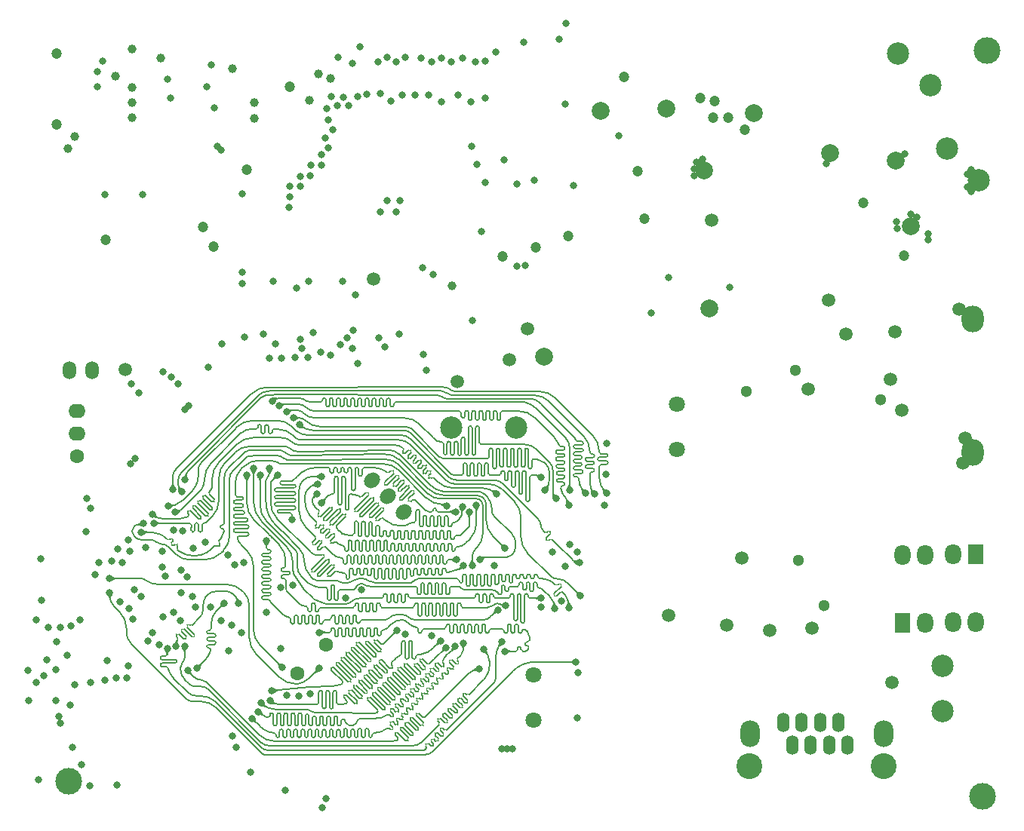
<source format=gbr>
%TF.GenerationSoftware,Altium Limited,Altium Designer,23.1.1 (15)*%
G04 Layer_Physical_Order=3*
G04 Layer_Color=16440176*
%FSLAX45Y45*%
%MOMM*%
%TF.SameCoordinates,06D7CB19-584F-49B0-A036-24662F40C1B1*%
%TF.FilePolarity,Positive*%
%TF.FileFunction,Copper,L3,Inr,Signal*%
%TF.Part,Single*%
G01*
G75*
%TA.AperFunction,Conductor*%
%ADD12C,0.20000*%
%TA.AperFunction,ComponentPad*%
%ADD72C,2.50000*%
%ADD73O,2.50000X3.00000*%
%TA.AperFunction,ViaPad*%
%ADD74C,3.00000*%
%TA.AperFunction,ComponentPad*%
%ADD75C,1.80000*%
%ADD76R,1.80000X2.30000*%
%ADD77O,1.80000X2.30000*%
%ADD78C,2.90000*%
%ADD79O,1.40000X2.20000*%
%ADD80O,2.20000X3.00000*%
%ADD81C,1.60000*%
G04:AMPARAMS|DCode=82|XSize=1.6mm|YSize=1.9mm|CornerRadius=0mm|HoleSize=0mm|Usage=FLASHONLY|Rotation=315.000|XOffset=0mm|YOffset=0mm|HoleType=Round|Shape=Round|*
%AMOVALD82*
21,1,0.30000,1.60000,0.00000,0.00000,45.0*
1,1,1.60000,-0.10607,-0.10607*
1,1,1.60000,0.10607,0.10607*
%
%ADD82OVALD82*%

%ADD83O,1.90000X1.60000*%
%ADD84O,1.50000X2.00000*%
%ADD85C,1.20000*%
%TA.AperFunction,ViaPad*%
%ADD86C,0.80000*%
%ADD87C,1.50000*%
%ADD88C,1.20000*%
%ADD89C,2.00000*%
%ADD90C,1.00000*%
%ADD91C,1.30000*%
%TA.AperFunction,Conductor*%
%ADD92C,0.20000*%
G36*
X1927874Y-13871103D02*
X1941312Y-13872910D01*
X1945480Y-13873170D01*
X1953350Y-13873175D01*
X1957052Y-13872922D01*
X1963989Y-13871899D01*
X1975764Y-13890237D01*
X1972490Y-13890862D01*
X1969461Y-13891939D01*
X1966678Y-13893468D01*
X1964142Y-13895445D01*
X1961851Y-13897876D01*
X1959806Y-13900758D01*
X1958008Y-13904089D01*
X1956455Y-13907874D01*
X1955148Y-13912106D01*
X1954088Y-13916792D01*
X1923084Y-13870158D01*
X1927874Y-13871103D01*
D02*
G37*
G36*
X2033629Y-13936861D02*
X2043622Y-13956041D01*
X2043249Y-13956261D01*
X2042781Y-13956902D01*
X2042219Y-13957967D01*
X2041563Y-13959453D01*
X2039967Y-13963693D01*
X2035643Y-13977251D01*
X2009586Y-13927681D01*
X2033629Y-13936861D01*
D02*
G37*
G36*
X2094270Y-13997801D02*
X2114239Y-14002289D01*
X2117703Y-14002773D01*
X2124101Y-14003325D01*
X2127034Y-14003394D01*
X2140609Y-14023393D01*
X2136958Y-14023592D01*
X2133602Y-14024185D01*
X2130541Y-14025172D01*
X2127776Y-14026556D01*
X2125306Y-14028337D01*
X2123132Y-14030511D01*
X2121253Y-14033083D01*
X2119670Y-14036047D01*
X2118382Y-14039409D01*
X2117389Y-14043166D01*
X2089746Y-13996489D01*
X2094270Y-13997801D01*
D02*
G37*
G36*
X2188731Y-14078305D02*
X2191026Y-14080663D01*
X2193476Y-14082742D01*
X2196080Y-14084547D01*
X2198840Y-14086072D01*
X2201753Y-14087321D01*
X2204822Y-14088292D01*
X2208045Y-14088985D01*
X2211422Y-14089401D01*
X2214955Y-14089540D01*
Y-14109540D01*
X2211422Y-14109679D01*
X2208045Y-14110095D01*
X2204822Y-14110788D01*
X2201753Y-14111758D01*
X2198840Y-14113008D01*
X2196080Y-14114532D01*
X2193476Y-14116338D01*
X2191026Y-14118417D01*
X2188731Y-14120775D01*
X2186591Y-14123412D01*
Y-14075668D01*
X2188731Y-14078305D01*
D02*
G37*
G36*
X2260725Y-14176474D02*
X2261504Y-14180969D01*
X2262537Y-14185123D01*
X2263823Y-14188934D01*
X2265362Y-14192403D01*
X2267154Y-14195528D01*
X2269200Y-14198311D01*
X2271499Y-14200752D01*
X2274052Y-14202852D01*
X2276857Y-14204608D01*
X2263786Y-14220238D01*
X2260795Y-14218718D01*
X2257592Y-14217413D01*
X2254175Y-14216319D01*
X2250546Y-14215437D01*
X2246704Y-14214771D01*
X2242649Y-14214314D01*
X2238381Y-14214072D01*
X2229208Y-14214223D01*
X2224301Y-14214616D01*
X2260199Y-14171635D01*
X2260725Y-14176474D01*
D02*
G37*
G36*
X1730118Y-14701781D02*
X1724358Y-14708749D01*
X1722018Y-14712199D01*
X1720038Y-14715627D01*
X1718418Y-14719032D01*
X1717158Y-14722415D01*
X1716258Y-14725775D01*
X1715718Y-14729112D01*
X1715538Y-14732428D01*
X1695538D01*
X1695358Y-14729112D01*
X1694818Y-14725775D01*
X1693918Y-14722415D01*
X1692658Y-14719032D01*
X1691038Y-14715627D01*
X1689058Y-14712199D01*
X1686718Y-14708749D01*
X1684018Y-14705276D01*
X1680958Y-14701781D01*
X1677538Y-14698264D01*
X1733538D01*
X1730118Y-14701781D01*
D02*
G37*
G36*
X1912678Y-14698267D02*
X1909643Y-14701407D01*
X1906806Y-14704688D01*
X1904168Y-14708107D01*
X1901727Y-14711665D01*
X1899486Y-14715363D01*
X1897442Y-14719199D01*
X1895598Y-14723174D01*
X1893951Y-14727287D01*
X1892503Y-14731541D01*
X1891253Y-14735933D01*
X1871887Y-14730939D01*
X1872393Y-14728059D01*
X1872449Y-14725095D01*
X1872054Y-14722041D01*
X1871209Y-14718903D01*
X1869913Y-14715678D01*
X1868167Y-14712367D01*
X1865971Y-14708971D01*
X1863323Y-14705487D01*
X1860226Y-14701918D01*
X1856678Y-14698262D01*
X1912678Y-14698267D01*
D02*
G37*
G36*
X4888511Y-14778587D02*
X4887631Y-14774307D01*
X4886218Y-14764394D01*
X4886156Y-14762062D01*
X4886299Y-14760219D01*
X4886647Y-14758862D01*
X4887198Y-14757996D01*
X4887955Y-14757613D01*
X4888916Y-14757719D01*
X4895165Y-14738721D01*
X4894757Y-14738435D01*
X4894955Y-14738045D01*
X4895758Y-14737552D01*
X4897167Y-14736955D01*
X4899181Y-14736253D01*
X4908855Y-14733527D01*
X4918332Y-14731187D01*
X4888511Y-14778587D01*
D02*
G37*
G36*
X960420Y-14733205D02*
X959319Y-14736330D01*
X958662Y-14739539D01*
X958450Y-14742831D01*
X958682Y-14746210D01*
X959359Y-14749672D01*
X960480Y-14753220D01*
X962045Y-14756851D01*
X964055Y-14760567D01*
X966510Y-14764368D01*
X969409Y-14768253D01*
X913838Y-14761334D01*
X917696Y-14758282D01*
X924576Y-14752167D01*
X927598Y-14749101D01*
X932805Y-14742957D01*
X934990Y-14739877D01*
X936896Y-14736794D01*
X938524Y-14733704D01*
X939872Y-14730611D01*
X960420Y-14733205D01*
D02*
G37*
G36*
X2441560Y-14786646D02*
X2438042Y-14783226D01*
X2431075Y-14777466D01*
X2427624Y-14775127D01*
X2424197Y-14773146D01*
X2420792Y-14771526D01*
X2417409Y-14770267D01*
X2414049Y-14769366D01*
X2410711Y-14768826D01*
X2407395Y-14768646D01*
Y-14748647D01*
X2410711Y-14748466D01*
X2414049Y-14747926D01*
X2417409Y-14747026D01*
X2420792Y-14745766D01*
X2424197Y-14744147D01*
X2427624Y-14742166D01*
X2431075Y-14739825D01*
X2434547Y-14737126D01*
X2438042Y-14734065D01*
X2441560Y-14730646D01*
Y-14786646D01*
D02*
G37*
G36*
X1973180Y-14779617D02*
X1968274Y-14779688D01*
X1959275Y-14780540D01*
X1955180Y-14781326D01*
X1951357Y-14782349D01*
X1947803Y-14783612D01*
X1944520Y-14785114D01*
X1941508Y-14786852D01*
X1938766Y-14788831D01*
X1936294Y-14791048D01*
X1922152Y-14776906D01*
X1924369Y-14774434D01*
X1926348Y-14771692D01*
X1928087Y-14768680D01*
X1929588Y-14765398D01*
X1930851Y-14761842D01*
X1931874Y-14758020D01*
X1932659Y-14753925D01*
X1933205Y-14749561D01*
X1933513Y-14744926D01*
X1933582Y-14740021D01*
X1973180Y-14779617D01*
D02*
G37*
G36*
X1804160Y-14772598D02*
X1798400Y-14779565D01*
X1796060Y-14783017D01*
X1794080Y-14786444D01*
X1792460Y-14789848D01*
X1791200Y-14793233D01*
X1790300Y-14796593D01*
X1789760Y-14799930D01*
X1789580Y-14803246D01*
X1769580D01*
X1769400Y-14799930D01*
X1768860Y-14796593D01*
X1767960Y-14793233D01*
X1766700Y-14789848D01*
X1765080Y-14786444D01*
X1763100Y-14783017D01*
X1760760Y-14779565D01*
X1758060Y-14776094D01*
X1755000Y-14772598D01*
X1751580Y-14769081D01*
X1807580D01*
X1804160Y-14772598D01*
D02*
G37*
G36*
X1655260Y-14776784D02*
X1649500Y-14783751D01*
X1647160Y-14787201D01*
X1645180Y-14790630D01*
X1643560Y-14794034D01*
X1642300Y-14797417D01*
X1641400Y-14800777D01*
X1640860Y-14804115D01*
X1640680Y-14807430D01*
X1620680D01*
X1620500Y-14804115D01*
X1619960Y-14800777D01*
X1619060Y-14797417D01*
X1617800Y-14794034D01*
X1616180Y-14790630D01*
X1614200Y-14787201D01*
X1611860Y-14783751D01*
X1609160Y-14780278D01*
X1606100Y-14776784D01*
X1602680Y-14773267D01*
X1658680D01*
X1655260Y-14776784D01*
D02*
G37*
G36*
X808195Y-14841629D02*
X808735Y-14844968D01*
X809635Y-14848328D01*
X810895Y-14851711D01*
X812515Y-14855115D01*
X814495Y-14858543D01*
X816835Y-14861993D01*
X819535Y-14865466D01*
X822595Y-14868961D01*
X826015Y-14872478D01*
X770015D01*
X773435Y-14868961D01*
X779195Y-14861993D01*
X781535Y-14858543D01*
X783515Y-14855115D01*
X785135Y-14851711D01*
X786395Y-14848328D01*
X787295Y-14844968D01*
X787835Y-14841629D01*
X788015Y-14838313D01*
X808015D01*
X808195Y-14841629D01*
D02*
G37*
G36*
X2397469Y-14878323D02*
X2393619Y-14875412D01*
X2389867Y-14872989D01*
X2386214Y-14871056D01*
X2382658Y-14869611D01*
X2379201Y-14868655D01*
X2375841Y-14868190D01*
X2372580Y-14868213D01*
X2369416Y-14868726D01*
X2366351Y-14869727D01*
X2363384Y-14871217D01*
X2360682Y-14849913D01*
X2363704Y-14848277D01*
X2366730Y-14846400D01*
X2369759Y-14844283D01*
X2375826Y-14839322D01*
X2378865Y-14836479D01*
X2384952Y-14830069D01*
X2388000Y-14826501D01*
X2391051Y-14822693D01*
X2397469Y-14878323D01*
D02*
G37*
G36*
X5260823Y-14850848D02*
X5261363Y-14854185D01*
X5262263Y-14857547D01*
X5263523Y-14860928D01*
X5265143Y-14864336D01*
X5267123Y-14867763D01*
X5269463Y-14871211D01*
X5272163Y-14874686D01*
X5275223Y-14878180D01*
X5278643Y-14881697D01*
X5222643D01*
X5226063Y-14878180D01*
X5231823Y-14871211D01*
X5234163Y-14867763D01*
X5236143Y-14864336D01*
X5237763Y-14860928D01*
X5239023Y-14857547D01*
X5239923Y-14854185D01*
X5240463Y-14850848D01*
X5240643Y-14847533D01*
X5260643D01*
X5260823Y-14850848D01*
D02*
G37*
G36*
X5019269Y-14864868D02*
X5018023Y-14868004D01*
X5016979Y-14871333D01*
X5016135Y-14874860D01*
X5015493Y-14878578D01*
X5015051Y-14882492D01*
X5014811Y-14886600D01*
X5014933Y-14895401D01*
X5015296Y-14900093D01*
X5015859Y-14904980D01*
X4971720Y-14870515D01*
X4976519Y-14869826D01*
X4980945Y-14868880D01*
X4984999Y-14867680D01*
X4988680Y-14866228D01*
X4991988Y-14864519D01*
X4994923Y-14862555D01*
X4997486Y-14860338D01*
X4999675Y-14857866D01*
X5001492Y-14855139D01*
X5002936Y-14852158D01*
X5019269Y-14864868D01*
D02*
G37*
G36*
X875718Y-14872183D02*
X877437Y-14874960D01*
X879540Y-14877486D01*
X882026Y-14879755D01*
X884895Y-14881770D01*
X888147Y-14883533D01*
X891782Y-14885039D01*
X895800Y-14886292D01*
X900202Y-14887288D01*
X904987Y-14888033D01*
X860479Y-14922018D01*
X861097Y-14917142D01*
X861744Y-14907951D01*
X861771Y-14903641D01*
X861235Y-14895586D01*
X860671Y-14891840D01*
X859910Y-14888284D01*
X858952Y-14884918D01*
X857797Y-14881740D01*
X874382Y-14869150D01*
X875718Y-14872183D01*
D02*
G37*
G36*
X5398839Y-14893559D02*
X5401017Y-14896056D01*
X5403529Y-14898300D01*
X5406375Y-14900291D01*
X5409554Y-14902029D01*
X5413067Y-14903517D01*
X5416914Y-14904750D01*
X5421094Y-14905733D01*
X5425609Y-14906461D01*
X5430457Y-14906938D01*
X5387829Y-14943254D01*
X5388173Y-14938345D01*
X5388214Y-14929179D01*
X5387910Y-14924927D01*
X5387391Y-14920889D01*
X5386656Y-14917073D01*
X5385705Y-14913474D01*
X5384538Y-14910094D01*
X5383156Y-14906932D01*
X5381557Y-14903989D01*
X5396995Y-14890811D01*
X5398839Y-14893559D01*
D02*
G37*
G36*
X5634562Y-14894875D02*
X5636859Y-14897260D01*
X5639479Y-14899380D01*
X5642422Y-14901237D01*
X5645686Y-14902834D01*
X5649273Y-14904166D01*
X5653182Y-14905232D01*
X5657414Y-14906038D01*
X5661968Y-14906580D01*
X5666844Y-14906857D01*
X5625729Y-14944878D01*
X5625871Y-14939970D01*
X5625526Y-14930833D01*
X5625040Y-14926607D01*
X5624343Y-14922604D01*
X5623438Y-14918829D01*
X5622322Y-14915282D01*
X5620997Y-14911961D01*
X5619463Y-14908867D01*
X5617719Y-14906000D01*
X5632586Y-14892226D01*
X5634562Y-14894875D01*
D02*
G37*
G36*
X5505947Y-14900977D02*
X5507876Y-14903638D01*
X5510167Y-14906044D01*
X5512818Y-14908197D01*
X5515830Y-14910095D01*
X5519202Y-14911739D01*
X5522935Y-14913129D01*
X5527029Y-14914264D01*
X5531483Y-14915144D01*
X5536299Y-14915771D01*
X5492606Y-14950800D01*
X5493104Y-14945903D01*
X5493482Y-14936716D01*
X5493363Y-14932426D01*
X5492508Y-14924448D01*
X5491772Y-14920763D01*
X5490831Y-14917278D01*
X5489683Y-14913992D01*
X5488331Y-14910912D01*
X5504378Y-14898061D01*
X5505947Y-14900977D01*
D02*
G37*
G36*
X4389621Y-14910182D02*
X4392796Y-14911540D01*
X4396188Y-14912683D01*
X4399797Y-14913611D01*
X4403622Y-14914325D01*
X4407665Y-14914824D01*
X4411923Y-14915108D01*
X4421091Y-14915031D01*
X4426000Y-14914671D01*
X4389818Y-14957413D01*
X4389325Y-14952568D01*
X4388580Y-14948061D01*
X4387582Y-14943887D01*
X4386331Y-14940051D01*
X4384827Y-14936554D01*
X4383071Y-14933391D01*
X4381062Y-14930566D01*
X4378800Y-14928076D01*
X4376286Y-14925925D01*
X4373518Y-14924107D01*
X4386662Y-14908609D01*
X4389621Y-14910182D01*
D02*
G37*
G36*
X2407798Y-14994910D02*
X2404884Y-14994495D01*
X2402013Y-14994386D01*
X2399186Y-14994585D01*
X2396403Y-14995090D01*
X2393663Y-14995901D01*
X2390967Y-14997021D01*
X2388315Y-14998447D01*
X2385706Y-15000180D01*
X2383141Y-15002219D01*
X2380619Y-15004565D01*
X2366477Y-14990424D01*
X2368823Y-14987901D01*
X2370863Y-14985336D01*
X2372595Y-14982729D01*
X2374021Y-14980077D01*
X2375140Y-14977379D01*
X2375952Y-14974640D01*
X2376458Y-14971857D01*
X2376656Y-14969029D01*
X2376548Y-14966159D01*
X2376133Y-14963245D01*
X2407798Y-14994910D01*
D02*
G37*
G36*
X5079316Y-14951305D02*
X5080519Y-14953448D01*
X5082144Y-14955435D01*
X5084188Y-14957265D01*
X5086654Y-14958940D01*
X5089540Y-14960458D01*
X5092846Y-14961821D01*
X5096573Y-14963028D01*
X5100721Y-14964078D01*
X5105288Y-14964973D01*
X5059267Y-14996880D01*
X5060116Y-14992056D01*
X5061589Y-14978581D01*
X5061721Y-14974419D01*
X5061448Y-14966592D01*
X5061043Y-14962927D01*
X5060458Y-14959427D01*
X5059693Y-14956091D01*
X5078533Y-14949005D01*
X5079316Y-14951305D01*
D02*
G37*
G36*
X2517682Y-15014693D02*
X2515465Y-15017165D01*
X2513487Y-15019905D01*
X2511747Y-15022919D01*
X2510246Y-15026201D01*
X2508984Y-15029755D01*
X2507960Y-15033578D01*
X2507175Y-15037672D01*
X2506629Y-15042036D01*
X2506321Y-15046672D01*
X2506253Y-15051578D01*
X2466654Y-15011980D01*
X2471560Y-15011911D01*
X2480560Y-15011057D01*
X2484654Y-15010272D01*
X2488478Y-15009248D01*
X2492031Y-15007986D01*
X2495314Y-15006485D01*
X2498326Y-15004745D01*
X2501068Y-15002766D01*
X2503540Y-15000549D01*
X2517682Y-15014693D01*
D02*
G37*
G36*
X5230147Y-15019740D02*
X5231999Y-15022569D01*
X5234189Y-15025273D01*
X5236717Y-15027850D01*
X5239583Y-15030299D01*
X5242787Y-15032625D01*
X5246329Y-15034824D01*
X5250209Y-15036896D01*
X5254427Y-15038841D01*
X5258983Y-15040663D01*
X5207834Y-15063461D01*
X5209526Y-15058858D01*
X5211950Y-15050148D01*
X5212682Y-15046043D01*
X5213095Y-15042107D01*
X5213189Y-15038338D01*
X5212962Y-15034735D01*
X5212416Y-15031299D01*
X5211551Y-15028030D01*
X5210365Y-15024928D01*
X5228633Y-15016788D01*
X5230147Y-15019740D01*
D02*
G37*
G36*
X3837882Y-15104892D02*
X3836002Y-15101115D01*
X3833934Y-15097701D01*
X3831676Y-15094649D01*
X3829228Y-15091956D01*
X3826591Y-15089622D01*
X3823765Y-15087653D01*
X3820749Y-15086043D01*
X3817543Y-15084795D01*
X3814149Y-15083907D01*
X3810564Y-15083382D01*
X3813714Y-15063586D01*
X3817142Y-15063741D01*
X3820774Y-15063609D01*
X3824610Y-15063194D01*
X3828649Y-15062495D01*
X3832893Y-15061511D01*
X3841992Y-15058688D01*
X3846848Y-15056850D01*
X3857170Y-15052318D01*
X3837882Y-15104892D01*
D02*
G37*
G36*
X772988Y-15061769D02*
X780804Y-15066310D01*
X784591Y-15068054D01*
X788296Y-15069446D01*
X791921Y-15070486D01*
X795464Y-15071176D01*
X798926Y-15071513D01*
X802308Y-15071500D01*
X805607Y-15071135D01*
X808881Y-15090866D01*
X805640Y-15091586D01*
X802436Y-15092665D01*
X799268Y-15094102D01*
X796137Y-15095900D01*
X793043Y-15098055D01*
X789986Y-15100569D01*
X786965Y-15103442D01*
X783982Y-15106676D01*
X781035Y-15110266D01*
X778125Y-15114215D01*
X768958Y-15058971D01*
X772988Y-15061769D01*
D02*
G37*
G36*
X4230820Y-15109523D02*
X4225060Y-15116492D01*
X4222720Y-15119942D01*
X4220740Y-15123369D01*
X4219120Y-15126775D01*
X4217860Y-15130156D01*
X4216960Y-15133517D01*
X4216420Y-15136855D01*
X4216240Y-15140170D01*
X4196240D01*
X4196060Y-15136855D01*
X4195520Y-15133517D01*
X4194620Y-15130156D01*
X4193360Y-15126775D01*
X4191740Y-15123369D01*
X4189760Y-15119942D01*
X4187420Y-15116492D01*
X4184720Y-15113017D01*
X4181660Y-15109523D01*
X4178240Y-15106006D01*
X4234240D01*
X4230820Y-15109523D01*
D02*
G37*
G36*
X4073413Y-15124570D02*
X4069786Y-15127786D01*
X4066526Y-15131018D01*
X4063633Y-15134264D01*
X4061107Y-15137520D01*
X4058949Y-15140790D01*
X4057157Y-15144073D01*
X4055733Y-15147371D01*
X4054676Y-15150681D01*
X4053986Y-15154002D01*
X4053662Y-15157339D01*
X4033708Y-15155817D01*
X4033670Y-15152530D01*
X4033281Y-15149187D01*
X4032542Y-15145786D01*
X4031453Y-15142326D01*
X4030014Y-15138811D01*
X4028225Y-15135237D01*
X4026087Y-15131606D01*
X4023598Y-15127917D01*
X4020759Y-15124171D01*
X4017571Y-15120367D01*
X4073413Y-15124570D01*
D02*
G37*
G36*
X3936914Y-15178363D02*
X3934960Y-15175038D01*
X3932827Y-15172177D01*
X3930515Y-15169778D01*
X3928025Y-15167844D01*
X3925355Y-15166373D01*
X3922507Y-15165364D01*
X3919480Y-15164819D01*
X3916273Y-15164738D01*
X3912888Y-15165120D01*
X3909324Y-15165965D01*
X3917146Y-15142809D01*
X3919983Y-15141905D01*
X3926009Y-15139584D01*
X3932506Y-15136581D01*
X3939472Y-15132893D01*
X3950801Y-15126085D01*
X3936914Y-15178363D01*
D02*
G37*
G36*
X849818Y-15125893D02*
X853700Y-15128099D01*
X857461Y-15129829D01*
X861100Y-15131084D01*
X864619Y-15131862D01*
X868015Y-15132164D01*
X871291Y-15131989D01*
X874445Y-15131339D01*
X877478Y-15130211D01*
X880389Y-15128609D01*
X884244Y-15149615D01*
X881318Y-15151375D01*
X878401Y-15153381D01*
X875494Y-15155640D01*
X872597Y-15158144D01*
X866830Y-15163896D01*
X863960Y-15167145D01*
X858249Y-15174387D01*
X855408Y-15178381D01*
X845815Y-15123209D01*
X849818Y-15125893D01*
D02*
G37*
G36*
X4153459Y-15184898D02*
X4149944Y-15188206D01*
X4146799Y-15191521D01*
X4144024Y-15194839D01*
X4141620Y-15198163D01*
X4139585Y-15201494D01*
X4137920Y-15204829D01*
X4136625Y-15208171D01*
X4135700Y-15211517D01*
X4135145Y-15214871D01*
X4134960Y-15218230D01*
X4114960Y-15217271D01*
X4114786Y-15214005D01*
X4114262Y-15210686D01*
X4113390Y-15207317D01*
X4112169Y-15203897D01*
X4110600Y-15200426D01*
X4108681Y-15196904D01*
X4106414Y-15193332D01*
X4103798Y-15189708D01*
X4100833Y-15186034D01*
X4097519Y-15182307D01*
X4153459Y-15184898D01*
D02*
G37*
G36*
X608989Y-15181476D02*
X609891Y-15185921D01*
X611048Y-15190002D01*
X612459Y-15193718D01*
X614124Y-15197069D01*
X616043Y-15200056D01*
X618218Y-15202679D01*
X620646Y-15204938D01*
X623330Y-15206830D01*
X626267Y-15208357D01*
X613462Y-15224496D01*
X610362Y-15223180D01*
X607063Y-15222066D01*
X603565Y-15221156D01*
X599867Y-15220451D01*
X595971Y-15219949D01*
X591875Y-15219653D01*
X583085Y-15219672D01*
X578391Y-15219986D01*
X573498Y-15220505D01*
X608342Y-15176666D01*
X608989Y-15181476D01*
D02*
G37*
G36*
X617702Y-15256877D02*
X624669Y-15262637D01*
X628119Y-15264977D01*
X631547Y-15266957D01*
X634952Y-15268578D01*
X638335Y-15269836D01*
X641695Y-15270737D01*
X645033Y-15271277D01*
X648348Y-15271457D01*
Y-15291457D01*
X645033Y-15291637D01*
X641695Y-15292177D01*
X638335Y-15293077D01*
X634952Y-15294337D01*
X631547Y-15295956D01*
X628119Y-15297937D01*
X624669Y-15300278D01*
X621197Y-15302977D01*
X617702Y-15306036D01*
X614184Y-15309457D01*
Y-15253458D01*
X617702Y-15256877D01*
D02*
G37*
G36*
X446247Y-15319986D02*
X442205Y-15317204D01*
X434369Y-15312697D01*
X430575Y-15310970D01*
X426864Y-15309593D01*
X423235Y-15308568D01*
X419688Y-15307893D01*
X416225Y-15307571D01*
X412843Y-15307599D01*
X409545Y-15307979D01*
X406186Y-15288263D01*
X409424Y-15287527D01*
X412624Y-15286436D01*
X415786Y-15284984D01*
X418908Y-15283174D01*
X421993Y-15281004D01*
X425040Y-15278477D01*
X428048Y-15275591D01*
X431018Y-15272346D01*
X433949Y-15268742D01*
X436842Y-15264781D01*
X446247Y-15319986D01*
D02*
G37*
G36*
X477290Y-15359393D02*
X480693Y-15362222D01*
X484102Y-15364703D01*
X487516Y-15366838D01*
X490935Y-15368623D01*
X494358Y-15370061D01*
X497787Y-15371149D01*
X501220Y-15371889D01*
X504658Y-15372281D01*
X508101Y-15372325D01*
X508856Y-15392311D01*
X505426Y-15392615D01*
X502027Y-15393265D01*
X498660Y-15394263D01*
X495323Y-15395605D01*
X492018Y-15397298D01*
X488743Y-15399335D01*
X485500Y-15401720D01*
X482288Y-15404453D01*
X479107Y-15407530D01*
X475957Y-15410956D01*
X473890Y-15356215D01*
X477290Y-15359393D01*
D02*
G37*
G36*
X1873679Y-15510883D02*
X1867919Y-15517851D01*
X1865579Y-15521301D01*
X1863599Y-15524728D01*
X1861979Y-15528134D01*
X1860719Y-15531517D01*
X1859819Y-15534877D01*
X1859279Y-15538216D01*
X1859099Y-15541530D01*
X1839099D01*
X1838919Y-15538216D01*
X1838379Y-15534877D01*
X1837479Y-15531517D01*
X1836219Y-15528134D01*
X1834599Y-15524728D01*
X1832619Y-15521301D01*
X1830279Y-15517851D01*
X1827579Y-15514378D01*
X1824519Y-15510883D01*
X1821099Y-15507365D01*
X1877099D01*
X1873679Y-15510883D01*
D02*
G37*
G36*
X4491466Y-15513370D02*
X4494208Y-15515347D01*
X4497220Y-15517087D01*
X4500503Y-15518588D01*
X4504057Y-15519852D01*
X4507880Y-15520874D01*
X4511975Y-15521658D01*
X4516339Y-15522205D01*
X4520974Y-15522513D01*
X4525880Y-15522581D01*
X4486282Y-15562180D01*
X4486213Y-15557274D01*
X4485359Y-15548276D01*
X4484574Y-15544180D01*
X4483551Y-15540356D01*
X4482288Y-15536803D01*
X4480787Y-15533521D01*
X4479048Y-15530508D01*
X4477069Y-15527766D01*
X4474852Y-15525294D01*
X4488994Y-15511153D01*
X4491466Y-15513370D01*
D02*
G37*
G36*
X4255750Y-15653864D02*
X4269199Y-15655582D01*
X4273366Y-15655806D01*
X4281226Y-15655737D01*
X4284918Y-15655441D01*
X4291829Y-15654330D01*
X4303678Y-15672511D01*
X4300418Y-15673198D01*
X4297405Y-15674330D01*
X4294639Y-15675906D01*
X4292120Y-15677930D01*
X4289849Y-15680397D01*
X4287825Y-15683310D01*
X4286048Y-15686668D01*
X4284518Y-15690472D01*
X4283235Y-15694720D01*
X4282200Y-15699416D01*
X4250950Y-15652945D01*
X4255750Y-15653864D01*
D02*
G37*
G36*
X5327775Y-15748492D02*
X5324990Y-15744469D01*
X5316574Y-15733839D01*
X5313748Y-15730777D01*
X5308066Y-15725372D01*
X5305209Y-15723032D01*
X5302342Y-15720929D01*
X5299465Y-15719067D01*
X5303677Y-15697929D01*
X5306520Y-15699660D01*
X5309495Y-15700905D01*
X5312603Y-15701666D01*
X5315842Y-15701945D01*
X5319213Y-15701738D01*
X5322717Y-15701048D01*
X5326352Y-15699873D01*
X5330120Y-15698215D01*
X5334019Y-15696071D01*
X5338051Y-15693443D01*
X5327775Y-15748492D01*
D02*
G37*
G36*
X3955187Y-15718745D02*
X3951670Y-15715324D01*
X3944703Y-15709566D01*
X3941252Y-15707225D01*
X3937825Y-15705244D01*
X3934420Y-15703625D01*
X3931037Y-15702365D01*
X3927676Y-15701465D01*
X3924339Y-15700925D01*
X3921023Y-15700745D01*
Y-15680745D01*
X3924339Y-15680565D01*
X3927676Y-15680025D01*
X3931037Y-15679124D01*
X3934420Y-15677866D01*
X3937825Y-15676245D01*
X3941252Y-15674265D01*
X3944703Y-15671925D01*
X3948175Y-15669225D01*
X3951670Y-15666165D01*
X3955187Y-15662746D01*
Y-15718745D01*
D02*
G37*
G36*
X4168140Y-15698746D02*
X4168680Y-15702083D01*
X4169580Y-15705444D01*
X4170840Y-15708826D01*
X4172460Y-15712231D01*
X4174440Y-15715659D01*
X4176780Y-15719109D01*
X4179480Y-15722581D01*
X4182540Y-15726077D01*
X4185960Y-15729594D01*
X4129960D01*
X4133380Y-15726077D01*
X4139140Y-15719109D01*
X4141480Y-15715659D01*
X4143460Y-15712231D01*
X4145080Y-15708826D01*
X4146340Y-15705444D01*
X4147240Y-15702083D01*
X4147780Y-15698746D01*
X4147960Y-15695430D01*
X4167960D01*
X4168140Y-15698746D01*
D02*
G37*
G36*
X4049704Y-15797299D02*
X4046758Y-15796825D01*
X4043776Y-15796637D01*
X4040756Y-15796738D01*
X4037698Y-15797124D01*
X4034604Y-15797797D01*
X4031471Y-15798756D01*
X4028302Y-15800003D01*
X4025096Y-15801537D01*
X4021852Y-15803357D01*
X4018570Y-15805464D01*
X4007301Y-15788940D01*
X4009809Y-15787054D01*
X4012006Y-15785027D01*
X4013890Y-15782858D01*
X4015463Y-15780550D01*
X4016723Y-15778098D01*
X4017672Y-15775508D01*
X4018310Y-15772775D01*
X4018635Y-15769904D01*
X4018649Y-15766891D01*
X4018351Y-15763737D01*
X4049704Y-15797299D01*
D02*
G37*
G36*
X123523Y-15878360D02*
X130491Y-15884120D01*
X133941Y-15886459D01*
X137369Y-15888440D01*
X140774Y-15890060D01*
X144156Y-15891319D01*
X147517Y-15892220D01*
X150855Y-15892760D01*
X154170Y-15892940D01*
Y-15912939D01*
X150855Y-15913120D01*
X147517Y-15913660D01*
X144156Y-15914560D01*
X140774Y-15915820D01*
X137369Y-15917439D01*
X133941Y-15919420D01*
X130491Y-15921761D01*
X127018Y-15924460D01*
X123523Y-15927521D01*
X120006Y-15930940D01*
Y-15874940D01*
X123523Y-15878360D01*
D02*
G37*
G36*
X5337286Y-16046770D02*
X5340028Y-16048747D01*
X5343040Y-16050487D01*
X5346323Y-16051988D01*
X5349877Y-16053252D01*
X5353700Y-16054274D01*
X5357795Y-16055058D01*
X5362159Y-16055605D01*
X5366794Y-16055913D01*
X5371700Y-16055981D01*
X5332102Y-16095580D01*
X5332033Y-16090674D01*
X5331179Y-16081676D01*
X5330394Y-16077580D01*
X5329371Y-16073756D01*
X5328108Y-16070203D01*
X5326607Y-16066920D01*
X5324868Y-16063908D01*
X5322889Y-16061166D01*
X5320672Y-16058694D01*
X5334814Y-16044553D01*
X5337286Y-16046770D01*
D02*
G37*
G36*
X116121Y-16094980D02*
X113101Y-16098537D01*
X110507Y-16102049D01*
X108340Y-16105522D01*
X106599Y-16108951D01*
X105285Y-16112337D01*
X104397Y-16115681D01*
X103936Y-16118983D01*
X103901Y-16122243D01*
X104293Y-16125461D01*
X83994Y-16125562D01*
X83279Y-16122189D01*
X82268Y-16118813D01*
X80963Y-16115433D01*
X79363Y-16112045D01*
X77467Y-16108656D01*
X75277Y-16105260D01*
X72792Y-16101862D01*
X70013Y-16098456D01*
X63568Y-16091632D01*
X119568Y-16091380D01*
X116121Y-16094980D01*
D02*
G37*
G36*
X4904114Y-16151990D02*
X4900597Y-16148569D01*
X4893629Y-16142809D01*
X4890179Y-16140469D01*
X4886751Y-16138489D01*
X4883346Y-16136868D01*
X4879964Y-16135609D01*
X4876603Y-16134709D01*
X4873265Y-16134169D01*
X4869950Y-16133989D01*
Y-16113989D01*
X4873265Y-16113809D01*
X4876603Y-16113269D01*
X4879964Y-16112369D01*
X4883346Y-16111108D01*
X4886751Y-16109489D01*
X4890179Y-16107509D01*
X4893629Y-16105170D01*
X4897102Y-16102469D01*
X4900597Y-16099409D01*
X4904114Y-16095988D01*
Y-16151990D01*
D02*
G37*
G36*
X1529289Y-16125816D02*
X1531525Y-16128609D01*
X1536683Y-16134157D01*
X1539606Y-16136914D01*
X1546134Y-16142393D01*
X1553577Y-16147829D01*
X1557641Y-16150528D01*
X1502788Y-16161801D01*
X1505332Y-16157729D01*
X1507382Y-16153807D01*
X1508935Y-16150034D01*
X1509994Y-16146407D01*
X1510557Y-16142931D01*
X1510625Y-16139603D01*
X1510197Y-16136424D01*
X1509275Y-16133394D01*
X1507857Y-16130513D01*
X1505943Y-16127782D01*
X1527281Y-16123013D01*
X1529289Y-16125816D01*
D02*
G37*
G36*
X4503282Y-16230557D02*
X4500390Y-16226398D01*
X4489798Y-16213042D01*
X4487396Y-16210522D01*
X4482884Y-16206471D01*
X4480775Y-16204938D01*
X4478763Y-16203732D01*
X4488134Y-16186066D01*
X4489426Y-16186511D01*
X4490987Y-16186621D01*
X4492819Y-16186397D01*
X4494921Y-16185838D01*
X4497293Y-16184943D01*
X4499934Y-16183713D01*
X4502846Y-16182149D01*
X4509479Y-16178014D01*
X4513201Y-16175443D01*
X4503282Y-16230557D01*
D02*
G37*
G36*
X5248261Y-16168369D02*
X5249528Y-16171579D01*
X5251102Y-16174791D01*
X5252983Y-16178004D01*
X5255170Y-16181221D01*
X5257663Y-16184438D01*
X5260463Y-16187657D01*
X5266981Y-16194101D01*
X5270700Y-16197325D01*
X5214883Y-16201849D01*
X5217969Y-16198082D01*
X5220641Y-16194371D01*
X5222896Y-16190720D01*
X5224737Y-16187125D01*
X5226162Y-16183589D01*
X5227172Y-16180112D01*
X5227766Y-16176692D01*
X5227946Y-16173331D01*
X5227710Y-16170027D01*
X5227058Y-16166782D01*
X5247299Y-16165160D01*
X5248261Y-16168369D01*
D02*
G37*
G36*
X5085910Y-16178661D02*
X5087408Y-16181796D01*
X5089195Y-16184932D01*
X5091271Y-16188065D01*
X5093636Y-16191193D01*
X5096289Y-16194321D01*
X5102463Y-16200565D01*
X5105983Y-16203683D01*
X5109792Y-16206799D01*
X5054119Y-16212843D01*
X5057087Y-16209000D01*
X5059622Y-16205231D01*
X5061722Y-16201534D01*
X5063389Y-16197913D01*
X5064622Y-16194366D01*
X5065421Y-16190894D01*
X5065786Y-16187495D01*
X5065717Y-16184171D01*
X5065214Y-16180920D01*
X5064278Y-16177745D01*
X5084701Y-16175520D01*
X5085910Y-16178661D01*
D02*
G37*
G36*
X1376280Y-16219798D02*
X1371374Y-16219867D01*
X1362375Y-16220721D01*
X1358280Y-16221506D01*
X1354457Y-16222530D01*
X1350903Y-16223792D01*
X1347620Y-16225293D01*
X1344608Y-16227032D01*
X1341866Y-16229012D01*
X1339394Y-16231229D01*
X1325252Y-16217085D01*
X1327469Y-16214613D01*
X1329448Y-16211871D01*
X1331187Y-16208859D01*
X1332688Y-16205577D01*
X1333951Y-16202023D01*
X1334974Y-16198199D01*
X1335759Y-16194106D01*
X1336305Y-16189742D01*
X1336613Y-16185106D01*
X1336682Y-16180200D01*
X1376280Y-16219798D01*
D02*
G37*
G36*
X4441983Y-16293346D02*
X4437195Y-16293114D01*
X4432659Y-16293155D01*
X4428375Y-16293475D01*
X4424344Y-16294070D01*
X4420565Y-16294943D01*
X4417037Y-16296091D01*
X4413763Y-16297516D01*
X4410740Y-16299217D01*
X4407969Y-16301195D01*
X4405451Y-16303448D01*
X4392267Y-16288348D01*
X4394441Y-16285931D01*
X4396415Y-16283228D01*
X4398192Y-16280235D01*
X4399769Y-16276958D01*
X4401148Y-16273390D01*
X4402328Y-16269534D01*
X4403309Y-16265393D01*
X4404092Y-16260963D01*
X4405062Y-16251241D01*
X4441983Y-16293346D01*
D02*
G37*
G36*
X3316840Y-16522058D02*
X3311934Y-16522127D01*
X3302935Y-16522981D01*
X3298840Y-16523766D01*
X3295017Y-16524789D01*
X3291463Y-16526051D01*
X3288180Y-16527553D01*
X3285168Y-16529292D01*
X3282426Y-16531271D01*
X3279954Y-16533488D01*
X3265812Y-16519347D01*
X3268029Y-16516875D01*
X3270008Y-16514133D01*
X3271747Y-16511121D01*
X3273248Y-16507837D01*
X3274511Y-16504283D01*
X3275534Y-16500459D01*
X3276319Y-16496365D01*
X3276865Y-16492001D01*
X3277173Y-16487366D01*
X3277242Y-16482460D01*
X3316840Y-16522058D01*
D02*
G37*
G36*
X2475563Y-16482880D02*
X2482531Y-16488640D01*
X2485981Y-16490981D01*
X2489409Y-16492960D01*
X2492814Y-16494580D01*
X2496196Y-16495840D01*
X2499557Y-16496741D01*
X2502895Y-16497279D01*
X2506210Y-16497459D01*
Y-16517461D01*
X2502895Y-16517641D01*
X2499557Y-16518179D01*
X2496196Y-16519080D01*
X2492814Y-16520340D01*
X2489409Y-16521960D01*
X2485981Y-16523940D01*
X2482531Y-16526280D01*
X2479058Y-16528979D01*
X2475563Y-16532040D01*
X2472046Y-16535460D01*
Y-16479460D01*
X2475563Y-16482880D01*
D02*
G37*
G36*
X855465Y-16608568D02*
X854628Y-16610658D01*
X854183Y-16612938D01*
X854129Y-16615408D01*
X854466Y-16618071D01*
X855193Y-16620923D01*
X856312Y-16623965D01*
X857822Y-16627197D01*
X859723Y-16630621D01*
X862015Y-16634236D01*
X864697Y-16638042D01*
X809409Y-16629141D01*
X813370Y-16626244D01*
X823715Y-16617500D01*
X826651Y-16614571D01*
X831755Y-16608682D01*
X833922Y-16605727D01*
X835834Y-16602762D01*
X837489Y-16599789D01*
X855465Y-16608568D01*
D02*
G37*
G36*
X3804641Y-16641557D02*
X3799736Y-16641628D01*
X3790736Y-16642480D01*
X3786642Y-16643266D01*
X3782818Y-16644289D01*
X3779264Y-16645552D01*
X3775982Y-16647054D01*
X3772969Y-16648792D01*
X3770227Y-16650771D01*
X3767755Y-16652988D01*
X3753613Y-16638846D01*
X3755830Y-16636374D01*
X3757809Y-16633632D01*
X3759548Y-16630620D01*
X3761049Y-16627338D01*
X3762312Y-16623782D01*
X3763335Y-16619958D01*
X3764120Y-16615865D01*
X3764667Y-16611501D01*
X3764974Y-16606865D01*
X3765043Y-16601961D01*
X3804641Y-16641557D01*
D02*
G37*
G36*
X4497162Y-16656593D02*
X4492318Y-16657089D01*
X4487810Y-16657837D01*
X4483640Y-16658838D01*
X4479806Y-16660091D01*
X4476310Y-16661598D01*
X4473150Y-16663358D01*
X4470327Y-16665369D01*
X4467842Y-16667633D01*
X4465693Y-16670151D01*
X4463881Y-16672922D01*
X4448373Y-16659782D01*
X4449942Y-16656822D01*
X4451296Y-16653644D01*
X4452435Y-16650250D01*
X4453360Y-16646640D01*
X4454070Y-16642813D01*
X4454566Y-16638770D01*
X4454847Y-16634509D01*
X4454765Y-16625342D01*
X4454402Y-16620435D01*
X4497162Y-16656593D01*
D02*
G37*
G36*
X4082655Y-16658710D02*
X4076895Y-16665677D01*
X4074555Y-16669127D01*
X4072575Y-16672556D01*
X4070955Y-16675960D01*
X4069695Y-16679343D01*
X4068795Y-16682703D01*
X4068255Y-16686041D01*
X4068075Y-16689355D01*
X4048075D01*
X4047895Y-16686041D01*
X4047355Y-16682703D01*
X4046455Y-16679343D01*
X4045195Y-16675960D01*
X4043575Y-16672556D01*
X4041595Y-16669127D01*
X4039255Y-16665677D01*
X4036555Y-16662206D01*
X4033495Y-16658710D01*
X4030075Y-16655193D01*
X4086075D01*
X4082655Y-16658710D01*
D02*
G37*
G36*
X3964765Y-16704939D02*
X3961485Y-16705061D01*
X3958326Y-16705476D01*
X3955288Y-16706181D01*
X3952370Y-16707179D01*
X3949573Y-16708470D01*
X3946897Y-16710051D01*
X3944341Y-16711925D01*
X3941906Y-16714088D01*
X3939592Y-16716545D01*
X3937399Y-16719293D01*
X3921299Y-16707426D01*
X3923276Y-16704518D01*
X3924937Y-16701579D01*
X3926285Y-16698615D01*
X3927318Y-16695619D01*
X3928036Y-16692595D01*
X3928440Y-16689542D01*
X3928530Y-16686459D01*
X3928306Y-16683347D01*
X3927767Y-16680206D01*
X3926914Y-16677039D01*
X3964765Y-16704939D01*
D02*
G37*
G36*
X957091Y-16694511D02*
X951331Y-16701479D01*
X948991Y-16704929D01*
X947011Y-16708357D01*
X945391Y-16711761D01*
X944131Y-16715144D01*
X943231Y-16718504D01*
X942691Y-16721843D01*
X942511Y-16725159D01*
X922511D01*
X922331Y-16721843D01*
X921791Y-16718504D01*
X920891Y-16715144D01*
X919631Y-16711761D01*
X918011Y-16708357D01*
X916031Y-16704929D01*
X913691Y-16701479D01*
X910991Y-16698006D01*
X907931Y-16694511D01*
X904511Y-16690994D01*
X960511D01*
X957091Y-16694511D01*
D02*
G37*
G36*
X3865480Y-16717638D02*
X3860574Y-16717706D01*
X3851575Y-16718561D01*
X3847480Y-16719347D01*
X3843657Y-16720369D01*
X3840103Y-16721632D01*
X3836820Y-16723132D01*
X3833808Y-16724872D01*
X3831066Y-16726851D01*
X3828594Y-16729068D01*
X3814452Y-16714926D01*
X3816669Y-16712454D01*
X3818648Y-16709712D01*
X3820387Y-16706700D01*
X3821888Y-16703416D01*
X3823151Y-16699863D01*
X3824174Y-16696040D01*
X3824959Y-16691945D01*
X3825505Y-16687581D01*
X3825813Y-16682945D01*
X3825882Y-16678040D01*
X3865480Y-16717638D01*
D02*
G37*
G36*
X4557123Y-16696240D02*
X4564090Y-16702000D01*
X4567541Y-16704340D01*
X4570968Y-16706320D01*
X4574373Y-16707941D01*
X4577756Y-16709200D01*
X4581116Y-16710100D01*
X4584454Y-16710640D01*
X4587769Y-16710820D01*
Y-16730820D01*
X4584454Y-16731000D01*
X4581116Y-16731540D01*
X4577756Y-16732440D01*
X4574373Y-16733701D01*
X4570968Y-16735320D01*
X4567541Y-16737300D01*
X4564090Y-16739639D01*
X4560618Y-16742340D01*
X4557123Y-16745399D01*
X4553605Y-16748820D01*
Y-16692821D01*
X4557123Y-16696240D01*
D02*
G37*
G36*
X4324523Y-16703967D02*
X4324468Y-16713133D01*
X4324764Y-16717390D01*
X4325274Y-16721428D01*
X4326000Y-16725249D01*
X4326942Y-16728851D01*
X4328099Y-16732237D01*
X4329471Y-16735405D01*
X4331059Y-16738354D01*
X4315596Y-16751518D01*
X4313764Y-16748761D01*
X4311596Y-16746257D01*
X4309094Y-16744006D01*
X4306256Y-16742007D01*
X4303084Y-16740260D01*
X4299577Y-16738768D01*
X4295735Y-16737527D01*
X4291558Y-16736539D01*
X4287046Y-16735802D01*
X4282199Y-16735320D01*
X4324874Y-16699059D01*
X4324523Y-16703967D01*
D02*
G37*
G36*
X758302Y-16727953D02*
X756051Y-16730096D01*
X754065Y-16732410D01*
X752344Y-16734892D01*
X750887Y-16737544D01*
X749696Y-16740366D01*
X748769Y-16743355D01*
X748107Y-16746515D01*
X747710Y-16749843D01*
X747577Y-16753342D01*
X727577D01*
X727445Y-16749843D01*
X727048Y-16746515D01*
X726386Y-16743355D01*
X725459Y-16740366D01*
X724268Y-16737544D01*
X722811Y-16734892D01*
X721090Y-16732410D01*
X719104Y-16730096D01*
X716853Y-16727953D01*
X714338Y-16725978D01*
X760817D01*
X758302Y-16727953D01*
D02*
G37*
G36*
X5296472Y-16869019D02*
X5292955Y-16865599D01*
X5285987Y-16859839D01*
X5282537Y-16857500D01*
X5279110Y-16855519D01*
X5275704Y-16853899D01*
X5272322Y-16852638D01*
X5268961Y-16851740D01*
X5265623Y-16851199D01*
X5262308Y-16851019D01*
Y-16831020D01*
X5265623Y-16830840D01*
X5268961Y-16830299D01*
X5272322Y-16829399D01*
X5275704Y-16828139D01*
X5279110Y-16826518D01*
X5282537Y-16824539D01*
X5285987Y-16822198D01*
X5289460Y-16819499D01*
X5292955Y-16816438D01*
X5296472Y-16813019D01*
Y-16869019D01*
D02*
G37*
G36*
X1991694Y-16852351D02*
X1994435Y-16854329D01*
X1997448Y-16856068D01*
X2000731Y-16857570D01*
X2004284Y-16858832D01*
X2008108Y-16859856D01*
X2012202Y-16860640D01*
X2016567Y-16861188D01*
X2021202Y-16861494D01*
X2026107Y-16861563D01*
X1986509Y-16901161D01*
X1986441Y-16896255D01*
X1985587Y-16887256D01*
X1984802Y-16883162D01*
X1983778Y-16879338D01*
X1982516Y-16875784D01*
X1981015Y-16872502D01*
X1979275Y-16869489D01*
X1977297Y-16866747D01*
X1975080Y-16864276D01*
X1989222Y-16850133D01*
X1991694Y-16852351D01*
D02*
G37*
G36*
X1120153Y-16875308D02*
X1117936Y-16877780D01*
X1115958Y-16880521D01*
X1114218Y-16883534D01*
X1112717Y-16886816D01*
X1111455Y-16890370D01*
X1110431Y-16894194D01*
X1109646Y-16898288D01*
X1109100Y-16902654D01*
X1108792Y-16907288D01*
X1108723Y-16912193D01*
X1069125Y-16872595D01*
X1074031Y-16872527D01*
X1083031Y-16871674D01*
X1087125Y-16870888D01*
X1090949Y-16869864D01*
X1094502Y-16868602D01*
X1097785Y-16867101D01*
X1100797Y-16865361D01*
X1103539Y-16863383D01*
X1106011Y-16861166D01*
X1120153Y-16875308D01*
D02*
G37*
G36*
X4214170Y-16950093D02*
X4210301Y-16947165D01*
X4206513Y-16944678D01*
X4202805Y-16942630D01*
X4199178Y-16941023D01*
X4195630Y-16939854D01*
X4192163Y-16939128D01*
X4188776Y-16938841D01*
X4185469Y-16938994D01*
X4182242Y-16939587D01*
X4179096Y-16940620D01*
X4176655Y-16920126D01*
X4179769Y-16918834D01*
X4182878Y-16917261D01*
X4185983Y-16915404D01*
X4189085Y-16913261D01*
X4192183Y-16910838D01*
X4195276Y-16908133D01*
X4201452Y-16901871D01*
X4204534Y-16898315D01*
X4207612Y-16894478D01*
X4214170Y-16950093D01*
D02*
G37*
G36*
X2443080Y-16953500D02*
X2438174Y-16953569D01*
X2429175Y-16954424D01*
X2425080Y-16955208D01*
X2421257Y-16956232D01*
X2417703Y-16957494D01*
X2414420Y-16958995D01*
X2411408Y-16960735D01*
X2408666Y-16962714D01*
X2406194Y-16964931D01*
X2392052Y-16950787D01*
X2394269Y-16948315D01*
X2396248Y-16945573D01*
X2397987Y-16942561D01*
X2399488Y-16939279D01*
X2400751Y-16935725D01*
X2401774Y-16931902D01*
X2402559Y-16927808D01*
X2403105Y-16923444D01*
X2403413Y-16918808D01*
X2403482Y-16913902D01*
X2443080Y-16953500D01*
D02*
G37*
G36*
X1005267Y-16942026D02*
X1006121Y-16951025D01*
X1006906Y-16955119D01*
X1007929Y-16958943D01*
X1009192Y-16962497D01*
X1010693Y-16965781D01*
X1012432Y-16968793D01*
X1014411Y-16971535D01*
X1016628Y-16974007D01*
X1002486Y-16988148D01*
X1000014Y-16985931D01*
X997272Y-16983952D01*
X994260Y-16982213D01*
X990977Y-16980711D01*
X987423Y-16979449D01*
X983600Y-16978426D01*
X979505Y-16977641D01*
X975141Y-16977095D01*
X970506Y-16976787D01*
X965600Y-16976718D01*
X1005198Y-16937120D01*
X1005267Y-16942026D01*
D02*
G37*
G36*
X1941179Y-17136588D02*
X1948869Y-17141341D01*
X1952606Y-17143187D01*
X1956272Y-17144681D01*
X1959867Y-17145821D01*
X1963390Y-17146606D01*
X1966842Y-17147038D01*
X1970222Y-17147118D01*
X1973531Y-17146843D01*
X1976263Y-17166655D01*
X1973004Y-17167287D01*
X1969771Y-17168279D01*
X1966565Y-17169627D01*
X1963386Y-17171339D01*
X1960234Y-17173409D01*
X1957109Y-17175838D01*
X1954011Y-17178629D01*
X1950940Y-17181776D01*
X1947896Y-17185286D01*
X1944879Y-17189154D01*
X1937228Y-17133679D01*
X1941179Y-17136588D01*
D02*
G37*
G36*
X1930198Y-17273940D02*
X1931251Y-17278316D01*
X1932558Y-17282295D01*
X1934120Y-17285881D01*
X1935934Y-17289073D01*
X1938003Y-17291870D01*
X1940326Y-17294272D01*
X1942902Y-17296281D01*
X1945732Y-17297894D01*
X1948816Y-17299113D01*
X1936356Y-17315974D01*
X1933135Y-17314915D01*
X1929732Y-17314050D01*
X1926145Y-17313377D01*
X1922376Y-17312897D01*
X1918424Y-17312608D01*
X1909972Y-17312611D01*
X1905471Y-17312903D01*
X1895921Y-17314062D01*
X1929398Y-17269171D01*
X1930198Y-17273940D01*
D02*
G37*
G36*
X1834206Y-17306339D02*
X1834803Y-17310870D01*
X1835666Y-17315068D01*
X1836796Y-17318933D01*
X1838193Y-17322462D01*
X1839856Y-17325661D01*
X1841786Y-17328523D01*
X1843982Y-17331052D01*
X1846445Y-17333247D01*
X1849175Y-17335107D01*
X1835483Y-17350201D01*
X1832546Y-17348560D01*
X1829391Y-17347122D01*
X1826017Y-17345888D01*
X1822424Y-17344859D01*
X1818612Y-17344034D01*
X1814581Y-17343411D01*
X1810332Y-17342995D01*
X1801176Y-17342773D01*
X1796270Y-17342967D01*
X1833876Y-17301472D01*
X1834206Y-17306339D01*
D02*
G37*
G36*
X1800629Y-17398628D02*
X1801590Y-17402957D01*
X1802789Y-17406979D01*
X1804227Y-17410695D01*
X1805902Y-17414105D01*
X1807816Y-17417209D01*
X1809967Y-17420007D01*
X1812357Y-17422498D01*
X1814985Y-17424683D01*
X1817851Y-17426562D01*
X1805579Y-17442569D01*
X1802752Y-17441122D01*
X1799674Y-17439909D01*
X1796346Y-17438930D01*
X1792766Y-17438182D01*
X1788936Y-17437666D01*
X1784854Y-17437383D01*
X1780522Y-17437334D01*
X1771105Y-17437930D01*
X1766019Y-17438577D01*
X1799905Y-17393993D01*
X1800629Y-17398628D01*
D02*
G37*
G36*
X1726627Y-17477966D02*
X1727481Y-17486964D01*
X1728266Y-17491060D01*
X1729289Y-17494884D01*
X1730552Y-17498438D01*
X1732053Y-17501720D01*
X1733792Y-17504732D01*
X1735771Y-17507474D01*
X1737988Y-17509946D01*
X1723846Y-17524088D01*
X1721374Y-17521870D01*
X1718632Y-17519891D01*
X1715620Y-17518153D01*
X1712337Y-17516652D01*
X1708783Y-17515388D01*
X1704960Y-17514366D01*
X1700865Y-17513580D01*
X1696501Y-17513036D01*
X1691866Y-17512727D01*
X1686960Y-17512659D01*
X1726558Y-17473061D01*
X1726627Y-17477966D01*
D02*
G37*
D12*
X4316456Y-15661639D02*
G03*
X4242870Y-15692120I0J-104065D01*
G01*
X3329549Y-14683524D02*
G03*
X3170637Y-14617699I-158913J-158912D01*
G01*
X3637729Y-14991702D02*
G03*
X3838028Y-15074669I200298J200299D01*
G01*
X4131845Y-15461363D02*
G03*
X4206240Y-15281758I-179605J179605D01*
G01*
X1535965Y-16184145D02*
G03*
X1506867Y-16113896I-99347J0D01*
G01*
X5170477Y-14946841D02*
G03*
X5206976Y-14996136I183694J97851D01*
G01*
X5211196Y-15002229D02*
G03*
X5206976Y-14996136I-18268J-8143D01*
G01*
X4754259Y-13924811D02*
G03*
X4749867Y-13924300I-4493J-19489D01*
G01*
X5250643Y-14430965D02*
G03*
X5207000Y-14325600I-149007J0D01*
G01*
X4872768Y-13991368D02*
G03*
X4754324Y-13924825I-177809J-177809D01*
G01*
X1986454Y-13879610D02*
G03*
X1981900Y-13879710I0J-101338D01*
G01*
X2251695Y-13883897D02*
G03*
X2222524Y-13879610I-29170J-97049D01*
G01*
X2294181Y-13909290D02*
G03*
X2264061Y-13888512I-71657J-71657D01*
G01*
X2294181Y-13909290D02*
G03*
X2356756Y-13924300I62574J122931D01*
G01*
X5478780Y-14826315D02*
G03*
X5532320Y-14955573I182797J0D01*
G01*
X5582920Y-14758870D02*
G03*
X5657315Y-14938475I254000J0D01*
G01*
X5085039Y-16238220D02*
G03*
X5030761Y-16107182I-185315J0D01*
G01*
X4356347Y-16847673D02*
G03*
X4285040Y-16695419I-245903J-22343D01*
G01*
X4239260Y-16918941D02*
G03*
X4118499Y-16968961I0J-170781D01*
G01*
X906544Y-14699216D02*
G03*
X855980Y-14821288I122072J-122072D01*
G01*
D02*
G03*
X900069Y-14927728I150530J0D01*
G01*
X798389Y-14757106D02*
G03*
X798015Y-14766901I127904J-9793D01*
G01*
X835587Y-14676193D02*
G03*
X798389Y-14757106I90707J-90707D01*
G01*
X822468Y-15155688D02*
G03*
X905021Y-15121494I0J116748D01*
G01*
X568557Y-15180812D02*
G03*
X693054Y-15232381I124497J124497D01*
G01*
X91440Y-16095052D02*
G03*
X142240Y-16217694I173442J0D01*
G01*
X907354Y-16846854D02*
G03*
X888567Y-16896306I121062J-74288D01*
G01*
D02*
G03*
X886379Y-16921141I139850J-24835D01*
G01*
D02*
G03*
X936801Y-17042870I172151J0D01*
G01*
X1889760Y-17274541D02*
G03*
X1987874Y-17315179I98114J98114D01*
G01*
X1801684Y-17310815D02*
G03*
X1953260Y-17373599I151576J151576D01*
G01*
X2414261Y-14847234D02*
G03*
X2336800Y-14879320I0J-109547D01*
G01*
X2365431Y-14758646D02*
G03*
X2258060Y-14803120I0J-151845D01*
G01*
D02*
G03*
X2217420Y-14901234I98114J-98114D01*
G01*
X2044966Y-13946027D02*
G03*
X1997329Y-13965758I0J-67368D01*
G01*
X2097008Y-14016072D02*
G03*
X2098117Y-14013394I-2678J2678D01*
G01*
X2220326Y-14174814D02*
G03*
X2378451Y-14240312I158125J158125D01*
G01*
X3927064Y-14730637D02*
G03*
X3958625Y-14743710I31561J31561D01*
G01*
X3867787Y-14800966D02*
G03*
X3961102Y-14839606I93315J93357D01*
G01*
X3867765Y-14800945D02*
G03*
X3867787Y-14800966I93336J93336D01*
G01*
X3749611Y-14950143D02*
G03*
X3841637Y-14967589I92026J234016D01*
G01*
X3664938Y-14895041D02*
G03*
X3749611Y-14950143I176699J178912D01*
G01*
X3663967Y-14894077D02*
G03*
X3664938Y-14895041I177670J177948D01*
G01*
X3663828Y-14893938D02*
G03*
X3663967Y-14894077I177809J177809D01*
G01*
X3648955Y-14817941D02*
G03*
X3678390Y-14844731I299429J299428D01*
G01*
X3829995Y-14925082D02*
G03*
X3865406Y-14927589I35410J248954D01*
G01*
X3687596Y-14853938D02*
G03*
X3829995Y-14925082I177809J177809D01*
G01*
X2127603Y-14191017D02*
G03*
X1980344Y-14130020I-147259J-147259D01*
G01*
X2182632Y-14246046D02*
G03*
X2326640Y-14295120I144008J186760D01*
G01*
X5093921Y-13877240D02*
G03*
X4916112Y-13803590I-177809J-177809D01*
G01*
X3133151Y-16637865D02*
G03*
X3161436Y-16637865I14142J14142D01*
G01*
X3091112Y-16595825D02*
G03*
X3062828Y-16595825I-14142J-14142D01*
G01*
X3062828Y-16595825D02*
G03*
X3062828Y-16624110I14142J-14142D01*
G01*
X3134435Y-16724001D02*
G03*
X3134435Y-16695715I-14142J14142D01*
G01*
X3106151Y-16724001D02*
G03*
X3134435Y-16724001I14142J14142D01*
G01*
X2991629Y-16609479D02*
G03*
X2963344Y-16609479I-14142J-14142D01*
G01*
X2963344Y-16609479D02*
G03*
X2963344Y-16637762I14142J-14142D01*
G01*
X3077867Y-16780569D02*
G03*
X3077867Y-16752284I-14142J14142D01*
G01*
X3049582Y-16780569D02*
G03*
X3077867Y-16780569I14142J14142D01*
G01*
X2889055Y-16620042D02*
G03*
X2860771Y-16620042I-14142J-14142D01*
G01*
X2860771Y-16620042D02*
G03*
X2860771Y-16648328I14142J-14142D01*
G01*
X3021298Y-16837138D02*
G03*
X3021298Y-16808853I-14142J14142D01*
G01*
X2993014Y-16837138D02*
G03*
X3021298Y-16837138I14142J14142D01*
G01*
X2832487Y-16676611D02*
G03*
X2804203Y-16676611I-14142J-14142D01*
G01*
X2804203Y-16676611D02*
G03*
X2804203Y-16704895I14142J-14142D01*
G01*
X2964730Y-16893706D02*
G03*
X2964730Y-16865422I-14142J14142D01*
G01*
X2936445Y-16893706D02*
G03*
X2964730Y-16893706I14142J14142D01*
G01*
X2775919Y-16733179D02*
G03*
X2747634Y-16733179I-14142J-14142D01*
G01*
D02*
G03*
X2747634Y-16761464I14142J-14142D01*
G01*
X2908161Y-16950275D02*
G03*
X2908161Y-16921989I-14142J14142D01*
G01*
X2879877Y-16950275D02*
G03*
X2908161Y-16950275I14142J14142D01*
G01*
X2719350Y-16789748D02*
G03*
X2691066Y-16789748I-14142J-14142D01*
G01*
X2691066Y-16789748D02*
G03*
X2691066Y-16818031I14142J-14142D01*
G01*
X2851593Y-17006844D02*
G03*
X2851593Y-16978558I-14142J14142D01*
G01*
X2823308Y-17006844D02*
G03*
X2851593Y-17006844I14142J14142D01*
G01*
X2662782Y-16846317D02*
G03*
X2634497Y-16846317I-14142J-14142D01*
G01*
X2634498Y-16846317D02*
G03*
X2634497Y-16874600I14142J-14142D01*
G01*
X2795024Y-17063412D02*
G03*
X2795024Y-17035127I-14142J14142D01*
G01*
X2766740Y-17063412D02*
G03*
X2795024Y-17063411I14142J14142D01*
G01*
X2606213Y-16902885D02*
G03*
X2577929Y-16902885I-14142J-14142D01*
G01*
D02*
G03*
X2577929Y-16931169I14142J-14142D01*
G01*
X2698136Y-17084222D02*
G03*
X2700602Y-17053842I-11676J16238D01*
G01*
X2682949Y-17092758D02*
G03*
X2692563Y-17088229I-102327J229698D01*
G01*
X1120562Y-16315527D02*
G03*
X1125564Y-16306387I-121140J72227D01*
G01*
X990887Y-16423009D02*
G03*
X1019171Y-16423009I14142J14142D01*
G01*
X990885Y-16423007D02*
G03*
X962601Y-16423007I-14142J-14142D01*
G01*
D02*
G03*
X962601Y-16451291I14142J-14142D01*
G01*
X1040457Y-16557431D02*
G03*
X1040457Y-16529147I-14142J14142D01*
G01*
X1012172Y-16557431D02*
G03*
X1040457Y-16557431I14142J14142D01*
G01*
X927248Y-16472507D02*
G03*
X898963Y-16472507I-14142J-14142D01*
G01*
X898963Y-16472507D02*
G03*
X898963Y-16500790I14142J-14142D01*
G01*
X948175Y-16578287D02*
G03*
X948175Y-16550002I-14142J14142D01*
G01*
X919891Y-16578287D02*
G03*
X948176Y-16578287I14142J14142D01*
G01*
X870679Y-16529074D02*
G03*
X842395Y-16529074I-14142J-14142D01*
G01*
X842395Y-16529074D02*
G03*
X842395Y-16557359I14142J-14142D01*
G01*
X853133Y-16593198D02*
G03*
X851631Y-16566594I-15644J12460D01*
G01*
X851721Y-16594971D02*
G03*
X846583Y-16603973I106637J-66824D01*
G01*
X1125564Y-16306387D02*
G03*
X1140460Y-16243300I-126142J63087D01*
G01*
X4296672Y-17031113D02*
G03*
X4356347Y-16868475I-191784J162637D01*
G01*
X4290041Y-17038625D02*
G03*
X4296672Y-17031113I-185154J170148D01*
G01*
X4096784Y-17203914D02*
G03*
X4125068Y-17203914I14142J14142D01*
G01*
X4086338Y-17193468D02*
G03*
X4058054Y-17193468I-14142J-14142D01*
G01*
D02*
G03*
X4058053Y-17221751I14142J-14142D01*
G01*
X4103855Y-17295837D02*
G03*
X4103855Y-17267554I-14142J14142D01*
G01*
X4075570Y-17295837D02*
G03*
X4103855Y-17295837I14142J14142D01*
G01*
X4029769Y-17250037D02*
G03*
X4001485Y-17250037I-14142J-14142D01*
G01*
X4001485Y-17250037D02*
G03*
X4001485Y-17278320I14142J-14142D01*
G01*
X4047287Y-17352406D02*
G03*
X4047287Y-17324123I-14142J14142D01*
G01*
X4019002Y-17352406D02*
G03*
X4047287Y-17352406I14142J14142D01*
G01*
X3973201Y-17306606D02*
G03*
X3944917Y-17306606I-14142J-14142D01*
G01*
X3944917Y-17306604D02*
G03*
X3944917Y-17334889I14142J-14142D01*
G01*
X3990718Y-17408975D02*
G03*
X3990718Y-17380690I-14142J14142D01*
G01*
X3962434Y-17408975D02*
G03*
X3990718Y-17408974I14142J14142D01*
G01*
X3916633Y-17363173D02*
G03*
X3888348Y-17363173I-14142J-14142D01*
G01*
D02*
G03*
X3888348Y-17391458I14142J-14142D01*
G01*
X3934150Y-17465543D02*
G03*
X3934150Y-17437259I-14142J14142D01*
G01*
X3905865Y-17465543D02*
G03*
X3934150Y-17465543I14142J14142D01*
G01*
X3860064Y-17419742D02*
G03*
X3831780Y-17419742I-14142J-14142D01*
G01*
X3831780Y-17419740D02*
G03*
X3831780Y-17448026I14142J-14142D01*
G01*
X3877581Y-17522112D02*
G03*
X3877581Y-17493826I-14142J14142D01*
G01*
X3849297Y-17522112D02*
G03*
X3877582Y-17522112I14142J14142D01*
G01*
X3803496Y-17476311D02*
G03*
X3775211Y-17476311I-14142J-14142D01*
G01*
X3775212Y-17476311D02*
G03*
X3775211Y-17504594I14142J-14142D01*
G01*
X3785657Y-17543324D02*
G03*
X3785657Y-17515041I-14142J14142D01*
G01*
X3602379Y-17830800D02*
G03*
X3610887Y-17830450I0J103915D01*
G01*
X3633482Y-17819987D02*
G03*
X3639220Y-17787697I-8404J18149D01*
G01*
X3639219Y-17759412D02*
G03*
X3639219Y-17787695I14142J-14142D01*
G01*
X3667503Y-17759412D02*
G03*
X3639219Y-17759412I-14142J-14142D01*
G01*
X3691197Y-17783105D02*
G03*
X3719481Y-17783105I14142J14142D01*
G01*
X3719481Y-17783105D02*
G03*
X3719481Y-17754820I-14142J14142D01*
G01*
X3699835Y-17706889D02*
G03*
X3699835Y-17735175I14142J-14142D01*
G01*
X3728119Y-17706891D02*
G03*
X3699835Y-17706891I-14142J-14142D01*
G01*
X3747765Y-17726537D02*
G03*
X3776050Y-17726537I14142J14142D01*
G01*
D02*
G03*
X3776050Y-17698251I-14142J14142D01*
G01*
X3745816Y-17639734D02*
G03*
X3745816Y-17668019I14142J-14142D01*
G01*
X3774100Y-17639734D02*
G03*
X3745816Y-17639734I-14142J-14142D01*
G01*
X3804334Y-17669968D02*
G03*
X3832618Y-17669968I14142J14142D01*
G01*
X3832618Y-17669968D02*
G03*
X3832618Y-17641684I-14142J14142D01*
G01*
X3802385Y-17583167D02*
G03*
X3802384Y-17611452I14142J-14142D01*
G01*
X3830669Y-17583167D02*
G03*
X3802384Y-17583167I-14142J-14142D01*
G01*
X3847720Y-17600218D02*
G03*
X3876004Y-17600218I14142J14142D01*
G01*
X717577Y-16773341D02*
G03*
X737577Y-16753342I0J20000D01*
G01*
X680258Y-16773341D02*
G03*
X680258Y-16813341I0J-20000D01*
G01*
X823397Y-16853342D02*
G03*
X823397Y-16813341I0J20000D01*
G01*
X680258Y-16853342D02*
G03*
X680258Y-16893341I0J-20000D01*
G01*
X746296Y-16910654D02*
G03*
X726478Y-16893341I-19819J-2688D01*
G01*
X746661Y-16913342D02*
G03*
X749650Y-16923341I242376J66978D01*
G01*
D02*
G03*
X811228Y-17024174I239388J76977D01*
G01*
X4949649Y-16026071D02*
G03*
X4939649Y-16019894I-122647J-187399D01*
G01*
X4886356Y-15987733D02*
G03*
X4900039Y-16006709I20000J0D01*
G01*
X4886356Y-15965480D02*
G03*
X4846356Y-15965480I-20000J0D01*
G01*
X4806356Y-16029137D02*
G03*
X4846356Y-16029137I20000J0D01*
G01*
X4806356Y-15965480D02*
G03*
X4766356Y-15965480I-20000J0D01*
G01*
X4726356Y-16013989D02*
G03*
X4766356Y-16013989I20000J0D01*
G01*
X4726356Y-15965480D02*
G03*
X4686356Y-15965480I-20000J0D01*
G01*
X4666356Y-15990880D02*
G03*
X4686356Y-15970880I0J20000D01*
G01*
X5602920Y-14621451D02*
G03*
X5582920Y-14641451I0J-20000D01*
G01*
X5661743Y-14621451D02*
G03*
X5661743Y-14581451I0J20000D01*
G01*
X5588035Y-14541451D02*
G03*
X5588035Y-14581451I0J-20000D01*
G01*
X5661743Y-14541451D02*
G03*
X5661743Y-14501453I0J20000D01*
G01*
X5582920Y-14481451D02*
G03*
X5602920Y-14501453I20000J0D01*
G01*
X5055941Y-15466302D02*
G03*
X5027656Y-15466302I-14142J-14142D01*
G01*
X4992301Y-15473373D02*
G03*
X5020585Y-15473375I14142J14142D01*
G01*
X4992301Y-15445090D02*
G03*
X4992301Y-15473375I14142J-14142D01*
G01*
X5034728Y-15402664D02*
G03*
X5034728Y-15374379I-14142J14142D01*
G01*
X5034728Y-15374379D02*
G03*
X5006443Y-15374379I-14142J-14142D01*
G01*
X4971088Y-15381451D02*
G03*
X4999372Y-15381451I14142J14142D01*
G01*
X1733099Y-14226047D02*
G03*
X1753099Y-14206046I0J20000D01*
G01*
X1793099Y-14196046D02*
G03*
X1753099Y-14196046I-20000J0D01*
G01*
X1793099Y-14256046D02*
G03*
X1833099Y-14256046I20000J0D01*
G01*
X1873099Y-14196046D02*
G03*
X1833099Y-14196046I-20000J0D01*
G01*
X1873099Y-14256046D02*
G03*
X1913099Y-14256046I20000J0D01*
G01*
X1933099Y-14226047D02*
G03*
X1913099Y-14246046I0J-20000D01*
G01*
X1674566Y-14226047D02*
G03*
X1565803Y-14271097I0J-153815D01*
G01*
X5363703Y-14837909D02*
G03*
X5366768Y-14847910I241404J68508D01*
G01*
X5355680Y-14780254D02*
G03*
X5335871Y-14763010I-19809J-2756D01*
G01*
X5317054Y-14723009D02*
G03*
X5317054Y-14763010I0J-20000D01*
G01*
X5381458Y-14723009D02*
G03*
X5381458Y-14683009I0J20000D01*
G01*
X5317054Y-14643010D02*
G03*
X5317054Y-14683009I0J-20000D01*
G01*
X5368780Y-14643010D02*
G03*
X5368780Y-14603011I0J20000D01*
G01*
X5317054Y-14563010D02*
G03*
X5317054Y-14603011I0J-20000D01*
G01*
X5368780Y-14563010D02*
G03*
X5368780Y-14523010I0J20000D01*
G01*
X5317054Y-14483009D02*
G03*
X5317054Y-14523010I0J-20000D01*
G01*
X5384170Y-14483009D02*
G03*
X5384170Y-14443010I0J20000D01*
G01*
X5317054Y-14403011D02*
G03*
X5317054Y-14443010I0J-20000D01*
G01*
X5384170Y-14403011D02*
G03*
X5384170Y-14363010I0J20000D01*
G01*
X5322435Y-14348141D02*
G03*
X5341765Y-14363010I19331J5131D01*
G01*
X5321073Y-14343008D02*
G03*
X5315050Y-14333009I-218363J-124700D01*
G01*
Y-14333009D02*
G03*
X5280658Y-14290038I-212340J-134700D01*
G01*
X5366768Y-14847910D02*
G03*
X5427668Y-14946841I238340J78508D01*
G01*
X3297974Y-13924300D02*
G03*
X3277974Y-13944299I0J-20000D01*
G01*
X3237974Y-13954298D02*
G03*
X3277974Y-13954298I20000J0D01*
G01*
X3237974Y-13899310D02*
G03*
X3197975Y-13899310I-20000J0D01*
G01*
X3157975Y-13954298D02*
G03*
X3197975Y-13954298I20000J0D01*
G01*
X3157975Y-13899097D02*
G03*
X3117975Y-13899097I-20000J0D01*
G01*
X3077975Y-13954298D02*
G03*
X3117975Y-13954298I20000J0D01*
G01*
X3077975Y-13898882D02*
G03*
X3037975Y-13898882I-20000J0D01*
G01*
X2997975Y-13954298D02*
G03*
X3037975Y-13954298I20000J0D01*
G01*
X2997975Y-13898668D02*
G03*
X2957975Y-13898668I-20000J0D01*
G01*
X2917975Y-13954298D02*
G03*
X2957975Y-13954298I20000J0D01*
G01*
X2917975Y-13898454D02*
G03*
X2877975Y-13898454I-20000J0D01*
G01*
X2837975Y-13954298D02*
G03*
X2877975Y-13954298I20000J0D01*
G01*
X2837975Y-13898241D02*
G03*
X2797975Y-13898241I-20000J0D01*
G01*
X2757975Y-13954298D02*
G03*
X2797975Y-13954298I20000J0D01*
G01*
X2757975Y-13898026D02*
G03*
X2717976Y-13898026I-20000J0D01*
G01*
X2677976Y-13954298D02*
G03*
X2717976Y-13954298I20000J0D01*
G01*
X2677976Y-13897812D02*
G03*
X2637976Y-13897812I-20000J0D01*
G01*
X2597976Y-13954298D02*
G03*
X2637976Y-13954298I20000J0D01*
G01*
X2597976Y-13897598D02*
G03*
X2557976Y-13897598I-20000J0D01*
G01*
X2517976Y-13954298D02*
G03*
X2557976Y-13954298I20000J0D01*
G01*
X2517976Y-13897383D02*
G03*
X2477976Y-13897383I-20000J0D01*
G01*
X2457976Y-13924300D02*
G03*
X2477976Y-13904300I0J20000D01*
G01*
X1658620Y-16209077D02*
G03*
X1595325Y-16056271I-216103J0D01*
G01*
X1581685Y-16042632D02*
G03*
X1403876Y-15968980I-177809J-177809D01*
G01*
X1169075Y-16106140D02*
G03*
X1140460Y-16209077I170843J-102938D01*
G01*
X1291901Y-16045915D02*
G03*
X1185035Y-16090179I0J-151131D01*
G01*
X1466738Y-16073767D02*
G03*
X1399496Y-16045915I-67242J-67242D01*
G01*
X480340Y-15911946D02*
G03*
X445987Y-15902940I-34352J-61014D01*
G01*
X495499Y-15923448D02*
G03*
X480340Y-15911946I-49512J-49512D01*
G01*
X495500Y-15923450D02*
G03*
X639810Y-15968980I144310J205929D01*
G01*
X279400Y-16510001D02*
G03*
X327361Y-16625787I163750J0D01*
G01*
X331465Y-16635725D02*
G03*
X331485Y-16635745I9978J9936D01*
G01*
X327361Y-16625789D02*
G03*
X331465Y-16635725I14081J0D01*
G01*
X279400Y-16459012D02*
G03*
X205749Y-16281203I-251460J0D01*
G01*
X947420Y-17251680D02*
G03*
X1023678Y-17283267I76258J76258D01*
G01*
X1289484Y-17356918D02*
G03*
X1111675Y-17283267I-177809J-177809D01*
G01*
X4857021Y-16841019D02*
G03*
X4619929Y-16939224I0J-335298D01*
G01*
X3636971Y-17879060D02*
G03*
X3710602Y-17848552I-0J104109D01*
G01*
X1803293Y-17870728D02*
G03*
X1823408Y-17879060I20115J20115D01*
G01*
X1792420Y-17800365D02*
G03*
X1865900Y-17830800I73479J73479D01*
G01*
X1792339Y-17743715D02*
G03*
X1879940Y-17780000I87602J87601D01*
G01*
X3497666D02*
G03*
X3585267Y-17743713I0J123887D01*
G01*
X1275324Y-17283267D02*
G03*
X1274309Y-17282315I-14188J-14096D01*
G01*
X965210Y-17178156D02*
G03*
X1068708Y-17221021I103498J103518D01*
G01*
X1274309Y-17282314D02*
G03*
X1109782Y-17221021I-164527J-190165D01*
G01*
X1292428Y-17300372D02*
G03*
X1292361Y-17300305I-14117J-14168D01*
G01*
X1196360Y-17147736D02*
G03*
X1120860Y-17116463I-75500J-75500D01*
G01*
X1172898Y-17064426D02*
G03*
X1120860Y-17042870I-52037J-52037D01*
G01*
X1764022Y-17655550D02*
G03*
X1941831Y-17729201I177809J177809D01*
G01*
X973509Y-17079578D02*
G03*
X1062554Y-17116463I89046J89046D01*
G01*
X1036341Y-17007861D02*
G03*
X1120860Y-17042870I84519J84519D01*
G01*
X931734Y-16797649D02*
G03*
X932511Y-16786121I-85112J11528D01*
G01*
X922314Y-16826711D02*
G03*
X931734Y-16797649I-75693J40591D01*
G01*
X907355Y-16846854D02*
G03*
X922314Y-16826711I-60733J60733D01*
G01*
X4406930Y-17069293D02*
G03*
X4423931Y-17028249I-41045J41044D01*
G01*
X2207653Y-17084312D02*
G03*
X2263117Y-17067984I-42814J247788D01*
G01*
X1994917Y-17010661D02*
G03*
X2172726Y-17084312I177809J177809D01*
G01*
X1658620Y-16570207D02*
G03*
X1732271Y-16748016I251460J0D01*
G01*
X1704340Y-16474184D02*
G03*
X1778735Y-16653789I254000J0D01*
G01*
X2342510Y-17014471D02*
G03*
X2342649Y-17014334I-177670J177948D01*
G01*
X2263117Y-17067984D02*
G03*
X2342510Y-17014471I-98277J231460D01*
G01*
X2069759Y-17143790D02*
G03*
X2065615Y-17144237I5421J-69790D01*
G01*
X2334302Y-17123305D02*
G03*
X2331379Y-17123470I2498J-69955D01*
G01*
X2580686Y-17114520D02*
G03*
X2682949Y-17092758I-64J251460D01*
G01*
X2580686Y-17114520D02*
G03*
X2579943Y-17114532I-29J-20001D01*
G01*
X1170993Y-15275168D02*
G03*
X1181202Y-15266759I-38424J57042D01*
G01*
X1141804Y-15284079D02*
G03*
X1127650Y-15302721I5840J-19128D01*
G01*
X1086128Y-15364645D02*
G03*
X1126116Y-15365620I19994J-488D01*
G01*
X1087763Y-15297629D02*
G03*
X1068256Y-15277148I-19994J488D01*
G01*
X1068256D02*
G03*
X1047774Y-15296654I-488J-19994D01*
G01*
X1006152Y-15362695D02*
G03*
X1046140Y-15363670I19994J-488D01*
G01*
X1007587Y-15303860D02*
G03*
X988080Y-15283379I-19994J488D01*
G01*
X2194467Y-14756261D02*
G03*
X2187233Y-14763216I172370J-186559D01*
G01*
X2134085Y-14808080D02*
G03*
X2148227Y-14802222I0J20000D01*
G01*
X2024116Y-14808080D02*
G03*
X2024116Y-14848079I0J-20000D01*
G01*
X2157420Y-14888078D02*
G03*
X2157420Y-14848079I0J20000D01*
G01*
X1962766Y-14888078D02*
G03*
X1962766Y-14928079I0J-20000D01*
G01*
X2157420Y-14968079D02*
G03*
X2157420Y-14928079I0J20000D01*
G01*
X1962766Y-14968079D02*
G03*
X1962766Y-15008080I0J-20000D01*
G01*
X2157420Y-15048079D02*
G03*
X2157420Y-15008080I0J20000D01*
G01*
X1962766Y-15048079D02*
G03*
X1962766Y-15088078I0J-20000D01*
G01*
X2157420Y-15128079D02*
G03*
X2157420Y-15088078I0J20000D01*
G01*
X1991140Y-15128079D02*
G03*
X1991140Y-15168079I0J-20000D01*
G01*
X2136140Y-15188078D02*
G03*
X2116140Y-15168079I-20000J0D01*
G01*
X3728444Y-14772520D02*
G03*
X3700160Y-14772520I-14142J-14142D01*
G01*
X3671874Y-14772523D02*
G03*
X3700158Y-14772523I14142J14142D01*
G01*
X3671874Y-14744238D02*
G03*
X3671874Y-14772523I14142J-14142D01*
G01*
X3692531Y-14723582D02*
G03*
X3692531Y-14695297I-14142J14142D01*
G01*
X3692532Y-14695297D02*
G03*
X3664247Y-14695297I-14142J-14142D01*
G01*
X3609421Y-14721838D02*
G03*
X3637705Y-14721840I14142J14142D01*
G01*
X3609421Y-14693555D02*
G03*
X3609421Y-14721840I14142J-14142D01*
G01*
X3642472Y-14660506D02*
G03*
X3642472Y-14632220I-14142J14142D01*
G01*
X3642472Y-14632220D02*
G03*
X3614188Y-14632220I-14142J-14142D01*
G01*
X3552852Y-14665271D02*
G03*
X3581137Y-14665271I14142J14142D01*
G01*
X3552852Y-14636987D02*
G03*
X3552852Y-14665271I14142J-14142D01*
G01*
X3585903Y-14603935D02*
G03*
X3585903Y-14575652I-14142J14142D01*
G01*
X3585903Y-14575652D02*
G03*
X3557619Y-14575652I-14142J-14142D01*
G01*
X3496284Y-14608704D02*
G03*
X3524568Y-14608704I14142J14142D01*
G01*
X3496284Y-14580418D02*
G03*
X3496284Y-14608704I14142J-14142D01*
G01*
X3529335Y-14547368D02*
G03*
X3529335Y-14519083I-14142J14142D01*
G01*
X3529335Y-14519083D02*
G03*
X3501051Y-14519083I-14142J-14142D01*
G01*
X3439715Y-14552135D02*
G03*
X3468000Y-14552135I14142J14142D01*
G01*
X3439716Y-14523849D02*
G03*
X3439716Y-14552135I14142J-14142D01*
G01*
X3472766Y-14490800D02*
G03*
X3472766Y-14462515I-14142J14142D01*
G01*
D02*
G03*
X3444482Y-14462515I-14142J-14142D01*
G01*
X3383147Y-14495566D02*
G03*
X3411431Y-14495566I14142J14142D01*
G01*
X3383147Y-14467281D02*
G03*
X3383148Y-14495566I14142J-14142D01*
G01*
X3383193Y-14467235D02*
G03*
X3380071Y-14436403I-14142J14142D01*
G01*
X3349414Y-14416161D02*
G03*
X3339090Y-14412343I-74314J-185110D01*
G01*
D02*
G03*
X3275100Y-14401801I-63989J-188927D01*
G01*
X3337884Y-14506871D02*
G03*
X3224374Y-14460237I-112592J-112591D01*
G01*
X3337913Y-14568024D02*
G03*
X3170637Y-14506674I-153074J-158652D01*
G01*
X3664060Y-14951894D02*
G03*
X3798524Y-15007590I134463J134464D01*
G01*
X3341394Y-14629227D02*
G03*
X3182045Y-14563290I-159184J-159184D01*
G01*
X4268834Y-14986984D02*
G03*
X4200890Y-14967570I-62594J-90455D01*
G01*
X4270528Y-14988026D02*
G03*
X4272018Y-14989275I13564J14698D01*
G01*
X4268834Y-14986984D02*
G03*
X4270521Y-14988020I11286J16512D01*
G01*
X4316074Y-15248216D02*
G03*
X4389725Y-15426025I251460J0D01*
G01*
X3515535Y-15019930D02*
G03*
X3487250Y-15019930I-14142J-14142D01*
G01*
X3443926Y-15034970D02*
G03*
X3472210Y-15034970I14142J14142D01*
G01*
X3443926Y-15006686D02*
G03*
X3443926Y-15034970I14142J-14142D01*
G01*
X3505824Y-14944788D02*
G03*
X3505824Y-14916502I-14142J14142D01*
G01*
X3505825Y-14916502D02*
G03*
X3477540Y-14916502I-14142J-14142D01*
G01*
X3345626Y-15020132D02*
G03*
X3373911Y-15020132I14142J14142D01*
G01*
X3345627Y-14991849D02*
G03*
X3345627Y-15020132I14142J-14142D01*
G01*
X3449256Y-14888219D02*
G03*
X3449256Y-14859935I-14142J14142D01*
G01*
X3449256Y-14859935D02*
G03*
X3420972Y-14859935I-14142J-14142D01*
G01*
X3330789Y-14921832D02*
G03*
X3359074Y-14921834I14142J14142D01*
G01*
X3330789Y-14893549D02*
G03*
X3330789Y-14921834I14142J-14142D01*
G01*
X3392688Y-14831651D02*
G03*
X3392688Y-14803366I-14142J14142D01*
G01*
D02*
G03*
X3364403Y-14803366I-14142J-14142D01*
G01*
X3274221Y-14865265D02*
G03*
X3302505Y-14865265I14142J14142D01*
G01*
X3274221Y-14836980D02*
G03*
X3274221Y-14865265I14142J-14142D01*
G01*
X3336119Y-14775082D02*
G03*
X3336119Y-14746799I-14142J14142D01*
G01*
X3336119Y-14746799D02*
G03*
X3307835Y-14746799I-14142J-14142D01*
G01*
X3175921Y-14850427D02*
G03*
X3204205Y-14850427I14142J14142D01*
G01*
X3175921Y-14822144D02*
G03*
X3175921Y-14850427I14142J-14142D01*
G01*
X3276314Y-14721751D02*
G03*
X3276314Y-14693466I-14142J14142D01*
G01*
X3276315Y-14693466D02*
G03*
X3248030Y-14693466I-14142J-14142D01*
G01*
X3203903Y-14711118D02*
G03*
X3231254Y-14710242I13210J15017D01*
G01*
X3202940Y-14710271D02*
G03*
X3194816Y-14704253I-155226J-201049D01*
G01*
D02*
G03*
X3062077Y-14657726I-147102J-207067D01*
G01*
X3474450Y-14407629D02*
G03*
X3319337Y-14343381I-155113J-155113D01*
G01*
X3465744Y-14335818D02*
G03*
X3367451Y-14295120I-98294J-98352D01*
G01*
X3887062Y-14757137D02*
G03*
X3985069Y-14797733I98007J98007D01*
G01*
X4506600Y-14913257D02*
G03*
X4506461Y-14913120I-177809J-177809D01*
G01*
X985510Y-14678670D02*
G03*
X938095Y-14793140I114470J-114470D01*
G01*
X1120620Y-14905894D02*
G03*
X1157216Y-14776955I-208849J128939D01*
G01*
X1237732Y-14884042D02*
G03*
X1239731Y-14871899I-247048J46896D01*
G01*
X1208859Y-14938634D02*
G03*
X1212396Y-14962128I17680J-9351D01*
G01*
X1261822Y-15039838D02*
G03*
X1261822Y-15011552I-14142J14142D01*
G01*
X1233538Y-15039838D02*
G03*
X1261823Y-15039838I14142J14142D01*
G01*
X1167361Y-14973660D02*
G03*
X1139077Y-14973660I-14142J-14142D01*
G01*
X1139077Y-14973660D02*
G03*
X1139077Y-15001944I14142J-14142D01*
G01*
X1240827Y-15131979D02*
G03*
X1240827Y-15103694I-14142J14142D01*
G01*
X1212543Y-15131979D02*
G03*
X1240827Y-15131978I14142J14142D01*
G01*
X1110793Y-15030228D02*
G03*
X1082508Y-15030228I-14142J-14142D01*
G01*
X1082509Y-15030228D02*
G03*
X1082508Y-15058513I14142J-14142D01*
G01*
X1193552Y-15197839D02*
G03*
X1193552Y-15169556I-14142J14142D01*
G01*
X1165267Y-15197839D02*
G03*
X1193552Y-15197839I14142J14142D01*
G01*
X1054224Y-15086797D02*
G03*
X1025940Y-15086797I-14142J-14142D01*
G01*
X1025940Y-15086797D02*
G03*
X1025940Y-15115080I14142J-14142D01*
G01*
X1114540Y-15231964D02*
G03*
X1114540Y-15203680I-14142J14142D01*
G01*
X1086255Y-15231964D02*
G03*
X1114540Y-15231964I14142J14142D01*
G01*
X997656Y-15143365D02*
G03*
X969372Y-15143365I-14142J-14142D01*
G01*
D02*
G03*
X969371Y-15171651I14142J-14142D01*
G01*
X970657Y-15205045D02*
G03*
X972699Y-15174977I-12100J15925D01*
G01*
X955529Y-15214375D02*
G03*
X964794Y-15209499I-77779J158998D01*
G01*
X877857Y-15232381D02*
G03*
X955529Y-15214375I-107J177003D01*
G01*
X1239731Y-14871899D02*
G03*
X1242144Y-14837144I-249047J34754D01*
G01*
X1211900Y-16483519D02*
G03*
X1231900Y-16463519I0J20000D01*
G01*
X1201900Y-16483519D02*
G03*
X1201900Y-16523518I0J-20000D01*
G01*
X1261900Y-16563519D02*
G03*
X1261900Y-16523518I0J20000D01*
G01*
X1201900Y-16563519D02*
G03*
X1201900Y-16603519I0J-20000D01*
G01*
X1261900Y-16643520D02*
G03*
X1261900Y-16603519I0J20000D01*
G01*
X1201900Y-16643520D02*
G03*
X1201900Y-16683519I0J-20000D01*
G01*
X1223268Y-16706274D02*
G03*
X1203459Y-16683519I-19809J2755D01*
G01*
X1219200Y-16723520D02*
G03*
X1222260Y-16713519I-241300J79312D01*
G01*
X1157505Y-16823814D02*
G03*
X1219200Y-16723520I-179605J179605D01*
G01*
X846583Y-16603973D02*
G03*
X832513Y-16661794I111775J-57820D01*
G01*
X4450080Y-16677472D02*
G03*
X4423931Y-16786414I213860J-108942D01*
G01*
X4494228Y-16616702D02*
G03*
X4450080Y-16677472I169712J-169712D01*
G01*
X3600704Y-17458472D02*
G03*
X3628988Y-17458472I14142J14142D01*
G01*
X3559758Y-17417526D02*
G03*
X3531474Y-17417526I-14142J-14142D01*
G01*
X3531474Y-17417525D02*
G03*
X3531474Y-17445810I14142J-14142D01*
G01*
X3607775Y-17550397D02*
G03*
X3607775Y-17522112I-14142J14142D01*
G01*
X3579491Y-17550397D02*
G03*
X3607776Y-17550395I14142J14142D01*
G01*
X3493895Y-17464799D02*
G03*
X3465611Y-17464799I-14142J-14142D01*
G01*
D02*
G03*
X3465611Y-17493085I14142J-14142D01*
G01*
X3551207Y-17606964D02*
G03*
X3551207Y-17578680I-14142J14142D01*
G01*
X3522922Y-17606964D02*
G03*
X3551207Y-17606964I14142J14142D01*
G01*
X3437327Y-17521368D02*
G03*
X3409042Y-17521368I-14142J-14142D01*
G01*
X3409043Y-17521368D02*
G03*
X3409042Y-17549654I14142J-14142D01*
G01*
X3494638Y-17663533D02*
G03*
X3494638Y-17635248I-14142J14142D01*
G01*
X3466354Y-17663533D02*
G03*
X3494639Y-17663531I14142J14142D01*
G01*
X3380759Y-17577937D02*
G03*
X3352474Y-17577937I-14142J-14142D01*
G01*
X3352474Y-17577937D02*
G03*
X3352474Y-17606221I14142J-14142D01*
G01*
X3438070Y-17720100D02*
G03*
X3438070Y-17691817I-14142J14142D01*
G01*
X3409786Y-17720100D02*
G03*
X3438070Y-17720100I14142J14142D01*
G01*
X3324190Y-17634505D02*
G03*
X3295906Y-17634505I-14142J-14142D01*
G01*
D02*
G03*
X3295905Y-17662790I14142J-14142D01*
G01*
X3317062Y-17719902D02*
G03*
X3321428Y-17688312I-9776J17448D01*
G01*
X3301281Y-17724734D02*
G03*
X3312914Y-17722226I-47179J246994D01*
G01*
X3254102Y-17729201D02*
G03*
X3301281Y-17724734I0J251460D01*
G01*
X3107879Y-17631264D02*
G03*
X3117879Y-17628729I-56787J244964D01*
G01*
X3055381Y-17637270D02*
G03*
X3037655Y-17657140I2273J-19870D01*
G01*
X2997655Y-17667760D02*
G03*
X3037655Y-17667760I20000J0D01*
G01*
X2997655Y-17607761D02*
G03*
X2957655Y-17607761I-20000J0D01*
G01*
X2917655Y-17667760D02*
G03*
X2957655Y-17667760I20000J0D01*
G01*
X2917655Y-17607761D02*
G03*
X2877655Y-17607761I-20000J0D01*
G01*
X2837655Y-17667760D02*
G03*
X2877655Y-17667760I20000J0D01*
G01*
X2837655Y-17615520D02*
G03*
X2797655Y-17615520I-20000J0D01*
G01*
X2757655Y-17667760D02*
G03*
X2797655Y-17667760I20000J0D01*
G01*
X2757655Y-17607761D02*
G03*
X2717655Y-17607761I-20000J0D01*
G01*
X2677655Y-17667760D02*
G03*
X2717655Y-17667760I20000J0D01*
G01*
X2677655Y-17616606D02*
G03*
X2637655Y-17616606I-20000J0D01*
G01*
X2597655Y-17667760D02*
G03*
X2637655Y-17667760I20000J0D01*
G01*
X2597655Y-17616606D02*
G03*
X2557656Y-17616606I-20000J0D01*
G01*
X2517656Y-17667760D02*
G03*
X2557656Y-17667760I20000J0D01*
G01*
X2517656Y-17616606D02*
G03*
X2477656Y-17616606I-20000J0D01*
G01*
X2437656Y-17667760D02*
G03*
X2477656Y-17667760I20000J0D01*
G01*
X2437656Y-17616606D02*
G03*
X2397656Y-17616606I-20000J0D01*
G01*
X2357656Y-17667760D02*
G03*
X2397656Y-17667760I20000J0D01*
G01*
X2357656Y-17616606D02*
G03*
X2317656Y-17616606I-20000J0D01*
G01*
X2277656Y-17667760D02*
G03*
X2317656Y-17667760I20000J0D01*
G01*
X2277656Y-17616606D02*
G03*
X2237656Y-17616606I-20000J0D01*
G01*
X2197656Y-17667760D02*
G03*
X2237656Y-17667760I20000J0D01*
G01*
X2197656Y-17616606D02*
G03*
X2157656Y-17616606I-20000J0D01*
G01*
X2117656Y-17667760D02*
G03*
X2157656Y-17667760I20000J0D01*
G01*
X2117656Y-17616606D02*
G03*
X2077656Y-17616606I-20000J0D01*
G01*
X2037657Y-17667760D02*
G03*
X2077656Y-17667760I20000J0D01*
G01*
X2037657Y-17616606D02*
G03*
X1997657Y-17616606I-20000J0D01*
G01*
X1957657Y-17667760D02*
G03*
X1997657Y-17667760I20000J0D01*
G01*
X1957657Y-17655441D02*
G03*
X1940393Y-17635629I-20000J0D01*
G01*
X1877656Y-17625304D02*
G03*
X1887656Y-17628345I78162J239004D01*
G01*
X3117879Y-17628729D02*
G03*
X3146745Y-17618857I-66787J242429D01*
G01*
X1778009Y-17564108D02*
G03*
X1877656Y-17625304I177809J177809D01*
G01*
X3994834Y-16798177D02*
G03*
X3994834Y-16826460I14142J-14142D01*
G01*
X4001905Y-16861816D02*
G03*
X4001905Y-16833533I-14142J14142D01*
G01*
X3973621Y-16861816D02*
G03*
X4001906Y-16861816I14142J14142D01*
G01*
X3931194Y-16819389D02*
G03*
X3902910Y-16819389I-14142J-14142D01*
G01*
X3902910Y-16819389D02*
G03*
X3902910Y-16847675I14142J-14142D01*
G01*
X3945337Y-16918385D02*
G03*
X3945337Y-16890102I-14142J14142D01*
G01*
X3917053Y-16918385D02*
G03*
X3945337Y-16918385I14142J14142D01*
G01*
X3905604Y-16906937D02*
G03*
X3877319Y-16906937I-14142J-14142D01*
G01*
X3877320Y-16906935D02*
G03*
X3877319Y-16935220I14142J-14142D01*
G01*
X3888769Y-16974953D02*
G03*
X3888769Y-16946669I-14142J14142D01*
G01*
X3860484Y-16974954D02*
G03*
X3888769Y-16974953I14142J14142D01*
G01*
X3849035Y-16963504D02*
G03*
X3820751Y-16963504I-14142J-14142D01*
G01*
X3820751Y-16963504D02*
G03*
X3820751Y-16991789I14142J-14142D01*
G01*
X3832200Y-17031522D02*
G03*
X3832200Y-17003238I-14142J14142D01*
G01*
X3803916Y-17031522D02*
G03*
X3832200Y-17031522I14142J14142D01*
G01*
X3792467Y-17020073D02*
G03*
X3764182Y-17020073I-14142J-14142D01*
G01*
X3764183Y-17020071D02*
G03*
X3764182Y-17048357I14142J-14142D01*
G01*
X3775632Y-17088091D02*
G03*
X3775632Y-17059805I-14142J14142D01*
G01*
X3747347Y-17088091D02*
G03*
X3775632Y-17088091I14142J14142D01*
G01*
X3735899Y-17076640D02*
G03*
X3707614Y-17076640I-14142J-14142D01*
G01*
X3707614Y-17076640D02*
G03*
X3707614Y-17104926I14142J-14142D01*
G01*
X3719063Y-17144659D02*
G03*
X3719063Y-17116374I-14142J14142D01*
G01*
X3690779Y-17144659D02*
G03*
X3719063Y-17144659I14142J14142D01*
G01*
X3679330Y-17133211D02*
G03*
X3651046Y-17133211I-14142J-14142D01*
G01*
X3651046Y-17133209D02*
G03*
X3651046Y-17161494I14142J-14142D01*
G01*
X3657367Y-17196098D02*
G03*
X3657367Y-17167815I-14142J14142D01*
G01*
X3629082Y-17196098D02*
G03*
X3657367Y-17196098I14142J14142D01*
G01*
X3622762Y-17189778D02*
G03*
X3594477Y-17189778I-14142J-14142D01*
G01*
X3594477Y-17189778D02*
G03*
X3594477Y-17218062I14142J-14142D01*
G01*
X3601398Y-17253267D02*
G03*
X3601398Y-17224983I-14142J14142D01*
G01*
X3573114Y-17253267D02*
G03*
X3601398Y-17253267I14142J14142D01*
G01*
X3566193Y-17246346D02*
G03*
X3537909Y-17246346I-14142J-14142D01*
G01*
X3537909Y-17246346D02*
G03*
X3537909Y-17274631I14142J-14142D01*
G01*
X3549358Y-17314365D02*
G03*
X3549358Y-17286079I-14142J14142D01*
G01*
X3521073Y-17314365D02*
G03*
X3549358Y-17314365I14142J14142D01*
G01*
X3509625Y-17302914D02*
G03*
X3481340Y-17302914I-14142J-14142D01*
G01*
X3481341Y-17302914D02*
G03*
X3481340Y-17331200I14142J-14142D01*
G01*
X3492790Y-17370932D02*
G03*
X3492790Y-17342648I-14142J14142D01*
G01*
X3464505Y-17370932D02*
G03*
X3492790Y-17370932I14142J14142D01*
G01*
X3453056Y-17359483D02*
G03*
X3424772Y-17359483I-14142J-14142D01*
G01*
X3424772Y-17359483D02*
G03*
X3424772Y-17387769I14142J-14142D01*
G01*
X3436221Y-17427501D02*
G03*
X3436221Y-17399216I-14142J14142D01*
G01*
X3407937Y-17427501D02*
G03*
X3436221Y-17427501I14142J14142D01*
G01*
X3396488Y-17416052D02*
G03*
X3368204Y-17416052I-14142J-14142D01*
G01*
D02*
G03*
X3368203Y-17444336I14142J-14142D01*
G01*
X3379653Y-17484068D02*
G03*
X3379653Y-17455785I-14142J14142D01*
G01*
X3351368Y-17484068D02*
G03*
X3379653Y-17484068I14142J14142D01*
G01*
X3339919Y-17472620D02*
G03*
X3311635Y-17472620I-14142J-14142D01*
G01*
X3311635Y-17472620D02*
G03*
X3311635Y-17500905I14142J-14142D01*
G01*
X3323084Y-17540639D02*
G03*
X3323084Y-17512354I-14142J14142D01*
G01*
X3294800Y-17540639D02*
G03*
X3323085Y-17540639I14142J14142D01*
G01*
X3268754Y-17514590D02*
G03*
X3240469Y-17514590I-14142J-14142D01*
G01*
X3240470Y-17514590D02*
G03*
X3240469Y-17542876I14142J-14142D01*
G01*
X3266516Y-17597206D02*
G03*
X3266516Y-17568922I-14142J14142D01*
G01*
X3238231Y-17597206D02*
G03*
X3266516Y-17597206I14142J14142D01*
G01*
X3226748Y-17585722D02*
G03*
X3201162Y-17583463I-14142J-14142D01*
G01*
X3146745Y-17618857D02*
G03*
X3156589Y-17614560I-95652J232557D01*
G01*
X2731817Y-17503139D02*
G03*
X2741817Y-17524159I69803J20318D01*
G01*
X2720655Y-17486205D02*
G03*
X2687653Y-17501401I-13002J-15197D01*
G01*
X2647653Y-17536606D02*
G03*
X2687653Y-17536606I20000J0D01*
G01*
X2647653Y-17470120D02*
G03*
X2607653Y-17470120I-20000J0D01*
G01*
X2567653Y-17536606D02*
G03*
X2607653Y-17536606I20000J0D01*
G01*
X2567653Y-17470120D02*
G03*
X2527654Y-17470120I-20000J0D01*
G01*
X2487654Y-17536606D02*
G03*
X2527654Y-17536606I20000J0D01*
G01*
X2487654Y-17470120D02*
G03*
X2447654Y-17470120I-20000J0D01*
G01*
X2407654Y-17536606D02*
G03*
X2447654Y-17536606I20000J0D01*
G01*
X2407654Y-17470120D02*
G03*
X2367654Y-17470120I-20000J0D01*
G01*
X2327654Y-17536606D02*
G03*
X2367654Y-17536606I20000J0D01*
G01*
X2327654Y-17446490D02*
G03*
X2287654Y-17446490I-20000J0D01*
G01*
X2247654Y-17536606D02*
G03*
X2287654Y-17536606I20000J0D01*
G01*
X2247654Y-17433600D02*
G03*
X2207654Y-17433600I-20000J0D01*
G01*
X2167654Y-17536606D02*
G03*
X2207654Y-17536606I20000J0D01*
G01*
X2167654Y-17433600D02*
G03*
X2127654Y-17433600I-20000J0D01*
G01*
X2087654Y-17536606D02*
G03*
X2127654Y-17536606I20000J0D01*
G01*
X2087654Y-17433600D02*
G03*
X2047655Y-17433600I-20000J0D01*
G01*
X2007655Y-17536606D02*
G03*
X2047655Y-17536606I20000J0D01*
G01*
X2007655Y-17433600D02*
G03*
X1967655Y-17433600I-20000J0D01*
G01*
X1927655Y-17536606D02*
G03*
X1967655Y-17536606I20000J0D01*
G01*
X1927655Y-17432404D02*
G03*
X1887655Y-17432404I-20000J0D01*
G01*
X1864105Y-17459323D02*
G03*
X1887655Y-17439641I3550J19682D01*
G01*
X1767654Y-17406136D02*
G03*
X1777654Y-17414871I170397J184966D01*
G01*
X1760220Y-17399001D02*
G03*
X1767654Y-17406136I177831J177831D01*
G01*
X2741817Y-17524159D02*
G03*
X2873459Y-17493977I59803J41339D01*
G01*
X3826615Y-16825523D02*
G03*
X3828956Y-16850993I16482J-11328D01*
G01*
X3838681Y-16889005D02*
G03*
X3838682Y-16860719I-14142J14142D01*
G01*
X3810398Y-16889005D02*
G03*
X3838682Y-16889005I14142J14142D01*
G01*
X3774883Y-16853490D02*
G03*
X3746599Y-16853490I-14142J-14142D01*
G01*
X3746599Y-16853490D02*
G03*
X3746599Y-16881773I14142J-14142D01*
G01*
X3782114Y-16945573D02*
G03*
X3782114Y-16917288I-14142J14142D01*
G01*
X3753829Y-16945573D02*
G03*
X3782114Y-16945572I14142J14142D01*
G01*
X3719234Y-16910977D02*
G03*
X3690950Y-16910977I-14142J-14142D01*
G01*
X3690950Y-16910977D02*
G03*
X3690950Y-16939262I14142J-14142D01*
G01*
X3725545Y-17002141D02*
G03*
X3725545Y-16973857I-14142J14142D01*
G01*
X3697261Y-17002141D02*
G03*
X3725545Y-17002141I14142J14142D01*
G01*
X3667538Y-16972418D02*
G03*
X3639253Y-16972418I-14142J-14142D01*
G01*
X3639254Y-16972418D02*
G03*
X3639253Y-17000702I14142J-14142D01*
G01*
X3668977Y-17058710D02*
G03*
X3668977Y-17030424I-14142J14142D01*
G01*
X3640692Y-17058710D02*
G03*
X3668977Y-17058710I14142J14142D01*
G01*
X3610969Y-17028986D02*
G03*
X3582685Y-17028986I-14142J-14142D01*
G01*
X3582685Y-17028986D02*
G03*
X3582685Y-17057271I14142J-14142D01*
G01*
X3612408Y-17115279D02*
G03*
X3612408Y-17086993I-14142J14142D01*
G01*
X3584124Y-17115279D02*
G03*
X3612409Y-17115279I14142J14142D01*
G01*
X3554401Y-17085555D02*
G03*
X3526117Y-17085555I-14142J-14142D01*
G01*
X3526117Y-17085555D02*
G03*
X3526117Y-17113840I14142J-14142D01*
G01*
X3555840Y-17171846D02*
G03*
X3555840Y-17143562I-14142J14142D01*
G01*
X3527555Y-17171848D02*
G03*
X3555840Y-17171846I14142J14142D01*
G01*
X3497832Y-17142123D02*
G03*
X3469548Y-17142123I-14142J-14142D01*
G01*
X3469548Y-17142123D02*
G03*
X3469548Y-17170409I14142J-14142D01*
G01*
X3499271Y-17228415D02*
G03*
X3499271Y-17200130I-14142J14142D01*
G01*
X3470987Y-17228415D02*
G03*
X3499272Y-17228415I14142J14142D01*
G01*
X3441264Y-17198692D02*
G03*
X3412980Y-17198692I-14142J-14142D01*
G01*
X3412980Y-17198691D02*
G03*
X3412980Y-17226976I14142J-14142D01*
G01*
X3442703Y-17284982D02*
G03*
X3442703Y-17256699I-14142J14142D01*
G01*
X3414419Y-17284982D02*
G03*
X3442703Y-17284982I14142J14142D01*
G01*
X3384696Y-17255260D02*
G03*
X3356411Y-17255260I-14142J-14142D01*
G01*
D02*
G03*
X3356411Y-17283545I14142J-14142D01*
G01*
X3386134Y-17341553D02*
G03*
X3386134Y-17313268I-14142J14142D01*
G01*
X3357850Y-17341553D02*
G03*
X3386135Y-17341553I14142J14142D01*
G01*
X3328127Y-17311829D02*
G03*
X3299843Y-17311829I-14142J-14142D01*
G01*
X3299843Y-17311829D02*
G03*
X3299843Y-17340112I14142J-14142D01*
G01*
X3329566Y-17398120D02*
G03*
X3329566Y-17369836I-14142J14142D01*
G01*
X3301282Y-17398120D02*
G03*
X3329566Y-17398120I14142J14142D01*
G01*
X3271559Y-17368398D02*
G03*
X3243274Y-17368398I-14142J-14142D01*
G01*
X3243274Y-17368398D02*
G03*
X3243274Y-17396681I14142J-14142D01*
G01*
X3272998Y-17454688D02*
G03*
X3272998Y-17426404I-14142J14142D01*
G01*
X3244713Y-17454688D02*
G03*
X3272998Y-17454688I14142J14142D01*
G01*
X3225710Y-17435686D02*
G03*
X3201288Y-17432672I-14142J-14142D01*
G01*
X3141711Y-17464824D02*
G03*
X3152771Y-17461743I-62606J246164D01*
G01*
X2355795Y-17393919D02*
G03*
X2394905Y-17410120I39110J39110D01*
G01*
X2355795Y-17393919D02*
G03*
X2306739Y-17373599I-49057J-49057D01*
G01*
X2832452Y-17416982D02*
G03*
X2801620Y-17410120I-30832J-65838D01*
G01*
X2832452Y-17416982D02*
G03*
X2842984Y-17419321I10646J23062D01*
G01*
X3079104Y-17472659D02*
G03*
X3141711Y-17464824I0J254000D01*
G01*
X3654148Y-16861087D02*
G03*
X3682433Y-16861087I14142J14142D01*
G01*
X3601191Y-16808130D02*
G03*
X3572906Y-16808130I-14142J-14142D01*
G01*
X3572906Y-16808130D02*
G03*
X3572906Y-16836414I14142J-14142D01*
G01*
X3631663Y-16923454D02*
G03*
X3631663Y-16895171I-14142J14142D01*
G01*
X3603379Y-16923456D02*
G03*
X3631663Y-16923454I14142J14142D01*
G01*
X3539731Y-16859807D02*
G03*
X3511446Y-16859807I-14142J-14142D01*
G01*
X3511446Y-16859807D02*
G03*
X3511446Y-16888091I14142J-14142D01*
G01*
X3575095Y-16980025D02*
G03*
X3575095Y-16951740I-14142J14142D01*
G01*
X3546810Y-16980025D02*
G03*
X3575095Y-16980025I14142J14142D01*
G01*
X3427369Y-16860582D02*
G03*
X3399084Y-16860582I-14142J-14142D01*
G01*
X3399084Y-16860580D02*
G03*
X3399084Y-16888866I14142J-14142D01*
G01*
X3518526Y-17036592D02*
G03*
X3518526Y-17008308I-14142J14142D01*
G01*
X3490242Y-17036592D02*
G03*
X3518527Y-17036592I14142J14142D01*
G01*
X3355118Y-16901468D02*
G03*
X3326834Y-16901468I-14142J-14142D01*
G01*
X3326834Y-16901468D02*
G03*
X3326834Y-16929753I14142J-14142D01*
G01*
X3461958Y-17093161D02*
G03*
X3461958Y-17064876I-14142J14142D01*
G01*
X3433673Y-17093161D02*
G03*
X3461958Y-17093161I14142J14142D01*
G01*
X3298550Y-16958037D02*
G03*
X3270265Y-16958037I-14142J-14142D01*
G01*
X3270265Y-16958035D02*
G03*
X3270265Y-16986320I14142J-14142D01*
G01*
X3405389Y-17149728D02*
G03*
X3405389Y-17121445I-14142J14142D01*
G01*
X3377105Y-17149728D02*
G03*
X3405390Y-17149728I14142J14142D01*
G01*
X3241981Y-17014606D02*
G03*
X3213697Y-17014606I-14142J-14142D01*
G01*
X3213697Y-17014606D02*
G03*
X3213697Y-17042889I14142J-14142D01*
G01*
X3348821Y-17206297D02*
G03*
X3348821Y-17178014I-14142J14142D01*
G01*
X3320537Y-17206297D02*
G03*
X3348821Y-17206297I14142J14142D01*
G01*
X3185413Y-17071173D02*
G03*
X3157129Y-17071173I-14142J-14142D01*
G01*
D02*
G03*
X3157128Y-17099458I14142J-14142D01*
G01*
X3292252Y-17262866D02*
G03*
X3292252Y-17234583I-14142J14142D01*
G01*
X3263968Y-17262866D02*
G03*
X3292253Y-17262866I14142J14142D01*
G01*
X3128844Y-17127742D02*
G03*
X3100560Y-17127742I-14142J-14142D01*
G01*
X3100560Y-17127742D02*
G03*
X3100560Y-17156026I14142J-14142D01*
G01*
X3235684Y-17319434D02*
G03*
X3235684Y-17291150I-14142J14142D01*
G01*
X3207400Y-17319434D02*
G03*
X3235684Y-17319434I14142J14142D01*
G01*
X3072276Y-17184309D02*
G03*
X3043991Y-17184311I-14142J-14142D01*
G01*
X3043992Y-17184309D02*
G03*
X3043991Y-17212595I14142J-14142D01*
G01*
X3179116Y-17376003D02*
G03*
X3179116Y-17347717I-14142J14142D01*
G01*
X3150831Y-17376003D02*
G03*
X3179116Y-17376003I14142J14142D01*
G01*
X3015707Y-17240878D02*
G03*
X2987423Y-17240878I-14142J-14142D01*
G01*
D02*
G03*
X2987423Y-17269164I14142J-14142D01*
G01*
X3090485Y-17407751D02*
G03*
X3094578Y-17376318I-10049J17292D01*
G01*
X3074803Y-17413112D02*
G03*
X3086121Y-17410287I-55813J247792D01*
G01*
X3018990Y-17419321D02*
G03*
X3074803Y-17413112I0J254000D01*
G01*
X3579341Y-16754662D02*
G03*
X3589341Y-16753098I-33849J249171D01*
G01*
X3545894Y-16756923D02*
G03*
X3527243Y-16776878I1349J-19954D01*
G01*
X3487243Y-16786951D02*
G03*
X3527243Y-16786951I20000J0D01*
G01*
X3487243Y-16622691D02*
G03*
X3447244Y-16622691I-20000J0D01*
G01*
X3407244Y-16786951D02*
G03*
X3447244Y-16786951I20000J0D01*
G01*
X3407244Y-16622691D02*
G03*
X3367244Y-16622691I-20000J0D01*
G01*
X3351075Y-16768195D02*
G03*
X3367244Y-16748564I-3831J19630D01*
G01*
X3347242Y-16768942D02*
G03*
X3337242Y-16773396I61438J-151392D01*
G01*
X3589341Y-16753098D02*
G03*
X3723163Y-16683438I-43849J247607D01*
G01*
X3337242Y-16773396D02*
G03*
X3293150Y-16804805I71438J-146938D01*
G01*
X3253886Y-16844069D02*
G03*
X3253886Y-16872353I14142J-14142D01*
G01*
X3260957Y-16907709D02*
G03*
X3260957Y-16879425I-14142J14142D01*
G01*
X3232673Y-16907709D02*
G03*
X3260957Y-16907709I14142J14142D01*
G01*
X3143989Y-16819025D02*
G03*
X3115705Y-16819025I-14142J-14142D01*
G01*
X3115705Y-16819025D02*
G03*
X3115705Y-16847310I14142J-14142D01*
G01*
X3204389Y-16964278D02*
G03*
X3204389Y-16935992I-14142J14142D01*
G01*
X3176104Y-16964278D02*
G03*
X3204389Y-16964278I14142J14142D01*
G01*
X3087421Y-16875594D02*
G03*
X3059137Y-16875594I-14142J-14142D01*
G01*
X3059137Y-16875594D02*
G03*
X3059137Y-16903877I14142J-14142D01*
G01*
X3147820Y-17020847D02*
G03*
X3147820Y-16992561I-14142J14142D01*
G01*
X3119536Y-17020847D02*
G03*
X3147820Y-17020847I14142J14142D01*
G01*
X3030852Y-16932162D02*
G03*
X3002568Y-16932162I-14142J-14142D01*
G01*
X3002568Y-16932162D02*
G03*
X3002568Y-16960448I14142J-14142D01*
G01*
X3091252Y-17077414D02*
G03*
X3091252Y-17049130I-14142J14142D01*
G01*
X3062967Y-17077414D02*
G03*
X3091252Y-17077414I14142J14142D01*
G01*
X2974284Y-16988731D02*
G03*
X2946000Y-16988731I-14142J-14142D01*
G01*
X2946000Y-16988730D02*
G03*
X2946000Y-17017015I14142J-14142D01*
G01*
X3034684Y-17133983D02*
G03*
X3034684Y-17105698I-14142J14142D01*
G01*
X3006399Y-17133983D02*
G03*
X3034684Y-17133981I14142J14142D01*
G01*
X2917716Y-17045299D02*
G03*
X2889431Y-17045299I-14142J-14142D01*
G01*
D02*
G03*
X2889431Y-17073584I14142J-14142D01*
G01*
X2978115Y-17190552D02*
G03*
X2978115Y-17162267I-14142J14142D01*
G01*
X2949831Y-17190552D02*
G03*
X2978115Y-17190552I14142J14142D01*
G01*
X2861147Y-17101868D02*
G03*
X2832863Y-17101868I-14142J-14142D01*
G01*
X2832863Y-17101868D02*
G03*
X2832863Y-17130151I14142J-14142D01*
G01*
X2921547Y-17247121D02*
G03*
X2921547Y-17218835I-14142J14142D01*
G01*
X2893262Y-17247121D02*
G03*
X2921547Y-17247119I14142J14142D01*
G01*
X2804579Y-17158437D02*
G03*
X2776294Y-17158437I-14142J-14142D01*
G01*
X2776294Y-17158437D02*
G03*
X2776294Y-17186720I14142J-14142D01*
G01*
X2864978Y-17303688D02*
G03*
X2864978Y-17275404I-14142J14142D01*
G01*
X2836694Y-17303688D02*
G03*
X2864978Y-17303688I14142J14142D01*
G01*
X2748010Y-17215004D02*
G03*
X2719726Y-17215004I-14142J-14142D01*
G01*
D02*
G03*
X2719726Y-17243289I14142J-14142D01*
G01*
X2745519Y-17304823D02*
G03*
X2749747Y-17273309I-9913J17370D01*
G01*
X2729787Y-17309920D02*
G03*
X2741262Y-17307253I-51170J246199D01*
G01*
X2711233Y-17313055D02*
G03*
X2721233Y-17311542I-32616J249336D01*
G01*
X2637921Y-17295180D02*
G03*
X2657921Y-17315179I20000J0D01*
G01*
X2637921Y-17181775D02*
G03*
X2597921Y-17181775I-20000J0D01*
G01*
X2557921Y-17345180D02*
G03*
X2597921Y-17345180I20000J0D01*
G01*
X2557921Y-17181775D02*
G03*
X2517921Y-17181775I-20000J0D01*
G01*
X2477921Y-17345180D02*
G03*
X2517921Y-17345180I20000J0D01*
G01*
X2477921Y-17181775D02*
G03*
X2437921Y-17181775I-20000J0D01*
G01*
X2417921Y-17315179D02*
G03*
X2437921Y-17295180I0J20000D01*
G01*
X2721233Y-17311542D02*
G03*
X2729787Y-17309920I-42616J247822D01*
G01*
X3723163Y-16683438D02*
G03*
X3723302Y-16683299I-177670J177948D01*
G01*
X1242144Y-15205815D02*
G03*
X1316539Y-15026210I-179605J179605D01*
G01*
X1490083Y-14230666D02*
G03*
X1489944Y-14230804I177670J-177948D01*
G01*
X1694886Y-14130020D02*
G03*
X1517077Y-14203671I0J-251460D01*
G01*
X2182328Y-14329523D02*
G03*
X2215783Y-14343381I33456J33456D01*
G01*
X2152502Y-14299696D02*
G03*
X1974693Y-14226047I-177809J-177809D01*
G01*
X2134085Y-14369064D02*
G03*
X2213117Y-14401801I79032J79032D01*
G01*
X2134085Y-14369064D02*
G03*
X2021711Y-14322517I-112373J-112373D01*
G01*
X1315795Y-14600591D02*
G03*
X1242144Y-14778400I177809J-177809D01*
G01*
X1698028Y-14322517D02*
G03*
X1520218Y-14396169I0J-251460D01*
G01*
X3777943Y-14822020D02*
G03*
X3927064Y-14883788I149121J149121D01*
G01*
X2288540Y-14130020D02*
G03*
X2214955Y-14099541I-73585J-73585D01*
G01*
X3571231Y-14173190D02*
G03*
X3393422Y-14099541I-177809J-177809D01*
G01*
X2288540Y-14130020D02*
G03*
X2447975Y-14196060I159435J159435D01*
G01*
X2251829Y-14033501D02*
G03*
X2203289Y-14013394I-48540J-48540D01*
G01*
X2264311Y-14045982D02*
G03*
X2393610Y-14099541I129298J129298D01*
G01*
X1859944Y-13755994D02*
G03*
X1682135Y-13829643I0J-251460D01*
G01*
X4429712Y-14954498D02*
G03*
X4259001Y-14883788I-170710J-170710D01*
G01*
X4488378Y-14896736D02*
G03*
X4328791Y-14839606I-159587J-194330D01*
G01*
X4506461Y-14913120D02*
G03*
X4488378Y-14896736I-177670J-177948D01*
G01*
X4526280Y-14857930D02*
G03*
X4509481Y-14843810I-89957J-89957D01*
G01*
X4509480Y-14843808D02*
G03*
X4398242Y-14797733I-111238J-111238D01*
G01*
X3466728Y-14270300D02*
G03*
X3394328Y-14240312I-72400J-72400D01*
G01*
X4338624Y-14723711D02*
G03*
X4358624Y-14743710I20000J0D01*
G01*
X4338624Y-14626901D02*
G03*
X4298624Y-14626901I-20000J0D01*
G01*
X4258624Y-14733029D02*
G03*
X4298624Y-14733029I20000J0D01*
G01*
X4258624Y-14626901D02*
G03*
X4218625Y-14626901I-20000J0D01*
G01*
X4178625Y-14733029D02*
G03*
X4218625Y-14733029I20000J0D01*
G01*
X4178625Y-14626901D02*
G03*
X4138625Y-14626901I-20000J0D01*
G01*
X4098625Y-14733029D02*
G03*
X4138625Y-14733029I20000J0D01*
G01*
X4098625Y-14626901D02*
G03*
X4058625Y-14626901I-20000J0D01*
G01*
X4038625Y-14743710D02*
G03*
X4058625Y-14723711I0J20000D01*
G01*
X4210799Y-15007588D02*
G03*
X4202132Y-15007561I-4559J-69852D01*
G01*
X389704Y-15301215D02*
G03*
X386896Y-15302875I58857J-102792D01*
G01*
X4276106Y-15081773D02*
G03*
X4276075Y-15082797I19969J-1124D01*
G01*
X4200127Y-14967589D02*
G03*
X4200889Y-14967570I-101J20000D01*
G01*
X4298624Y-14957384D02*
G03*
X4258128Y-14932568I-71935J-71937D01*
G01*
X4327118Y-14986057D02*
G03*
X4322292Y-14981052I-139851J-130020D01*
G01*
X4378221Y-15116077D02*
G03*
X4327118Y-14986057I-190954J0D01*
G01*
X4199301Y-14927589D02*
G03*
X4199835Y-14927577I-174J19999D01*
G01*
X4199875Y-14927576D02*
G03*
X4199835Y-14927577I6365J-149865D01*
G01*
X4212605Y-14927576D02*
G03*
X4199875Y-14927576I-6365J-149865D01*
G01*
X4212605D02*
G03*
X4213245Y-14927589I741J19986D01*
G01*
X4258128Y-14932568D02*
G03*
X4226689Y-14927589I-31439J-96752D01*
G01*
X4378221Y-15138400D02*
G03*
X4406423Y-15206493I96303J0D01*
G01*
X4316095Y-15083083D02*
G03*
X4316074Y-15083899I19979J-917D01*
G01*
X4316093Y-15071754D02*
G03*
X4272018Y-14989275I-109853J-5686D01*
G01*
X4316095Y-15083083D02*
G03*
X4316093Y-15071754I-109855J5643D01*
G01*
X4201171Y-15007588D02*
G03*
X4202130Y-15007561I-101J20000D01*
G01*
X4258880Y-15031297D02*
G03*
X4202130Y-15007561I-52640J-46142D01*
G01*
X4258976Y-15031409D02*
G03*
X4258880Y-15031297I-52736J-46032D01*
G01*
X3472407Y-14219363D02*
G03*
X3416147Y-14196060I-56260J-56260D01*
G01*
X3790856Y-14537813D02*
G03*
X3842682Y-14559280I51827J51827D01*
G01*
X1390934Y-14594614D02*
G03*
X1316539Y-14774219I179605J-179605D01*
G01*
X4276082Y-15072742D02*
G03*
X4276067Y-15072514I-69842J-4698D01*
G01*
D02*
G03*
X4258976Y-15031409I-69827J-4926D01*
G01*
X825361Y-15077994D02*
G03*
X917538Y-15020273I-79464J229362D01*
G01*
X4276106Y-15081772D02*
G03*
X4276082Y-15072742I-69866J4332D01*
G01*
X1055422Y-14867261D02*
G03*
X1085327Y-14748326I-221555J118935D01*
G01*
X5283979Y-15694341D02*
G03*
X5360994Y-15726210I77015J77123D01*
G01*
X1120620Y-14600128D02*
G03*
X1085327Y-14685333I85205J-85205D01*
G01*
X1225998Y-14610902D02*
G03*
X1157216Y-14776955I166053J-166053D01*
G01*
X2294181Y-13981679D02*
G03*
X2208107Y-13946027I-86074J-86074D01*
G01*
X2294181Y-13981679D02*
G03*
X2394761Y-14023340I100579J100579D01*
G01*
X1922106Y-13902661D02*
G03*
X1914798Y-13909290I64349J-78286D01*
G01*
X1981900Y-13879710D02*
G03*
X1922106Y-13902661I4554J-101236D01*
G01*
X2264061Y-13888512D02*
G03*
X2251695Y-13883897I-41537J-92434D01*
G01*
X3644659Y-13755389D02*
G03*
X3644580Y-13755391I184J-20000D01*
G01*
X3746740Y-13797279D02*
G03*
X3746754Y-13797279I14J20001D01*
G01*
X3644900Y-13755389D02*
G03*
X3644659Y-13755391I0J-40000D01*
G01*
X2010667Y-13836026D02*
G03*
X2007023Y-13836076I-294J-110000D01*
G01*
X3749642Y-13840678D02*
G03*
X3749696Y-13840678I54J20001D01*
G01*
X1884860Y-13797281D02*
G03*
X1885061Y-13797279I-0J20001D01*
G01*
X2010481Y-13796027D02*
G03*
X2008757Y-13796034I-108J-150000D01*
G01*
X1855329Y-13840698D02*
G03*
X1851336Y-13841225I607J-19992D01*
G01*
Y-13841226D02*
G03*
X1795408Y-13868324I33525J-140453D01*
G01*
X4922510Y-15277206D02*
G03*
X4936968Y-15336546I141794J3117D01*
G01*
D02*
G03*
X4964016Y-15374377I127337J62456D01*
G01*
X1795246Y-13868459D02*
G03*
X1792220Y-13871558I12713J-15440D01*
G01*
X4825364Y-13885252D02*
G03*
X4808307Y-13884300I-17057J-152140D01*
G01*
X4916560Y-13929140D02*
G03*
X4825364Y-13885252I-108253J-108253D01*
G01*
X4941959Y-13951340D02*
G03*
X4916560Y-13929140I-177809J-177809D01*
G01*
X5023509Y-13916064D02*
G03*
X4847368Y-13844066I-176141J-179462D01*
G01*
X5023799Y-13916350D02*
G03*
X5023509Y-13916064I-176431J-179176D01*
G01*
X5023892Y-13916441D02*
G03*
X5023799Y-13916350I-176524J-179085D01*
G01*
X5025038Y-13917578D02*
G03*
X5023892Y-13916441I-177670J-177948D01*
G01*
X3818420Y-13861217D02*
G03*
X3749696Y-13840678I-68725J-104712D01*
G01*
X3834029Y-13873325D02*
G03*
X3874145Y-13884300I40117J67831D01*
G01*
X3818421Y-13861218D02*
G03*
X3834029Y-13873325I55724J55724D01*
G01*
X3862634Y-13816846D02*
G03*
X3815398Y-13797279I-47236J-47236D01*
G01*
X3862634Y-13816846D02*
G03*
X3920453Y-13840796I57819J57819D01*
G01*
X3924510Y-13791115D02*
G03*
X3961102Y-13800549I41597J85660D01*
G01*
X3924510Y-13791115D02*
G03*
X3852664Y-13756242I-86249J-86249D01*
G01*
X3961102Y-13800549D02*
G03*
X3966107Y-13800681I5006J95094D01*
G01*
X3852664Y-13756242D02*
G03*
X3838261Y-13755389I-14403J-121121D01*
G01*
X1884860Y-13797279D02*
G03*
X1754471Y-13851289I0J-184399D01*
G01*
X5582920Y-14471449D02*
G03*
X5508525Y-14291846I-254000J0D01*
G01*
X4645590Y-15501143D02*
G03*
X4606357Y-15406425I-133951J0D01*
G01*
X4202466Y-15562579D02*
G03*
X4157960Y-15670026I107446J-107446D01*
G01*
X4217706Y-15547340D02*
G03*
X4276075Y-15406425I-140914J140914D01*
G01*
X5478780Y-14475478D02*
G03*
X5405268Y-14297809I-251460J0D01*
G01*
X5498780Y-14705479D02*
G03*
X5478780Y-14725479I0J-20000D01*
G01*
X5508780Y-14705479D02*
G03*
X5508780Y-14665479I0J20000D01*
G01*
X5448780Y-14625479D02*
G03*
X5448780Y-14665479I0J-20000D01*
G01*
X5508780Y-14625479D02*
G03*
X5508780Y-14585480I0J20000D01*
G01*
X5448780Y-14545479D02*
G03*
X5448780Y-14585480I0J-20000D01*
G01*
X5508780Y-14545479D02*
G03*
X5508780Y-14505479I0J20000D01*
G01*
X5478780Y-14485480D02*
G03*
X5498780Y-14505479I20000J0D01*
G01*
X5280658Y-14290038D02*
G03*
X5280520Y-14289900I-177948J-177670D01*
G01*
X5165490Y-14936841D02*
G03*
X5170477Y-14946841I188681J87851D01*
G01*
X5173771Y-14861725D02*
G03*
X5154244Y-14886047I0J-20000D01*
G01*
X5176040Y-14861725D02*
G03*
X5176040Y-14821725I0J20000D01*
G01*
X5125688Y-14781725D02*
G03*
X5125688Y-14821725I0J-20000D01*
G01*
X5176040Y-14781725D02*
G03*
X5176040Y-14741725I0J20000D01*
G01*
X5125688Y-14701724D02*
G03*
X5125688Y-14741725I0J-20000D01*
G01*
X5176040Y-14701724D02*
G03*
X5176040Y-14661726I0J20000D01*
G01*
X5122589Y-14621725D02*
G03*
X5122589Y-14661726I0J-20000D01*
G01*
X5176040Y-14621725D02*
G03*
X5176040Y-14581726I0J20000D01*
G01*
X5116040Y-14541727D02*
G03*
X5116040Y-14581726I0J-20000D01*
G01*
X5176040Y-14541727D02*
G03*
X5176040Y-14501726I0J20000D01*
G01*
X5116040Y-14461726D02*
G03*
X5116040Y-14501726I0J-20000D01*
G01*
X5176040Y-14461726D02*
G03*
X5176040Y-14421725I0J20000D01*
G01*
X5131992Y-14405119D02*
G03*
X5151702Y-14421725I19710J3394D01*
G01*
X5131408Y-14401724D02*
G03*
X5127619Y-14391725I-239368J-84966D01*
G01*
D02*
G03*
X5071645Y-14307085I-235579J-94966D01*
G01*
X4496218Y-14023340D02*
G03*
X4476218Y-14043340I0J-20000D01*
G01*
X4436218Y-14105212D02*
G03*
X4476218Y-14105212I20000J0D01*
G01*
X4436218Y-14037621D02*
G03*
X4396218Y-14037621I-20000J0D01*
G01*
X4356218Y-14105212D02*
G03*
X4396218Y-14105212I20000J0D01*
G01*
X4356218Y-14037621D02*
G03*
X4316218Y-14037621I-20000J0D01*
G01*
X4276219Y-14105212D02*
G03*
X4316218Y-14105212I20000J0D01*
G01*
X4276219Y-14037621D02*
G03*
X4236219Y-14037621I-20000J0D01*
G01*
X4196219Y-14105212D02*
G03*
X4236219Y-14105212I20000J0D01*
G01*
X4196219Y-14037621D02*
G03*
X4156219Y-14037621I-20000J0D01*
G01*
X4116219Y-14105212D02*
G03*
X4156219Y-14105212I20000J0D01*
G01*
X4116219Y-14037621D02*
G03*
X4076219Y-14037621I-20000J0D01*
G01*
X4036219Y-14080740D02*
G03*
X4076219Y-14080740I20000J0D01*
G01*
X4036219Y-14043340D02*
G03*
X4016219Y-14023340I-20000J0D01*
G01*
X5068811Y-14951347D02*
G03*
X5098553Y-15004402I109084J26288D01*
G01*
X5065688Y-14925060D02*
G03*
X5068811Y-14951347I112207J0D01*
G01*
X5065688Y-14700365D02*
G03*
X5018989Y-14587624I-159441J0D01*
G01*
X4892040Y-14460674D02*
G03*
X4731509Y-14394180I-160531J-160531D01*
G01*
X5024158Y-14713710D02*
G03*
X4981555Y-14610858I-145455J0D01*
G01*
X4976209Y-14605511D02*
G03*
X4890904Y-14566544I-145304J-205229D01*
G01*
X4976210Y-14910263D02*
G03*
X5024158Y-14794505I-115758J115758D01*
G01*
X3717825Y-14319785D02*
G03*
X3756827Y-14351714I179605J179605D01*
G01*
X4236827Y-14374181D02*
G03*
X4256827Y-14394180I20000J0D01*
G01*
X4236827Y-14211055D02*
G03*
X4196828Y-14211055I-20000J0D01*
G01*
X4156828Y-14499280D02*
G03*
X4196828Y-14499280I20000J0D01*
G01*
X4156828Y-14211055D02*
G03*
X4116828Y-14211055I-20000J0D01*
G01*
X4076828Y-14499280D02*
G03*
X4116828Y-14499280I20000J0D01*
G01*
X4076828Y-14336169D02*
G03*
X4036828Y-14336169I-20000J0D01*
G01*
X3996828Y-14499280D02*
G03*
X4036828Y-14499280I20000J0D01*
G01*
X3996828Y-14383760D02*
G03*
X3956828Y-14383760I-20000J0D01*
G01*
X3916828Y-14499280D02*
G03*
X3956828Y-14499280I20000J0D01*
G01*
X3916828Y-14383760D02*
G03*
X3876828Y-14383760I-20000J0D01*
G01*
X3836828Y-14492561D02*
G03*
X3876828Y-14492561I20000J0D01*
G01*
X3836828Y-14392622D02*
G03*
X3822163Y-14373347I-20000J0D01*
G01*
X3756827Y-14351714D02*
G03*
X3766827Y-14358031I140603J211534D01*
G01*
X4890903Y-14566544D02*
G03*
X4880904Y-14564301I-59999J-244197D01*
G01*
X4851477Y-14561346D02*
G03*
X4829479Y-14581245I-1998J-19900D01*
G01*
X4789479Y-14650822D02*
G03*
X4829479Y-14650822I20000J0D01*
G01*
X4789479Y-14460674D02*
G03*
X4749479Y-14460674I-20000J0D01*
G01*
X4709480Y-14633710D02*
G03*
X4749479Y-14633710I20000J0D01*
G01*
X4709480Y-14460674D02*
G03*
X4669480Y-14460674I-20000J0D01*
G01*
X4629480Y-14633710D02*
G03*
X4669480Y-14633710I20000J0D01*
G01*
X4629480Y-14460674D02*
G03*
X4589480Y-14460674I-20000J0D01*
G01*
X4549480Y-14633710D02*
G03*
X4589480Y-14633710I20000J0D01*
G01*
X4549480Y-14460674D02*
G03*
X4509480Y-14460674I-20000J0D01*
G01*
X4469480Y-14633710D02*
G03*
X4509480Y-14633710I20000J0D01*
G01*
X4469480Y-14460674D02*
G03*
X4429480Y-14460674I-20000J0D01*
G01*
X4389480Y-14650822D02*
G03*
X4429480Y-14650822I20000J0D01*
G01*
X4389480Y-14460674D02*
G03*
X4349480Y-14460674I-20000J0D01*
G01*
X4329480Y-14559280D02*
G03*
X4349480Y-14539281I0J20000D01*
G01*
X4892040Y-14748219D02*
G03*
X4882040Y-14745557I-28152J-85591D01*
G01*
X4822357Y-14743710D02*
G03*
X4802357Y-14763710I0J-20000D01*
G01*
X4762357Y-15017439D02*
G03*
X4802357Y-15017439I20000J0D01*
G01*
X4762357Y-14713710D02*
G03*
X4722357Y-14713710I-20000J0D01*
G01*
X4682357Y-14937439D02*
G03*
X4722357Y-14937439I20000J0D01*
G01*
X4682357Y-14713710D02*
G03*
X4642357Y-14713710I-20000J0D01*
G01*
X4602357Y-14857439D02*
G03*
X4642357Y-14857439I20000J0D01*
G01*
X4602357Y-14713710D02*
G03*
X4562357Y-14713710I-20000J0D01*
G01*
X4522357Y-14782037D02*
G03*
X4562357Y-14782037I20000J0D01*
G01*
X4522357Y-14713710D02*
G03*
X4482358Y-14713710I-20000J0D01*
G01*
X4462358Y-14743710D02*
G03*
X4482358Y-14723711I0J20000D01*
G01*
X4927600Y-14770100D02*
G03*
X4892040Y-14748219I-63712J-63712D01*
G01*
X4919562Y-15267503D02*
G03*
X4891888Y-15223538I-110504J-38865D01*
G01*
X4922509Y-15277206D02*
G03*
X4919562Y-15267503I-113452J-29160D01*
G01*
X4706356Y-15218224D02*
G03*
X4631962Y-15038618I-254000J0D01*
G01*
X1659242Y-14420407D02*
G03*
X1498600Y-14486948I0J-227182D01*
G01*
X4706356Y-15439326D02*
G03*
X4780751Y-15618932I254000J0D01*
G01*
X5039119Y-15877299D02*
G03*
X5107154Y-15905479I68036J68036D01*
G01*
X5183276Y-15922395D02*
G03*
X5107154Y-15905479I-76122J-162811D01*
G01*
X5234241Y-15958121D02*
G03*
X5183276Y-15922395I-127087J-127087D01*
G01*
X5085039Y-15965480D02*
G03*
X4973320Y-15908177I-144853J-144853D01*
G01*
X4551168Y-15661639D02*
G03*
X4606357Y-15638780I0J78049D01*
G01*
D02*
G03*
X4645590Y-15544061I-94718J94718D01*
G01*
X1651000Y-14465807D02*
G03*
X1599964Y-14486948I0J-72177D01*
G01*
X1357992Y-15302785D02*
G03*
X1377992Y-15282785I0J20000D01*
G01*
X1353478Y-15302785D02*
G03*
X1353478Y-15342784I0J-20000D01*
G01*
X1373373Y-15364854D02*
G03*
X1353481Y-15342784I-19893J2071D01*
G01*
X1370231Y-15382787D02*
G03*
X1372548Y-15372786I-246239J62309D01*
G01*
X1341918Y-15450955D02*
G03*
X1370231Y-15382787I-217925J130478D01*
G01*
X1336471Y-15459650D02*
G03*
X1341918Y-15450955I-212478J139173D01*
G01*
X1319890Y-15480043D02*
G03*
X1321266Y-15506802I15518J-12617D01*
G01*
X1323471Y-15537291D02*
G03*
X1323471Y-15509007I-14142J14142D01*
G01*
X1295187Y-15537291D02*
G03*
X1323471Y-15537289I14142J14142D01*
G01*
X1294930Y-15537035D02*
G03*
X1266646Y-15537035I-14142J-14142D01*
G01*
X1181843Y-15610901D02*
G03*
X1231290Y-15572389I-130158J218117D01*
G01*
X1417147Y-14669763D02*
G03*
X1377992Y-14764383I94750J-94620D01*
G01*
X1417212Y-14669698D02*
G03*
X1417147Y-14669763I94685J-94685D01*
G01*
X1471395Y-14695464D02*
G03*
X1437640Y-14776955I81491J-81491D01*
G01*
X869291Y-15593861D02*
G03*
X877416Y-15599879I155190J201078D01*
G01*
X849698Y-15548291D02*
G03*
X850632Y-15577452I14142J-14142D01*
G01*
X849699Y-15548289D02*
G03*
X849699Y-15520006I-14142J14142D01*
G01*
X849700Y-15520006D02*
G03*
X821415Y-15520006I-14142J-14142D01*
G01*
X785833Y-15527304D02*
G03*
X814117Y-15527304I14142J14142D01*
G01*
X785833Y-15499020D02*
G03*
X785833Y-15527304I14142J-14142D01*
G01*
X798573Y-15486279D02*
G03*
X798573Y-15457996I-14142J14142D01*
G01*
X798573Y-15457996D02*
G03*
X770289Y-15457996I-14142J-14142D01*
G01*
X736243Y-15463757D02*
G03*
X764527Y-15463757I14142J14142D01*
G01*
X1363245Y-15593861D02*
G03*
X1437640Y-15414256I-179605J179605D01*
G01*
X1051685Y-15646783D02*
G03*
X1181843Y-15610901I0J254000D01*
G01*
X1159777Y-15692120D02*
G03*
X1339382Y-15617725I0J254000D01*
G01*
X1498600Y-14964000D02*
G03*
X1518600Y-14984000I20000J0D01*
G01*
X1570680Y-15024001D02*
G03*
X1570680Y-14984000I0J20000D01*
G01*
X1502597Y-15024001D02*
G03*
X1502597Y-15064000I0J-20000D01*
G01*
X1570680Y-15103999D02*
G03*
X1570680Y-15064000I0J20000D01*
G01*
X1502597Y-15103999D02*
G03*
X1502597Y-15143999I0J-20000D01*
G01*
X1583321Y-15184000D02*
G03*
X1583321Y-15143999I0J20000D01*
G01*
X1502597Y-15184000D02*
G03*
X1502597Y-15223999I0J-20000D01*
G01*
X1620655Y-15263998D02*
G03*
X1620655Y-15223999I0J20000D01*
G01*
X1502597Y-15263998D02*
G03*
X1502597Y-15303999I0J-20000D01*
G01*
X1632261Y-15343999D02*
G03*
X1632261Y-15303999I0J20000D01*
G01*
X1502597Y-15343999D02*
G03*
X1502597Y-15384000I0J-20000D01*
G01*
X1632261Y-15423999D02*
G03*
X1632261Y-15384000I0J20000D01*
G01*
X1545842Y-15423999D02*
G03*
X1526601Y-15449454I0J-20000D01*
G01*
X1536395Y-15484000D02*
G03*
X1542890Y-15494000I216205J133310D01*
G01*
X877416Y-15599879D02*
G03*
X1024481Y-15646783I147064J207094D01*
G01*
X651728Y-15403741D02*
G03*
X549566Y-15382291I-102163J-232548D01*
G01*
X691728Y-15425800D02*
G03*
X651728Y-15403741I-142163J-210490D01*
G01*
X729171Y-15456685D02*
G03*
X691728Y-15425800I-179605J-179605D01*
G01*
X753367Y-15551407D02*
G03*
X663059Y-15514000I-90307J-90307D01*
G01*
X830580Y-15628619D02*
G03*
X983882Y-15692120I153302J153302D01*
G01*
X615507Y-15494302D02*
G03*
X663059Y-15514000I47552J47552D01*
G01*
X615507Y-15494302D02*
G03*
X553454Y-15468600I-62053J-62053D01*
G01*
X364805Y-15320250D02*
G03*
X342900Y-15373132I52882J-52882D01*
G01*
X364853Y-15320201D02*
G03*
X364805Y-15320250I83708J-83805D01*
G01*
X386896Y-15302875D02*
G03*
X364853Y-15320201I61665J-101132D01*
G01*
X342900Y-15373132D02*
G03*
X365505Y-15427705I77177J0D01*
G01*
X377562Y-15439761D02*
G03*
X447183Y-15468600I69621J69621D01*
G01*
X1707334Y-14524336D02*
G03*
X1630680Y-14536179I0J-254000D01*
G01*
X2041518Y-14552661D02*
G03*
X2078722Y-14568648I38640J38640D01*
G01*
X2041518Y-14552661D02*
G03*
X1973134Y-14524336I-68383J-68383D01*
G01*
X1542890Y-15494000D02*
G03*
X1572995Y-15530295I209710J143310D01*
G01*
X2944695Y-14657700D02*
G03*
X2924695Y-14677699I0J-20000D01*
G01*
X2884695Y-14733083D02*
G03*
X2924695Y-14733083I20000J0D01*
G01*
X2884695Y-14677699D02*
G03*
X2844695Y-14677699I-20000J0D01*
G01*
X2804695Y-14897012D02*
G03*
X2844695Y-14897012I20000J0D01*
G01*
X2804695Y-14677699D02*
G03*
X2764696Y-14677699I-20000J0D01*
G01*
X2724696Y-14695435D02*
G03*
X2764696Y-14695435I20000J0D01*
G01*
X2724696Y-14677699D02*
G03*
X2684696Y-14677699I-20000J0D01*
G01*
X2644696Y-14695435D02*
G03*
X2684696Y-14695435I20000J0D01*
G01*
X2644696Y-14677699D02*
G03*
X2604696Y-14677699I-20000J0D01*
G01*
X2564696Y-14701807D02*
G03*
X2604696Y-14701807I20000J0D01*
G01*
X2564696Y-14677699D02*
G03*
X2544696Y-14657700I-20000J0D01*
G01*
X2217420Y-14737418D02*
G03*
X2194467Y-14756261I149418J-205403D01*
G01*
X2248410Y-14709663D02*
G03*
X2222744Y-14732094I153939J-202036D01*
G01*
X2402349Y-14657700D02*
G03*
X2248410Y-14709663I0J-254000D01*
G01*
X2347607Y-15607898D02*
G03*
X2432534Y-15643076I84927J84927D01*
G01*
X1896222Y-15051302D02*
G03*
X1970617Y-15230908I254000J0D01*
G01*
X1906159Y-14807040D02*
G03*
X1896222Y-14831059I24061J-24019D01*
G01*
X1906180Y-14807021D02*
G03*
X1906159Y-14807040I24040J-24040D01*
G01*
X1855928Y-14778336D02*
G03*
X1884680Y-14708923I-69413J69413D01*
G01*
X2017987Y-15367163D02*
G03*
X2018565Y-15367712I14077J14207D01*
G01*
X1855928Y-14778336D02*
G03*
X1844680Y-14805492I27155J-27155D01*
G01*
X3948624Y-15143956D02*
G03*
X3958624Y-15136572I-53721J83213D01*
G01*
X3758386Y-15139790D02*
G03*
X3778386Y-15159790I20000J0D01*
G01*
X3758386Y-15134019D02*
G03*
X3718386Y-15134019I-20000J0D01*
G01*
X3698386Y-15159790D02*
G03*
X3718386Y-15139790I0J20000D01*
G01*
X3180846Y-15245416D02*
G03*
X3188386Y-15252019I171069J187753D01*
G01*
X3162228Y-15227187D02*
G03*
X3133944Y-15227187I-14142J-14142D01*
G01*
X3079206Y-15253639D02*
G03*
X3107490Y-15253641I14142J14142D01*
G01*
X3079206Y-15225356D02*
G03*
X3079206Y-15253641I14142J-14142D01*
G01*
X3165801Y-15138760D02*
G03*
X3165801Y-15110477I-14142J14142D01*
G01*
X3165801Y-15110477D02*
G03*
X3137517Y-15110477I-14142J-14142D01*
G01*
X3006519Y-15213190D02*
G03*
X3034803Y-15213190I14142J14142D01*
G01*
X3006519Y-15184906D02*
G03*
X3006519Y-15213190I14142J-14142D01*
G01*
X3109233Y-15082191D02*
G03*
X3109233Y-15053908I-14142J14142D01*
G01*
D02*
G03*
X3080948Y-15053908I-14142J-14142D01*
G01*
X2898945Y-15207626D02*
G03*
X2927229Y-15207626I14142J14142D01*
G01*
X2898945Y-15179343D02*
G03*
X2898945Y-15207626I14142J-14142D01*
G01*
X3052664Y-15025624D02*
G03*
X3052664Y-14997339I-14142J14142D01*
G01*
X3052664Y-14997339D02*
G03*
X3024380Y-14997339I-14142J-14142D01*
G01*
X2842377Y-15151057D02*
G03*
X2870661Y-15151057I14142J14142D01*
G01*
X2842377Y-15122774D02*
G03*
X2842377Y-15151057I14142J-14142D01*
G01*
X2996096Y-14969055D02*
G03*
X2996096Y-14940771I-14142J14142D01*
G01*
X2996096Y-14940771D02*
G03*
X2967811Y-14940771I-14142J-14142D01*
G01*
X2900915Y-14983965D02*
G03*
X2926722Y-14981860I11665J16246D01*
G01*
X2898247Y-14982050D02*
G03*
X2888625Y-14977528I-112775J-227591D01*
G01*
D02*
G03*
X2834696Y-14960455I-103153J-232111D01*
G01*
X2834695Y-14960455D02*
G03*
X2824696Y-14958687I-49225J-249184D01*
G01*
X2796245Y-14956477D02*
G03*
X2774697Y-14976418I-1549J-19940D01*
G01*
X2734697Y-15115981D02*
G03*
X2774697Y-15115981I20000J0D01*
G01*
X2734697Y-14775397D02*
G03*
X2694697Y-14775397I-20000J0D01*
G01*
X2654697Y-15059201D02*
G03*
X2694697Y-15059201I20000J0D01*
G01*
X2654697Y-14775397D02*
G03*
X2614697Y-14775397I-20000J0D01*
G01*
X2594697Y-14955640D02*
G03*
X2614697Y-14935640I0J20000D01*
G01*
X3188386Y-15252019D02*
G03*
X3351915Y-15311662I163529J194356D01*
G01*
X2584696Y-14955640D02*
G03*
X2546963Y-14971269I0J-53363D01*
G01*
X3062077Y-14657726D02*
G03*
X3061149Y-14657700I-1029J-19974D01*
G01*
X1973579Y-14597575D02*
G03*
X1896222Y-14577060I-77357J-135581D01*
G01*
X1994511Y-14611890D02*
G03*
X2022161Y-14617699I27650J62894D01*
G01*
X1973580Y-14597575D02*
G03*
X1994511Y-14611890I48581J48581D01*
G01*
X2209845Y-14570360D02*
G03*
X2214472Y-14570374I2965J226980D01*
G01*
X3994973Y-15253661D02*
G03*
X4004973Y-15241721I-142548J129541D01*
G01*
X3948288Y-15271721D02*
G03*
X3928288Y-15291721I0J-20000D01*
G01*
X3888288Y-15301720D02*
G03*
X3928288Y-15301720I20000J0D01*
G01*
X3888288Y-15219791D02*
G03*
X3848288Y-15219791I-20000J0D01*
G01*
X3808288Y-15301720D02*
G03*
X3848288Y-15301720I20000J0D01*
G01*
X3808288Y-15219791D02*
G03*
X3768288Y-15219791I-20000J0D01*
G01*
X3728288Y-15301720D02*
G03*
X3768288Y-15301720I20000J0D01*
G01*
X3728288Y-15219791D02*
G03*
X3688288Y-15219791I-20000J0D01*
G01*
X3648288Y-15301720D02*
G03*
X3688288Y-15301720I20000J0D01*
G01*
X3648288Y-15214783D02*
G03*
X3608288Y-15214783I-20000J0D01*
G01*
X3568288Y-15301720D02*
G03*
X3608288Y-15301720I20000J0D01*
G01*
X3568288Y-15149251D02*
G03*
X3528288Y-15149251I-20000J0D01*
G01*
X3508288Y-15271721D02*
G03*
X3528288Y-15251721I0J20000D01*
G01*
X3498287Y-15271721D02*
G03*
X3449392Y-15287332I0J-84375D01*
G01*
X3390654Y-15311662D02*
G03*
X3438702Y-15296356I0J83068D01*
G01*
D02*
G03*
X3449392Y-15287332I-48049J67762D01*
G01*
X2380149Y-15081612D02*
G03*
X2380185Y-15081647I35657J35584D01*
G01*
X2365431Y-15046027D02*
G03*
X2380149Y-15081612I50375J0D01*
G01*
X2373548Y-14997495D02*
G03*
X2365431Y-15017091I19597J-19597D01*
G01*
X2636588Y-15309767D02*
G03*
X2636588Y-15338051I14142J-14142D01*
G01*
X2736443Y-15209912D02*
G03*
X2736443Y-15181627I-14142J14142D01*
G01*
X2736443Y-15181628D02*
G03*
X2708159Y-15181628I-14142J-14142D01*
G01*
X2564366Y-15297137D02*
G03*
X2592650Y-15297137I14142J14142D01*
G01*
X2564366Y-15268852D02*
G03*
X2564366Y-15297137I14142J-14142D01*
G01*
X2679875Y-15153345D02*
G03*
X2679875Y-15125060I-14142J14142D01*
G01*
D02*
G03*
X2651590Y-15125060I-14142J-14142D01*
G01*
X2494695Y-15253671D02*
G03*
X2522979Y-15253671I14142J14142D01*
G01*
X2494695Y-15225386D02*
G03*
X2494695Y-15253671I14142J-14142D01*
G01*
X2585677Y-15134404D02*
G03*
X2585677Y-15106119I-14142J14142D01*
G01*
X2585678Y-15106120D02*
G03*
X2557393Y-15106120I-14142J-14142D01*
G01*
X2431528Y-15203700D02*
G03*
X2459812Y-15203700I14142J14142D01*
G01*
X2431528Y-15175417D02*
G03*
X2431528Y-15203700I14142J-14142D01*
G01*
X2438599Y-15168346D02*
G03*
X2438599Y-15140060I-14142J14142D01*
G01*
X2684493Y-15385954D02*
G03*
X2712274Y-15403223I50879J50879D01*
G01*
X2693755Y-15398192D02*
G03*
X2703755Y-15401817I91537J236932D01*
G01*
X2818626Y-15415260D02*
G03*
X2838626Y-15395261I0J20000D01*
G01*
X2878626Y-15280080D02*
G03*
X2838626Y-15280080I-20000J0D01*
G01*
X2878626Y-15412753D02*
G03*
X2918626Y-15412753I20000J0D01*
G01*
X2958626Y-15280080D02*
G03*
X2918626Y-15280080I-20000J0D01*
G01*
X2958626Y-15412753D02*
G03*
X2998626Y-15412753I20000J0D01*
G01*
X3038626Y-15287332D02*
G03*
X2998626Y-15287332I-20000J0D01*
G01*
X3038626Y-15412753D02*
G03*
X3078626Y-15412753I20000J0D01*
G01*
X3118625Y-15327782D02*
G03*
X3078626Y-15327782I-20000J0D01*
G01*
X3118625Y-15412753D02*
G03*
X3158625Y-15412753I20000J0D01*
G01*
X3198625Y-15383797D02*
G03*
X3158625Y-15383797I-20000J0D01*
G01*
X3198625Y-15412753D02*
G03*
X3238625Y-15412753I20000J0D01*
G01*
X3278625Y-15383864D02*
G03*
X3238625Y-15383864I-20000J0D01*
G01*
X3278625Y-15445261D02*
G03*
X3318625Y-15445261I20000J0D01*
G01*
X3358625Y-15383864D02*
G03*
X3318625Y-15383864I-20000J0D01*
G01*
X3358625Y-15445261D02*
G03*
X3398625Y-15445261I20000J0D01*
G01*
X3438625Y-15383864D02*
G03*
X3398625Y-15383864I-20000J0D01*
G01*
X3438625Y-15445261D02*
G03*
X3478625Y-15445261I20000J0D01*
G01*
X3518625Y-15383864D02*
G03*
X3478625Y-15383864I-20000J0D01*
G01*
X3518625Y-15445261D02*
G03*
X3558625Y-15445261I20000J0D01*
G01*
X3598625Y-15383864D02*
G03*
X3558625Y-15383864I-20000J0D01*
G01*
X3598625Y-15445261D02*
G03*
X3638624Y-15445261I20000J0D01*
G01*
X3678624Y-15383864D02*
G03*
X3638624Y-15383864I-20000J0D01*
G01*
X3678624Y-15445261D02*
G03*
X3718624Y-15445261I20000J0D01*
G01*
X3758624Y-15383864D02*
G03*
X3718624Y-15383864I-20000J0D01*
G01*
X3758624Y-15445261D02*
G03*
X3798624Y-15445261I20000J0D01*
G01*
X3838624Y-15383864D02*
G03*
X3798624Y-15383864I-20000J0D01*
G01*
X3838624Y-15445261D02*
G03*
X3878624Y-15445261I20000J0D01*
G01*
X3918624Y-15383864D02*
G03*
X3878624Y-15383864I-20000J0D01*
G01*
X3918624Y-15445261D02*
G03*
X3958624Y-15445261I20000J0D01*
G01*
X3978624Y-15415260D02*
G03*
X3958624Y-15435260I0J-20000D01*
G01*
X2712274Y-15403223D02*
G03*
X2735372Y-15407030I23098J68146D01*
G01*
X3632068Y-15136464D02*
G03*
X3688385Y-15159790I56316J56316D01*
G01*
X2647004Y-15506815D02*
G03*
X2653660Y-15513045I97840J97840D01*
G01*
X2728387Y-15554996D02*
G03*
X2715427Y-15536276I-20000J0D01*
G01*
X2728387Y-15577341D02*
G03*
X2768387Y-15577341I20000J0D01*
G01*
X2808387Y-15492706D02*
G03*
X2768387Y-15492706I-20000J0D01*
G01*
X2808387Y-15577341D02*
G03*
X2848386Y-15577341I20000J0D01*
G01*
X2888386Y-15492706D02*
G03*
X2848386Y-15492706I-20000J0D01*
G01*
X2888386Y-15577341D02*
G03*
X2928386Y-15577341I20000J0D01*
G01*
X2968386Y-15492706D02*
G03*
X2928386Y-15492706I-20000J0D01*
G01*
X2968386Y-15577341D02*
G03*
X3008386Y-15577341I20000J0D01*
G01*
X3048386Y-15492706D02*
G03*
X3008386Y-15492706I-20000J0D01*
G01*
X3048386Y-15577341D02*
G03*
X3088386Y-15577341I20000J0D01*
G01*
X3128386Y-15492706D02*
G03*
X3088386Y-15492706I-20000J0D01*
G01*
X3128386Y-15577341D02*
G03*
X3168386Y-15577341I20000J0D01*
G01*
X3208386Y-15492706D02*
G03*
X3168386Y-15492706I-20000J0D01*
G01*
X3208386Y-15577341D02*
G03*
X3248386Y-15577341I20000J0D01*
G01*
X3288386Y-15526799D02*
G03*
X3248386Y-15526799I-20000J0D01*
G01*
X3288386Y-15577341D02*
G03*
X3328386Y-15577341I20000J0D01*
G01*
X3368385Y-15530206D02*
G03*
X3328386Y-15530206I-20000J0D01*
G01*
X3368385Y-15577341D02*
G03*
X3408385Y-15577341I20000J0D01*
G01*
X3448385Y-15530206D02*
G03*
X3408385Y-15530206I-20000J0D01*
G01*
X3448385Y-15577341D02*
G03*
X3488385Y-15577341I20000J0D01*
G01*
X3528385Y-15530206D02*
G03*
X3488385Y-15530206I-20000J0D01*
G01*
X3528385Y-15577341D02*
G03*
X3568385Y-15577341I20000J0D01*
G01*
X3608385Y-15530206D02*
G03*
X3568385Y-15530206I-20000J0D01*
G01*
X3608385Y-15577341D02*
G03*
X3648385Y-15577341I20000J0D01*
G01*
X3688385Y-15530206D02*
G03*
X3648385Y-15530206I-20000J0D01*
G01*
X3688385Y-15577341D02*
G03*
X3728385Y-15577341I20000J0D01*
G01*
X3768385Y-15530206D02*
G03*
X3728385Y-15530206I-20000J0D01*
G01*
X3768385Y-15577341D02*
G03*
X3808385Y-15577341I20000J0D01*
G01*
X3848384Y-15530206D02*
G03*
X3808385Y-15530206I-20000J0D01*
G01*
X3848384Y-15577341D02*
G03*
X3888384Y-15577341I20000J0D01*
G01*
X3928384Y-15530206D02*
G03*
X3888384Y-15530206I-20000J0D01*
G01*
X3928384Y-15577341D02*
G03*
X3968384Y-15577341I20000J0D01*
G01*
X3988384Y-15547340D02*
G03*
X3968384Y-15567340I0J-20000D01*
G01*
X2410314Y-15298409D02*
G03*
X2410314Y-15270123I-14142J14142D01*
G01*
X2403243Y-15305479D02*
G03*
X2403243Y-15333765I14142J-14142D01*
G01*
X2403243Y-15333765D02*
G03*
X2431527Y-15333765I14142J14142D01*
G01*
X2489135Y-15304440D02*
G03*
X2460851Y-15304440I-14142J-14142D01*
G01*
X2489135Y-15332724D02*
G03*
X2489135Y-15304439I-14142J14142D01*
G01*
X2459811Y-15362048D02*
G03*
X2459811Y-15390332I14142J-14142D01*
G01*
D02*
G03*
X2488096Y-15390332I14142J14142D01*
G01*
X2558807Y-15347906D02*
G03*
X2530522Y-15347906I-14142J-14142D01*
G01*
X2558806Y-15376190D02*
G03*
X2558806Y-15347905I-14142J14142D01*
G01*
X2516380Y-15418616D02*
G03*
X2516380Y-15446901I14142J-14142D01*
G01*
X2516380Y-15446901D02*
G03*
X2544664Y-15446901I14142J14142D01*
G01*
X2615375Y-15404474D02*
G03*
X2587091Y-15404474I-14142J-14142D01*
G01*
X2615375Y-15432758D02*
G03*
X2615375Y-15404474I-14142J14142D01*
G01*
X2572948Y-15475185D02*
G03*
X2572948Y-15503468I14142J-14142D01*
G01*
X2572948Y-15503468D02*
G03*
X2601232Y-15503468I14142J14142D01*
G01*
X2636588Y-15496397D02*
G03*
X2608303Y-15496397I-14142J-14142D01*
G01*
X3998385Y-15547340D02*
G03*
X4085753Y-15507455I-9760J137013D01*
G01*
X2283460Y-15040475D02*
G03*
X2338270Y-15198080I254000J0D01*
G01*
X2887666Y-15905479D02*
G03*
X2828973Y-15921559I0J-115159D01*
G01*
X2807161Y-15938295D02*
G03*
X2828973Y-15921559I-52630J91177D01*
G01*
X2754532Y-15952394D02*
G03*
X2807161Y-15938295I0J105276D01*
G01*
X2399695Y-15464493D02*
G03*
X2399695Y-15436209I-14142J14142D01*
G01*
X2369250Y-15494939D02*
G03*
X2369250Y-15523222I14142J-14142D01*
G01*
D02*
G03*
X2397535Y-15523222I14142J14142D01*
G01*
X2471660Y-15477382D02*
G03*
X2443375Y-15477382I-14142J-14142D01*
G01*
X2471660Y-15505666D02*
G03*
X2471660Y-15477380I-14142J14142D01*
G01*
X2425819Y-15551506D02*
G03*
X2425819Y-15579791I14142J-14142D01*
G01*
X2425819Y-15579791D02*
G03*
X2454103Y-15579791I14142J14142D01*
G01*
X2512832Y-15549345D02*
G03*
X2484548Y-15549345I-14142J-14142D01*
G01*
X2621689Y-15650146D02*
G03*
X2631689Y-15656279I137752J213402D01*
G01*
X2713755Y-15693739D02*
G03*
X2698964Y-15674429I-20000J0D01*
G01*
X2713755Y-15720744D02*
G03*
X2753754Y-15720744I20000J0D01*
G01*
X2793754Y-15660745D02*
G03*
X2753754Y-15660745I-20000J0D01*
G01*
X2793754Y-15720744D02*
G03*
X2833754Y-15720744I20000J0D01*
G01*
X2873754Y-15660745D02*
G03*
X2833754Y-15660745I-20000J0D01*
G01*
X2873754Y-15720744D02*
G03*
X2913754Y-15720744I20000J0D01*
G01*
X2953754Y-15660745D02*
G03*
X2913754Y-15660745I-20000J0D01*
G01*
X2953754Y-15720744D02*
G03*
X2993754Y-15720744I20000J0D01*
G01*
X3033754Y-15660745D02*
G03*
X2993754Y-15660745I-20000J0D01*
G01*
X3033754Y-15720744D02*
G03*
X3073754Y-15720744I20000J0D01*
G01*
X3113754Y-15660745D02*
G03*
X3073754Y-15660745I-20000J0D01*
G01*
X3113754Y-15720744D02*
G03*
X3153754Y-15720744I20000J0D01*
G01*
X3193754Y-15660745D02*
G03*
X3153754Y-15660745I-20000J0D01*
G01*
X3193754Y-15720744D02*
G03*
X3233754Y-15720744I20000J0D01*
G01*
X3273753Y-15660745D02*
G03*
X3233754Y-15660745I-20000J0D01*
G01*
X3273753Y-15720744D02*
G03*
X3313753Y-15720744I20000J0D01*
G01*
X3353753Y-15660745D02*
G03*
X3313753Y-15660745I-20000J0D01*
G01*
X3353753Y-15720744D02*
G03*
X3393753Y-15720744I20000J0D01*
G01*
X3433753Y-15660745D02*
G03*
X3393753Y-15660745I-20000J0D01*
G01*
X3433753Y-15720744D02*
G03*
X3473753Y-15720744I20000J0D01*
G01*
X3513753Y-15660745D02*
G03*
X3473753Y-15660745I-20000J0D01*
G01*
X3513753Y-15720744D02*
G03*
X3553753Y-15720744I20000J0D01*
G01*
X3593753Y-15660745D02*
G03*
X3553753Y-15660745I-20000J0D01*
G01*
X3593753Y-15720744D02*
G03*
X3633753Y-15720744I20000J0D01*
G01*
X3673753Y-15660745D02*
G03*
X3633753Y-15660745I-20000J0D01*
G01*
X3673753Y-15720744D02*
G03*
X3713753Y-15720744I20000J0D01*
G01*
X3753752Y-15660745D02*
G03*
X3713753Y-15660745I-20000J0D01*
G01*
X3753752Y-15720744D02*
G03*
X3793752Y-15720744I20000J0D01*
G01*
X3833752Y-15660745D02*
G03*
X3793752Y-15660745I-20000J0D01*
G01*
X3833752Y-15720744D02*
G03*
X3873752Y-15720744I20000J0D01*
G01*
X3893752Y-15690746D02*
G03*
X3873752Y-15710745I0J-20000D01*
G01*
X2579837Y-15616350D02*
G03*
X2621689Y-15650146I179605J179605D01*
G01*
X2217420Y-15148723D02*
G03*
X2291815Y-15328328I254000J0D01*
G01*
X2496175Y-15636005D02*
G03*
X2467891Y-15636005I-14142J-14142D01*
G01*
X2496175Y-15664288D02*
G03*
X2496175Y-15636005I-14142J14142D01*
G01*
X2360124Y-15800339D02*
G03*
X2360124Y-15828624I14142J-14142D01*
G01*
X2360124Y-15828624D02*
G03*
X2388408Y-15828624I14142J14142D01*
G01*
X2552744Y-15692574D02*
G03*
X2524459Y-15692574I-14142J-14142D01*
G01*
X2552743Y-15720857D02*
G03*
X2552743Y-15692572I-14142J14142D01*
G01*
X2425540Y-15848061D02*
G03*
X2425540Y-15876344I14142J-14142D01*
G01*
Y-15876344D02*
G03*
X2453824Y-15876344I14142J14142D01*
G01*
X2609312Y-15749141D02*
G03*
X2581028Y-15749141I-14142J-14142D01*
G01*
X2609312Y-15777426D02*
G03*
X2609312Y-15749141I-14142J14142D01*
G01*
X2538283Y-15848454D02*
G03*
X2538283Y-15876738I14142J-14142D01*
G01*
X2538283Y-15876738D02*
G03*
X2566567Y-15876738I14142J14142D01*
G01*
X2643660Y-15821799D02*
G03*
X2618778Y-15824529I-10740J-16872D01*
G01*
X2647407Y-15824184D02*
G03*
X2657973Y-15827760I86703J238744D01*
G01*
X1844680Y-15041245D02*
G03*
X1953063Y-15302238I369483J434D01*
G01*
X2273419Y-15700810D02*
G03*
X2217126Y-15564908I-192196J0D01*
G01*
X2273419Y-15701479D02*
G03*
X2347814Y-15881084I254000J0D01*
G01*
X2376424Y-15909692D02*
G03*
X2427573Y-15930881I51149J51149D01*
G01*
X2183423Y-15592601D02*
G03*
X2183378Y-15592557I-35758J-35667D01*
G01*
X2198170Y-15628268D02*
G03*
X2183423Y-15592601I-50505J0D01*
G01*
X1796485Y-15174664D02*
G03*
X1853975Y-15263155I237095J91116D01*
G01*
X1779580Y-15083548D02*
G03*
X1796485Y-15174664I254000J0D01*
G01*
X2297877Y-15934840D02*
G03*
X2325914Y-15958800I166753J166754D01*
G01*
X2198170Y-15777425D02*
G03*
X2238975Y-15875937I139317J0D01*
G01*
X2410051Y-15997508D02*
G03*
X2464630Y-16003911I54580J229422D01*
G01*
X2325914Y-15958800D02*
G03*
X2410051Y-15997508I138716J190712D01*
G01*
X2144599Y-15770506D02*
G03*
X2148421Y-15814401I254000J0D01*
G01*
X2148459Y-15814597D02*
G03*
X2149772Y-15818782I19625J3855D01*
G01*
X2154786Y-15838033D02*
G03*
X2149772Y-15818782I-59766J-5291D01*
G01*
X2154786Y-15838033D02*
G03*
X2157798Y-15846828I19909J1905D01*
G01*
X2144599Y-15715556D02*
G03*
X2070205Y-15535951I-254000J0D01*
G01*
X1911036Y-15440659D02*
G03*
X1914527Y-15445108I19466J11677D01*
G01*
X1705538Y-15039468D02*
G03*
X1798746Y-15264493I318234J-1D01*
G01*
X1910987Y-15440581D02*
G03*
X1884892Y-15415469I-61867J-38180D01*
G01*
X1630680Y-15058591D02*
G03*
X1705075Y-15238194I254000J0D01*
G01*
X2370945Y-16124315D02*
G03*
X2390052Y-16139000I65479J65423D01*
G01*
X2657973Y-15827760D02*
G03*
X2668939Y-15830937I76137J242320D01*
G01*
D02*
G03*
X2678939Y-15833376I65171J245497D01*
G01*
X2742937Y-15858331D02*
G03*
X2725122Y-15838452I-20000J0D01*
G01*
X2742937Y-15890536D02*
G03*
X2782937Y-15890536I20000J0D01*
G01*
X2822937Y-15809441D02*
G03*
X2782937Y-15809441I-20000J0D01*
G01*
X2822937Y-15845982D02*
G03*
X2862937Y-15845982I20000J0D01*
G01*
X2902937Y-15809441D02*
G03*
X2862937Y-15809441I-20000J0D01*
G01*
X2902937Y-15845480D02*
G03*
X2942937Y-15845480I20000J0D01*
G01*
X2982937Y-15809441D02*
G03*
X2942937Y-15809441I-20000J0D01*
G01*
X2982937Y-15852571D02*
G03*
X3022937Y-15852571I20000J0D01*
G01*
X3062936Y-15809441D02*
G03*
X3022937Y-15809441I-20000J0D01*
G01*
X3062936Y-15889047D02*
G03*
X3102936Y-15889047I20000J0D01*
G01*
X3142936Y-15809441D02*
G03*
X3102936Y-15809441I-20000J0D01*
G01*
X3142936Y-15890880D02*
G03*
X3182936Y-15890880I20000J0D01*
G01*
X3222936Y-15809441D02*
G03*
X3182936Y-15809441I-20000J0D01*
G01*
X3222936Y-15890880D02*
G03*
X3262936Y-15890880I20000J0D01*
G01*
X3302936Y-15809441D02*
G03*
X3262936Y-15809441I-20000J0D01*
G01*
X3302936Y-15890880D02*
G03*
X3342936Y-15890880I20000J0D01*
G01*
X3382936Y-15809441D02*
G03*
X3342936Y-15809441I-20000J0D01*
G01*
X3382936Y-15890880D02*
G03*
X3422936Y-15890880I20000J0D01*
G01*
X3462936Y-15809441D02*
G03*
X3422936Y-15809441I-20000J0D01*
G01*
X3462936Y-15856937D02*
G03*
X3502936Y-15856937I20000J0D01*
G01*
X3542936Y-15809441D02*
G03*
X3502936Y-15809441I-20000J0D01*
G01*
X3542936Y-15845480D02*
G03*
X3582935Y-15845480I20000J0D01*
G01*
X3622935Y-15809441D02*
G03*
X3582935Y-15809441I-20000J0D01*
G01*
X3622935Y-15845480D02*
G03*
X3662935Y-15845480I20000J0D01*
G01*
X3702935Y-15809441D02*
G03*
X3662935Y-15809441I-20000J0D01*
G01*
X3702935Y-15845480D02*
G03*
X3742935Y-15845480I20000J0D01*
G01*
X3782935Y-15809441D02*
G03*
X3742935Y-15809441I-20000J0D01*
G01*
X3782935Y-15845480D02*
G03*
X3822935Y-15845480I20000J0D01*
G01*
X3862935Y-15809441D02*
G03*
X3822935Y-15809441I-20000J0D01*
G01*
X3862935Y-15816718D02*
G03*
X3888361Y-15835966I20000J0D01*
G01*
X4002936Y-15803670D02*
G03*
X4012936Y-15797203I-126896J207196D01*
G01*
X2674600Y-15941617D02*
G03*
X2712903Y-15952394I38303J62676D01*
G01*
X2665251Y-15934840D02*
G03*
X2648679Y-15930881I-16571J-32697D01*
G01*
X2674600Y-15941617D02*
G03*
X2665251Y-15934840I-25920J-25920D01*
G01*
X2963538Y-15981172D02*
G03*
X2848270Y-16014494I-47618J-51308D01*
G01*
X2828658Y-16029234D02*
G03*
X2848270Y-16014494I315J19998D01*
G01*
X2972204Y-15985822D02*
G03*
X3014436Y-15990880I42233J173778D01*
G01*
X2963538Y-15981172D02*
G03*
X2972204Y-15985822I13499J14758D01*
G01*
X4012936Y-15797203D02*
G03*
X4047843Y-15768277I-136896J200730D01*
G01*
X2996985Y-15930881D02*
G03*
X3073143Y-15950880I76159J135006D01*
G01*
X2972318Y-15913606D02*
G03*
X2935663Y-15905479I-36655J-78593D01*
G01*
X2996984Y-15930881D02*
G03*
X2972318Y-15913606I-61321J-61321D01*
G01*
X3552937Y-15905479D02*
G03*
X3505997Y-15924924I0J-66383D01*
G01*
X3471756Y-15950880D02*
G03*
X3485873Y-15945047I0J20000D01*
G01*
X4013321Y-15925481D02*
G03*
X3993321Y-15905479I-20000J0D01*
G01*
X4013321Y-15930882D02*
G03*
X4053321Y-15930882I20000J0D01*
G01*
X4093320Y-15875481D02*
G03*
X4053321Y-15875481I-20000J0D01*
G01*
X4093320Y-15968953D02*
G03*
X4133320Y-15968953I20000J0D01*
G01*
X4173320Y-15875481D02*
G03*
X4133320Y-15875481I-20000J0D01*
G01*
X4173320Y-15968953D02*
G03*
X4213320Y-15968953I20000J0D01*
G01*
X4253320Y-15875481D02*
G03*
X4213320Y-15875481I-20000J0D01*
G01*
X4253320Y-15968953D02*
G03*
X4293320Y-15968953I20000J0D01*
G01*
X4333320Y-15875481D02*
G03*
X4293320Y-15875481I-20000J0D01*
G01*
X4333320Y-15968953D02*
G03*
X4373320Y-15968953I20000J0D01*
G01*
X4413320Y-15875481D02*
G03*
X4373320Y-15875481I-20000J0D01*
G01*
X4413320Y-15952702D02*
G03*
X4453320Y-15952702I20000J0D01*
G01*
X4493320Y-15875481D02*
G03*
X4453320Y-15875481I-20000J0D01*
G01*
X4493320Y-15918205D02*
G03*
X4533320Y-15918205I20000J0D01*
G01*
X4573320Y-15875481D02*
G03*
X4533320Y-15875481I-20000J0D01*
G01*
X4573320Y-15930879D02*
G03*
X4613319Y-15930879I20000J0D01*
G01*
X4653319Y-15875481D02*
G03*
X4613319Y-15875481I-20000J0D01*
G01*
X4653319Y-15885764D02*
G03*
X4693319Y-15885764I20000J0D01*
G01*
X4733319Y-15875481D02*
G03*
X4693319Y-15875481I-20000J0D01*
G01*
X4733319Y-15885764D02*
G03*
X4773319Y-15885764I20000J0D01*
G01*
X4813319Y-15875481D02*
G03*
X4773319Y-15875481I-20000J0D01*
G01*
X4813319Y-15885764D02*
G03*
X4853319Y-15885764I20000J0D01*
G01*
X4893319Y-15875481D02*
G03*
X4853319Y-15875481I-20000J0D01*
G01*
X4893319Y-15885480D02*
G03*
X4913319Y-15905479I20000J0D01*
G01*
X4973320Y-15908177D02*
G03*
X4963320Y-15906790I-33134J-202155D01*
G01*
X3922936Y-15990880D02*
G03*
X3902936Y-16010880I0J-20000D01*
G01*
X3862936Y-16063989D02*
G03*
X3902936Y-16063989I20000J0D01*
G01*
X3862936Y-15973581D02*
G03*
X3822936Y-15973581I-20000J0D01*
G01*
X3782936Y-16063989D02*
G03*
X3822936Y-16063989I20000J0D01*
G01*
X3782936Y-15973581D02*
G03*
X3742936Y-15973581I-20000J0D01*
G01*
X3702936Y-16063989D02*
G03*
X3742936Y-16063989I20000J0D01*
G01*
X3702936Y-15973581D02*
G03*
X3662937Y-15973581I-20000J0D01*
G01*
X3622937Y-16063989D02*
G03*
X3662937Y-16063989I20000J0D01*
G01*
X3622937Y-15973581D02*
G03*
X3582937Y-15973581I-20000J0D01*
G01*
X3542937Y-16063989D02*
G03*
X3582937Y-16063989I20000J0D01*
G01*
X3542937Y-16010880D02*
G03*
X3522937Y-15990880I-20000J0D01*
G01*
X4442126Y-16058182D02*
G03*
X4376218Y-16030881I-65910J-65910D01*
G01*
X4015325Y-15993336D02*
G03*
X4002936Y-15990880I-12389J-30002D01*
G01*
X4026372Y-16004773D02*
G03*
X4089399Y-16030881I63027J63027D01*
G01*
X4026372Y-16004773D02*
G03*
X4015325Y-15993336I-18723J-7033D01*
G01*
X5206412Y-16095192D02*
G03*
X5200761Y-16086702I-208814J-132868D01*
G01*
X5177717Y-16059157D02*
G03*
X5148236Y-16057848I-15340J-12833D01*
G01*
X5078870Y-16098929D02*
G03*
X5107154Y-16098929I14142J14142D01*
G01*
X5078870Y-16070645D02*
G03*
X5078870Y-16098929I14142J-14142D01*
G01*
X5155750Y-15993765D02*
G03*
X5155750Y-15965482I-14142J14142D01*
G01*
X5155750Y-15965482D02*
G03*
X5127466Y-15965482I-14142J-14142D01*
G01*
X5092110Y-15972552D02*
G03*
X5120395Y-15972552I14142J14142D01*
G01*
X5245100Y-16228059D02*
G03*
X5206412Y-16095192I-247502J0D01*
G01*
X4587935Y-15990880D02*
G03*
X4567935Y-16010880I0J-20000D01*
G01*
X4527935Y-16027557D02*
G03*
X4567935Y-16027557I20000J0D01*
G01*
X4527935Y-15998206D02*
G03*
X4487935Y-15998206I-20000J0D01*
G01*
X4447935Y-16063989D02*
G03*
X4487935Y-16063989I20000J0D01*
G01*
X2674600Y-16026788D02*
G03*
X2654600Y-16046790I0J-20000D01*
G01*
X2614600Y-16129541D02*
G03*
X2654600Y-16129541I20000J0D01*
G01*
X2614600Y-15996790D02*
G03*
X2574600Y-15996790I-20000J0D01*
G01*
X2534600Y-16128348D02*
G03*
X2574600Y-16128348I20000J0D01*
G01*
X2534600Y-16023131D02*
G03*
X2520132Y-16003911I-20000J0D01*
G01*
X4032936Y-16208060D02*
G03*
X4052936Y-16228059I20000J0D01*
G01*
X4032936Y-16198061D02*
G03*
X3992936Y-16198061I-20000J0D01*
G01*
X3952936Y-16305220D02*
G03*
X3992936Y-16305220I20000J0D01*
G01*
X3952936Y-16198061D02*
G03*
X3912936Y-16198061I-20000J0D01*
G01*
X3872936Y-16305220D02*
G03*
X3912936Y-16305220I20000J0D01*
G01*
X3872936Y-16198061D02*
G03*
X3832936Y-16198061I-20000J0D01*
G01*
X3792936Y-16305220D02*
G03*
X3832936Y-16305220I20000J0D01*
G01*
X3792936Y-16198061D02*
G03*
X3752936Y-16198061I-20000J0D01*
G01*
X3712936Y-16305220D02*
G03*
X3752936Y-16305220I20000J0D01*
G01*
X3712936Y-16198061D02*
G03*
X3672937Y-16198061I-20000J0D01*
G01*
X3632937Y-16305220D02*
G03*
X3672937Y-16305220I20000J0D01*
G01*
X3632937Y-16198061D02*
G03*
X3592937Y-16198061I-20000J0D01*
G01*
X3552937Y-16305220D02*
G03*
X3592937Y-16305220I20000J0D01*
G01*
X3552937Y-16198061D02*
G03*
X3512937Y-16198061I-20000J0D01*
G01*
X3492937Y-16228059D02*
G03*
X3512937Y-16208060I0J20000D01*
G01*
X4786356Y-16103989D02*
G03*
X4806356Y-16123988I20000J0D01*
G01*
X4786356Y-16093990D02*
G03*
X4746356Y-16093990I-20000J0D01*
G01*
X4706356Y-16383366D02*
G03*
X4746356Y-16383366I20000J0D01*
G01*
X4706356Y-16093990D02*
G03*
X4666356Y-16093990I-20000J0D01*
G01*
X4626357Y-16356821D02*
G03*
X4666356Y-16356821I20000J0D01*
G01*
X4626357Y-16093990D02*
G03*
X4586357Y-16093990I-20000J0D01*
G01*
X4566357Y-16123988D02*
G03*
X4586357Y-16103989I0J20000D01*
G01*
X2406591Y-16146194D02*
G03*
X2393915Y-16140666I-30167J-51865D01*
G01*
X2406591Y-16146194D02*
G03*
X2409492Y-16147563I9950J17349D01*
G01*
X2390116Y-16139035D02*
G03*
X2393915Y-16140666I9751J17462D01*
G01*
X3144506Y-16123988D02*
G03*
X3164506Y-16103989I0J20000D01*
G01*
X3204506Y-16093990D02*
G03*
X3164506Y-16093990I-20000J0D01*
G01*
X3204506Y-16153989D02*
G03*
X3244506Y-16153989I20000J0D01*
G01*
X3284506Y-16093990D02*
G03*
X3244506Y-16093990I-20000J0D01*
G01*
X3284506Y-16153989D02*
G03*
X3324506Y-16153989I20000J0D01*
G01*
X3364506Y-16093990D02*
G03*
X3324506Y-16093990I-20000J0D01*
G01*
X3364506Y-16153989D02*
G03*
X3404506Y-16153989I20000J0D01*
G01*
X3444506Y-16093990D02*
G03*
X3404506Y-16093990I-20000J0D01*
G01*
X3444506Y-16103989D02*
G03*
X3464506Y-16123988I20000J0D01*
G01*
X4177934D02*
G03*
X4197934Y-16103989I0J20000D01*
G01*
X4237934Y-16093990D02*
G03*
X4197934Y-16093990I-20000J0D01*
G01*
X4237934Y-16153989D02*
G03*
X4277934Y-16153989I20000J0D01*
G01*
X4317934Y-16093990D02*
G03*
X4277934Y-16093990I-20000J0D01*
G01*
X4317934Y-16153989D02*
G03*
X4357934Y-16153989I20000J0D01*
G01*
X4397934Y-16093990D02*
G03*
X4357934Y-16093990I-20000J0D01*
G01*
X4397934Y-16103989D02*
G03*
X4417934Y-16123988I20000J0D01*
G01*
X2735935Y-16191354D02*
G03*
X2736227Y-16191357I293J19998D01*
G01*
X2736341D02*
G03*
X2780910Y-16176779I1779J69978D01*
G01*
X2900419Y-16123988D02*
G03*
X2796341Y-16167101I0J-147189D01*
G01*
X2816344Y-16228059D02*
G03*
X2815463Y-16228079I0J-20001D01*
G01*
X2736580Y-16231369D02*
G03*
X2742774Y-16231281I1540J109989D01*
G01*
X2514948Y-16228062D02*
G03*
X2514600Y-16228059I-348J-19998D01*
G01*
X2785666Y-16174084D02*
G03*
X2780910Y-16176779I7385J-18587D01*
G01*
X2785666Y-16174084D02*
G03*
X2796341Y-16167101I-11381J29041D01*
G01*
X4391523Y-16207616D02*
G03*
X4394246Y-16205252I-11693J16226D01*
G01*
X4406938Y-16194711D02*
G03*
X4394246Y-16205252I38062J-58748D01*
G01*
X4326427Y-16228059D02*
G03*
X4391384Y-16207715I0J113867D01*
G01*
X4483449Y-16194899D02*
G03*
X4536355Y-16208060I52907J99761D01*
G01*
X4482410Y-16194295D02*
G03*
X4483449Y-16194899I10563J16983D01*
G01*
X4472910Y-16189265D02*
G03*
X4406943Y-16194708I-27910J-64195D01*
G01*
X4482410Y-16194295D02*
G03*
X4472910Y-16189265I-37410J-59165D01*
G01*
X2065020Y-15700810D02*
G03*
X1990625Y-15521207I-254000J0D01*
G01*
X2045315Y-15783322D02*
G03*
X2065313Y-15763004I0J20000D01*
G01*
X2035020Y-15783322D02*
G03*
X2035020Y-15823322I0J-20000D01*
G01*
X2095020Y-15863322D02*
G03*
X2095020Y-15823322I0J20000D01*
G01*
X2035020Y-15863322D02*
G03*
X2035020Y-15903322I0J-20000D01*
G01*
X2067874Y-15923003D02*
G03*
X2047877Y-15903322I-19997J-320D01*
G01*
X2248697Y-16206294D02*
G03*
X2300610Y-16217406I51914J115718D01*
G01*
X2210928Y-16180258D02*
G03*
X2248697Y-16206294I89682J89682D01*
G01*
X2072970Y-16026788D02*
G03*
X2077987Y-16047318I19004J-6233D01*
G01*
X2456424Y-16228059D02*
G03*
X2436424Y-16248061I0J-20000D01*
G01*
X2396424Y-16255220D02*
G03*
X2436424Y-16255220I20000J0D01*
G01*
X2396424Y-16198061D02*
G03*
X2356424Y-16198061I-20000J0D01*
G01*
X2316424Y-16255220D02*
G03*
X2356424Y-16255220I20000J0D01*
G01*
X2316424Y-16236963D02*
G03*
X2300610Y-16217406I-20000J0D01*
G01*
X3126344Y-16208060D02*
G03*
X3146344Y-16228059I20000J0D01*
G01*
X3126344Y-16198061D02*
G03*
X3086344Y-16198061I-20000J0D01*
G01*
X3046344Y-16258060D02*
G03*
X3086344Y-16258060I20000J0D01*
G01*
X3046344Y-16198061D02*
G03*
X3006345Y-16198061I-20000J0D01*
G01*
X2966345Y-16258060D02*
G03*
X3006345Y-16258060I20000J0D01*
G01*
X2966345Y-16198061D02*
G03*
X2926345Y-16198061I-20000J0D01*
G01*
X2886345Y-16258060D02*
G03*
X2926345Y-16258060I20000J0D01*
G01*
X2886345Y-16198061D02*
G03*
X2846345Y-16198061I-20000J0D01*
G01*
X2826345Y-16228059D02*
G03*
X2846345Y-16208060I0J20000D01*
G01*
X2072970Y-16026788D02*
G03*
X2070328Y-15975580I-66370J22249D01*
G01*
X2068592Y-15967848D02*
G03*
X2070328Y-15975580I19996J430D01*
G01*
X2920963Y-16365221D02*
G03*
X2900963Y-16385220I0J-20000D01*
G01*
X2860963Y-16386916D02*
G03*
X2900963Y-16386916I20000J0D01*
G01*
X2860963Y-16335220D02*
G03*
X2820963Y-16335220I-20000J0D01*
G01*
X2780963Y-16395219D02*
G03*
X2820963Y-16395219I20000J0D01*
G01*
X2780963Y-16335220D02*
G03*
X2740964Y-16335220I-20000J0D01*
G01*
X2700964Y-16395219D02*
G03*
X2740964Y-16395219I20000J0D01*
G01*
X2700964Y-16335220D02*
G03*
X2660964Y-16335220I-20000J0D01*
G01*
X2620964Y-16395219D02*
G03*
X2660964Y-16395219I20000J0D01*
G01*
X2620964Y-16335220D02*
G03*
X2580964Y-16335220I-20000J0D01*
G01*
X2560964Y-16365221D02*
G03*
X2580964Y-16345219I0J20000D01*
G01*
X1849099Y-15558800D02*
G03*
X1869099Y-15578799I20000J0D01*
G01*
X1879099Y-15618799D02*
G03*
X1879099Y-15578799I0J20000D01*
G01*
X1819099Y-15618799D02*
G03*
X1819099Y-15658800I0J-20000D01*
G01*
X1879099Y-15698799D02*
G03*
X1879099Y-15658800I0J20000D01*
G01*
X1819099Y-15698799D02*
G03*
X1819099Y-15738799I0J-20000D01*
G01*
X1879099Y-15778799D02*
G03*
X1879099Y-15738799I0J20000D01*
G01*
X1819099Y-15778799D02*
G03*
X1819099Y-15818799I0J-20000D01*
G01*
X1879099Y-15858800D02*
G03*
X1879099Y-15818799I0J20000D01*
G01*
X1819099Y-15858800D02*
G03*
X1819099Y-15898799I0J-20000D01*
G01*
X1879099Y-15938799D02*
G03*
X1879099Y-15898799I0J20000D01*
G01*
X1819099Y-15938799D02*
G03*
X1819099Y-15978799I0J-20000D01*
G01*
X1879099Y-16018799D02*
G03*
X1879099Y-15978799I0J20000D01*
G01*
X1819099Y-16018799D02*
G03*
X1819099Y-16058798I0J-20000D01*
G01*
X1879099Y-16098798D02*
G03*
X1879099Y-16058798I0J20000D01*
G01*
X1819099Y-16098798D02*
G03*
X1819099Y-16138799I0J-20000D01*
G01*
X1891134Y-16152924D02*
G03*
X1872017Y-16138799I-19117J-5876D01*
G01*
X1892940Y-16158800D02*
G03*
X1900087Y-16168800I210159J142651D01*
G01*
X2054860Y-16320930D02*
G03*
X2064860Y-16327425I143310J209710D01*
G01*
X2124600Y-16359480D02*
G03*
X2110055Y-16340237I-20000J0D01*
G01*
X2124600Y-16395219D02*
G03*
X2164599Y-16395219I20000J0D01*
G01*
X2204599Y-16335220D02*
G03*
X2164599Y-16335220I-20000J0D01*
G01*
X2204599Y-16395219D02*
G03*
X2244599Y-16395219I20000J0D01*
G01*
X2284599Y-16335220D02*
G03*
X2244599Y-16335220I-20000J0D01*
G01*
X2284599Y-16395219D02*
G03*
X2324599Y-16395219I20000J0D01*
G01*
X2364599Y-16335220D02*
G03*
X2324599Y-16335220I-20000J0D01*
G01*
X2364599Y-16395219D02*
G03*
X2404599Y-16395219I20000J0D01*
G01*
X2444599Y-16335220D02*
G03*
X2404599Y-16335220I-20000J0D01*
G01*
X2444599Y-16395219D02*
G03*
X2484599Y-16395219I20000J0D01*
G01*
X2504599Y-16365221D02*
G03*
X2484599Y-16385220I0J-20000D01*
G01*
X2018565Y-16290825D02*
G03*
X2054860Y-16320930I179605J179605D01*
G01*
X1900087Y-16168800D02*
G03*
X1923494Y-16195753I203012J152651D01*
G01*
X3188487Y-16365221D02*
G03*
X3224168Y-16350441I0J50460D01*
G01*
X3310834Y-16309340D02*
G03*
X3233049Y-16341559I0J-110004D01*
G01*
X4291187Y-16365221D02*
G03*
X4358640Y-16337280I0J95393D01*
G01*
X3448076Y-16338432D02*
G03*
X3377842Y-16309340I-70234J-70234D01*
G01*
X3448076Y-16338432D02*
G03*
X3512748Y-16365221I64672J64672D01*
G01*
X3429000Y-16393159D02*
G03*
X3367679Y-16367760I-61321J-61321D01*
G01*
X3429000Y-16393159D02*
G03*
X3472936Y-16428214I177831J177831D01*
G01*
X3367679Y-16367760D02*
G03*
X3256766Y-16413702I0J-156855D01*
G01*
X3224459Y-16446008D02*
G03*
X3224484Y-16445984I-107527J107577D01*
G01*
X3188487Y-16472650D02*
G03*
X3198487Y-16466820I-71556J134218D01*
G01*
X3151491Y-16481895D02*
G03*
X3136340Y-16501300I4849J-19403D01*
G01*
X3096340Y-16525220D02*
G03*
X3136340Y-16525220I20000J0D01*
G01*
X3096340Y-16477460D02*
G03*
X3056340Y-16477460I-20000J0D01*
G01*
X3016340Y-16537460D02*
G03*
X3056340Y-16537460I20000J0D01*
G01*
X3016340Y-16477460D02*
G03*
X2976340Y-16477460I-20000J0D01*
G01*
X2936340Y-16537460D02*
G03*
X2976340Y-16537460I20000J0D01*
G01*
X2936340Y-16477460D02*
G03*
X2896340Y-16477460I-20000J0D01*
G01*
X2856340Y-16537460D02*
G03*
X2896340Y-16537460I20000J0D01*
G01*
X2856340Y-16477460D02*
G03*
X2816341Y-16477460I-20000J0D01*
G01*
X2776341Y-16537460D02*
G03*
X2816341Y-16537460I20000J0D01*
G01*
X2776341Y-16477460D02*
G03*
X2736341Y-16477460I-20000J0D01*
G01*
X2696341Y-16537460D02*
G03*
X2736341Y-16537460I20000J0D01*
G01*
X2696341Y-16477460D02*
G03*
X2656341Y-16477460I-20000J0D01*
G01*
X2616341Y-16537460D02*
G03*
X2656341Y-16537460I20000J0D01*
G01*
X2616341Y-16477460D02*
G03*
X2576341Y-16477460I-20000J0D01*
G01*
X2556341Y-16507460D02*
G03*
X2576341Y-16487460I0J20000D01*
G01*
X3198487Y-16466820D02*
G03*
X3224459Y-16446008I-81556J128388D01*
G01*
X4780600Y-16617073D02*
G03*
X4800600Y-16597073I0J20000D01*
G01*
X4770600Y-16617073D02*
G03*
X4770600Y-16657072I0J-20000D01*
G01*
X4792756Y-16681767D02*
G03*
X4773315Y-16657072I-19441J4695D01*
G01*
X4785417Y-16697073D02*
G03*
X4791475Y-16687074I-67592J47781D01*
G01*
X4776356Y-16707825D02*
G03*
X4785417Y-16697073I-58531J58531D01*
G01*
X4766356Y-16715332D02*
G03*
X4776356Y-16707825I-21375J38883D01*
G01*
X4706356Y-16700819D02*
G03*
X4726356Y-16720821I20000J0D01*
G01*
X4706356Y-16690820D02*
G03*
X4666356Y-16690820I-20000J0D01*
G01*
X4646356Y-16720821D02*
G03*
X4666356Y-16700819I0J20000D01*
G01*
X4516355Y-16486819D02*
G03*
X4496355Y-16466820I-20000J0D01*
G01*
X4516355Y-16496820D02*
G03*
X4556355Y-16496820I20000J0D01*
G01*
X4596355Y-16436819D02*
G03*
X4556355Y-16436819I-20000J0D01*
G01*
X4596355Y-16496820D02*
G03*
X4636355Y-16496820I20000J0D01*
G01*
X4676355Y-16436819D02*
G03*
X4636355Y-16436819I-20000J0D01*
G01*
X4676355Y-16496820D02*
G03*
X4716355Y-16496820I20000J0D01*
G01*
X4740593Y-16474771D02*
G03*
X4716355Y-16494318I-4238J-19546D01*
G01*
X4756356Y-16481255D02*
G03*
X4746356Y-16476019I-52427J-87992D01*
G01*
X4776356Y-16496820D02*
G03*
X4756356Y-16481255I-72426J-72426D01*
G01*
X4368594Y-16466820D02*
G03*
X4348594Y-16486819I0J-20000D01*
G01*
X4308594Y-16496820D02*
G03*
X4348594Y-16496820I20000J0D01*
G01*
X4308594Y-16436819D02*
G03*
X4268594Y-16436819I-20000J0D01*
G01*
X4228594Y-16496820D02*
G03*
X4268594Y-16496820I20000J0D01*
G01*
X4228594Y-16436819D02*
G03*
X4188594Y-16436819I-20000J0D01*
G01*
X4148594Y-16496820D02*
G03*
X4188594Y-16496820I20000J0D01*
G01*
X4148594Y-16436819D02*
G03*
X4108595Y-16436819I-20000J0D01*
G01*
X4068595Y-16496820D02*
G03*
X4108595Y-16496820I20000J0D01*
G01*
X4068595Y-16436819D02*
G03*
X4028595Y-16436819I-20000J0D01*
G01*
X3988595Y-16496820D02*
G03*
X4028595Y-16496820I20000J0D01*
G01*
X3988595Y-16436819D02*
G03*
X3948595Y-16436819I-20000J0D01*
G01*
X3908595Y-16496820D02*
G03*
X3948595Y-16496820I20000J0D01*
G01*
X3908595Y-16436819D02*
G03*
X3868595Y-16436819I-20000J0D01*
G01*
X3848595Y-16466820D02*
G03*
X3868595Y-16446820I0J20000D01*
G01*
X4461952Y-16468430D02*
G03*
X4437243Y-16466820I-24710J-188817D01*
G01*
X4800600Y-16555351D02*
G03*
X4776356Y-16496820I-82775J0D01*
G01*
X3612937Y-16466820D02*
G03*
X3592937Y-16486819I0J-20000D01*
G01*
X3552937Y-16496820D02*
G03*
X3592937Y-16496820I20000J0D01*
G01*
X3552937Y-16468037D02*
G03*
X3538031Y-16448697I-20000J0D01*
G01*
X3472936Y-16428214D02*
G03*
X3482936Y-16434184I133895J212885D01*
G01*
X1285782Y-16270699D02*
G03*
X1231900Y-16400780I130082J-130082D01*
G01*
X2098117Y-14433067D02*
G03*
X2067554Y-14420407I-30563J-30563D01*
G01*
X2098117Y-14433067D02*
G03*
X2208667Y-14478857I110549J110549D01*
G01*
X2312197Y-14903923D02*
G03*
X2283460Y-14973300I69377J-69377D01*
G01*
X1767869Y-14577060D02*
G03*
X1588264Y-14651456I0J-254000D01*
G01*
X1570020Y-14669698D02*
G03*
X1498600Y-14842122I172424J-172424D01*
G01*
X1704340Y-15766850D02*
G03*
X1629945Y-15587245I-254000J0D01*
G01*
X2078722Y-14568648D02*
G03*
X2080158Y-14568668I1436J54627D01*
G01*
X2106156Y-14516620D02*
G03*
X2146179Y-14524113I48338J147556D01*
G01*
X2044700Y-14478857D02*
G03*
X2106156Y-14516620I109794J109794D01*
G01*
X2044700Y-14478857D02*
G03*
X2013193Y-14465807I-31507J-31507D01*
G01*
X4036060Y-16756950D02*
G03*
X4058075Y-16703802I-53148J53148D01*
G01*
X2898415Y-17472659D02*
G03*
X2873459Y-17493977I114J-25400D01*
G01*
X3887079Y-16747182D02*
G03*
X3928181Y-16715109I-21199J69541D01*
G01*
X3887079Y-16747182D02*
G03*
X3873745Y-16756950I7529J-24259D01*
G01*
X3929349Y-16713361D02*
G03*
X3928181Y-16715109I20521J-14968D01*
G01*
X4862295Y-14097736D02*
G03*
X4682690Y-14023340I-179605J-179605D01*
G01*
X4857021Y-16841019D02*
X5325038D01*
X4857021D02*
X4857021D01*
X4157960Y-15758160D02*
Y-15670026D01*
X2022161Y-14617699D02*
X3170637D01*
X3862864Y-15076964D02*
X3874344Y-15088445D01*
X3838028Y-15074669D02*
X3840322Y-15076964D01*
X3862864D01*
X4004975Y-15241718D02*
X4042341Y-15188785D01*
X4004973Y-15241721D02*
X4004975Y-15241718D01*
X1285782Y-16270699D02*
X1376680Y-16179800D01*
X5211196Y-15002229D02*
X5245038Y-15078152D01*
X4749867Y-13924300D02*
X4749867D01*
X3367518D02*
X4749867D01*
X4754259Y-13924811D02*
X4754324Y-13924825D01*
X5250643Y-14910263D02*
Y-14430965D01*
X2356756Y-13924300D02*
X2447975D01*
X1986454Y-13879610D02*
X2222524D01*
X5657315Y-14938475D02*
X5665681Y-14946841D01*
X5234241Y-15958121D02*
X5372100Y-16095979D01*
X798015Y-14901044D02*
Y-14766901D01*
X825360Y-15077994D02*
X825361Y-15077994D01*
X745361Y-15091269D02*
X825360Y-15077994D01*
X389704Y-15301215D02*
X469705Y-15287585D01*
X389704Y-15301215D02*
X389704D01*
X91440Y-15902940D02*
X445987D01*
X91440Y-16095052D02*
Y-16062941D01*
X965200Y-16936720D02*
X1036341Y-17007861D01*
X1068725Y-16912595D02*
X1157505Y-16823814D01*
X1793906Y-17303036D02*
X1801684Y-17310815D01*
X1778735Y-16653789D02*
X2026508Y-16901561D01*
X2373548Y-14997495D02*
X2415403Y-14955640D01*
X2414261Y-14847234D02*
X2422638D01*
X2365431Y-14758646D02*
X2470125D01*
X2098117Y-14013394D02*
X2203289D01*
X2078272Y-14034808D02*
X2097008Y-14016072D01*
X2154494Y-14099541D02*
X2214955D01*
X3466728Y-14270300D02*
X3927064Y-14730637D01*
X3961102Y-14839606D02*
X4328791D01*
X3867765Y-14800945D02*
X3867787Y-14800966D01*
X3474450Y-14407629D02*
X3867765Y-14800945D01*
X3337913Y-14568022D02*
X3663828Y-14893938D01*
X3841637Y-14967589D02*
X4200127D01*
X3678390Y-14844731D02*
X3687597Y-14853938D01*
X3678389Y-14844731D02*
X3678390Y-14844731D01*
X3865406Y-14927589D02*
X4199301D01*
X1694886Y-14130020D02*
X1980344D01*
X2182632Y-14246046D02*
X2182632Y-14246046D01*
X2127603Y-14191017D02*
X2182632Y-14246046D01*
X5093920Y-13877240D02*
X5508525Y-14291846D01*
X3992880Y-13800681D02*
X4694959Y-13803590D01*
X4916112D01*
X3161436Y-16637865D02*
X3204506Y-16594794D01*
X3133151Y-16637865D02*
X3133151Y-16637865D01*
X3091112Y-16595825D02*
X3133151Y-16637865D01*
X3091112Y-16595827D02*
X3091112Y-16595825D01*
X3062828D02*
X3062828Y-16595825D01*
X3062828Y-16624110D02*
X3062828Y-16624110D01*
X3134435Y-16695715D01*
X3134435Y-16695717D02*
X3134435Y-16695715D01*
Y-16724001D02*
X3134435Y-16724001D01*
X3106151Y-16724001D02*
X3106151Y-16724001D01*
X2991629Y-16609479D02*
X3106151Y-16724001D01*
X2991628Y-16609479D02*
X2991629Y-16609479D01*
X2963344D02*
X2963344Y-16609479D01*
X2963344Y-16637762D02*
X2963344Y-16637762D01*
X3077867Y-16752284D01*
X3077866Y-16752284D02*
X3077867Y-16752284D01*
X3049582Y-16780569D02*
X3049582Y-16780569D01*
X2889055Y-16620042D02*
X3049582Y-16780569D01*
X2889055Y-16620042D02*
X2889055Y-16620042D01*
X2860771D02*
X2860771Y-16620042D01*
X2860771Y-16648328D02*
X2860771Y-16648328D01*
X3021298Y-16808853D01*
X3021298Y-16808855D02*
X3021298Y-16808853D01*
Y-16837138D02*
X3021298Y-16837138D01*
X2993014Y-16837138D02*
X2993014Y-16837138D01*
X2832487Y-16676611D02*
X2993014Y-16837138D01*
X2832487Y-16676611D02*
X2832487Y-16676611D01*
X2804203D02*
X2804203Y-16676611D01*
X2804203Y-16704895D02*
X2804203Y-16704895D01*
X2964730Y-16865422D01*
X2964729Y-16865422D02*
X2964730Y-16865422D01*
Y-16893706D02*
X2964730Y-16893706D01*
X2936445Y-16893706D02*
X2936445Y-16893706D01*
X2775919Y-16733179D02*
X2936445Y-16893706D01*
X2775919Y-16733179D02*
X2775919Y-16733179D01*
X2747634Y-16761464D02*
X2747634Y-16761464D01*
X2908161Y-16921989D01*
X2908161Y-16921991D02*
X2908161Y-16921989D01*
Y-16950275D02*
X2908161Y-16950275D01*
X2879877Y-16950275D02*
X2879877Y-16950275D01*
X2719350Y-16789748D02*
X2879877Y-16950275D01*
X2719350Y-16789748D02*
X2719350Y-16789748D01*
X2691066D02*
X2691066Y-16789748D01*
X2691066Y-16818031D02*
X2691066Y-16818031D01*
X2851593Y-16978558D01*
X2851592Y-16978558D02*
X2851593Y-16978558D01*
Y-17006844D02*
X2851593Y-17006844D01*
X2823308Y-17006844D02*
X2823309Y-17006844D01*
X2662782Y-16846317D02*
X2823309Y-17006844D01*
X2662782Y-16846317D02*
X2662782Y-16846317D01*
X2634497D02*
X2634498Y-16846317D01*
X2634497Y-16874600D02*
X2634498Y-16874600D01*
X2795024Y-17035127D01*
X2795024Y-17035127D02*
X2795024Y-17035127D01*
X2795024Y-17063412D02*
X2795024D01*
Y-17063411D01*
X2766740Y-17063412D02*
X2766740Y-17063411D01*
X2606213Y-16902885D02*
X2766740Y-17063411D01*
X2606213Y-16902885D02*
X2606213Y-16902885D01*
X2577929Y-16931169D02*
X2577929Y-16931169D01*
X2700602Y-17053842D01*
X2692563Y-17088229D02*
X2698136Y-17084222D01*
X1099151Y-16343028D02*
X1120562Y-16315527D01*
X1019171Y-16423009D02*
X1099151Y-16343028D01*
X990885Y-16423007D02*
X990887Y-16423009D01*
X962601Y-16451291D02*
X1040457Y-16529147D01*
X927248Y-16472507D02*
X1012172Y-16557431D01*
X898963Y-16500790D02*
X948175Y-16550002D01*
X870679Y-16529074D02*
X919891Y-16578287D01*
X842395Y-16557359D02*
X851631Y-16566594D01*
X851721Y-16594971D02*
X853133Y-16593198D01*
X4282696Y-17046284D02*
X4290041Y-17038625D01*
X4125068Y-17203914D02*
X4282696Y-17046284D01*
X4096784Y-17203914D02*
X4096784Y-17203914D01*
X4086338Y-17193468D02*
X4096784Y-17203914D01*
X4086338Y-17193468D02*
X4086338Y-17193468D01*
X4058053Y-17221751D02*
X4058054Y-17221751D01*
X4103855Y-17267554D01*
X4103855Y-17267554D02*
X4103855Y-17267554D01*
Y-17295837D02*
X4103855Y-17295837D01*
X4075570Y-17295837D02*
X4075571Y-17295837D01*
X4029769Y-17250037D02*
X4075571Y-17295837D01*
X4029769Y-17250037D02*
X4029769Y-17250037D01*
X4001485D02*
X4001485Y-17250037D01*
X4001485Y-17278320D02*
X4001485Y-17278320D01*
X4047287Y-17324123D01*
X4047286Y-17324123D02*
X4047287Y-17324123D01*
Y-17352406D02*
X4047287Y-17352406D01*
X4019002Y-17352406D02*
X4019002Y-17352406D01*
X3973201Y-17306606D02*
X4019002Y-17352406D01*
X3973201Y-17306606D02*
X3973201Y-17306606D01*
X3944917D02*
X3944917Y-17306604D01*
X3944917Y-17334889D02*
X3944917Y-17334889D01*
X3990718Y-17380690D01*
X3990718Y-17380690D02*
X3990718Y-17380690D01*
Y-17408975D02*
X3990718Y-17408974D01*
X3962434Y-17408975D02*
X3962434Y-17408974D01*
X3916633Y-17363173D02*
X3962434Y-17408974D01*
X3916633Y-17363173D02*
X3916633Y-17363173D01*
X3888348Y-17391458D02*
X3888348Y-17391457D01*
X3934150Y-17437259D01*
X3934149Y-17437259D02*
X3934150Y-17437259D01*
Y-17465543D02*
X3934150Y-17465543D01*
X3905865Y-17465543D02*
X3905865Y-17465543D01*
X3860064Y-17419742D02*
X3905865Y-17465543D01*
X3860064Y-17419742D02*
X3860064Y-17419742D01*
X3831780D02*
X3831780Y-17419740D01*
X3831780Y-17448026D02*
X3831780Y-17448026D01*
X3877581Y-17493826D01*
X3877581Y-17493826D02*
X3877581Y-17493826D01*
Y-17522112D02*
X3877582Y-17522112D01*
X3849297Y-17522112D02*
X3849297Y-17522112D01*
X3803496Y-17476311D02*
X3849297Y-17522112D01*
X3803496Y-17476311D02*
X3803496Y-17476311D01*
X3775211D02*
X3775212Y-17476311D01*
X3775211Y-17504594D02*
X3775212Y-17504594D01*
X3785657Y-17515041D01*
X3785657Y-17515041D02*
X3785657Y-17515041D01*
X3785657Y-17543324D02*
X3785657Y-17543324D01*
X3778586Y-17550397D02*
X3785657Y-17543324D01*
X3597094Y-17830800D02*
X3602379D01*
Y-17830800D02*
Y-17830800D01*
X3610887Y-17830452D02*
X3633482Y-17819987D01*
X3639219Y-17787695D02*
X3639220Y-17787697D01*
X3639219Y-17759412D02*
X3639219D01*
X3639219Y-17759412D02*
Y-17759412D01*
X3667503Y-17759412D02*
X3691197Y-17783105D01*
X3691197Y-17783105D02*
X3691197Y-17783105D01*
X3719481Y-17783105D02*
X3719481Y-17783105D01*
X3719481Y-17754820D02*
X3719481Y-17754820D01*
X3699835Y-17735175D02*
X3719481Y-17754820D01*
X3699835Y-17706891D02*
X3699835Y-17706889D01*
X3728119Y-17706891D02*
X3747765Y-17726537D01*
X3747765Y-17726537D02*
X3747765Y-17726537D01*
X3776049Y-17698251D02*
X3776050Y-17698251D01*
X3745816Y-17668019D02*
X3776050Y-17698251D01*
X3745816Y-17668019D02*
X3745816Y-17668019D01*
X3745816Y-17639734D02*
X3745816Y-17639734D01*
X3774100Y-17639735D02*
X3774100Y-17639734D01*
X3804334Y-17669968D01*
X3804334Y-17669968D02*
X3804334Y-17669968D01*
X3832618Y-17669968D02*
X3832618Y-17669968D01*
X3832618Y-17641684D02*
X3832618Y-17641684D01*
X3802385Y-17611450D02*
X3832618Y-17641684D01*
X3802384Y-17611452D02*
X3802385Y-17611450D01*
X3802384Y-17583167D02*
X3802385Y-17583167D01*
X3830668Y-17583167D02*
X3830669Y-17583167D01*
X3847720Y-17600218D01*
X3876004D02*
X3911361Y-17564861D01*
X4406930Y-17069293D01*
X1865900Y-17830800D02*
X3597094D01*
X737577Y-16753342D02*
Y-16693947D01*
X680258Y-16773341D02*
X717577D01*
X680258Y-16813341D02*
X823397D01*
X680258Y-16853342D02*
X823397D01*
X680258Y-16893341D02*
X726478D01*
X746296Y-16910654D02*
X746296Y-16910654D01*
X746661Y-16913342D01*
X737577Y-16693947D02*
Y-16693422D01*
X4949649Y-16026071D02*
X4949649D01*
X4900040Y-16006709D02*
X4939649Y-16019894D01*
X4900039Y-16006711D02*
X4900040Y-16006709D01*
X4886356Y-15987733D02*
Y-15965480D01*
X4846356Y-16029137D02*
Y-15965480D01*
X4806356Y-16029137D02*
Y-15965480D01*
X4766356Y-16013989D02*
Y-15965480D01*
X4726356Y-16013989D02*
Y-15965480D01*
X4686356Y-15970880D02*
Y-15965480D01*
X4666355Y-15990880D02*
X4666356D01*
X4656355Y-15990880D02*
X4666355Y-15990880D01*
X3922936Y-15990880D02*
X4002936D01*
X4003731D01*
X5582920Y-14685480D02*
Y-14641451D01*
X5602920Y-14621451D02*
X5661743D01*
X5588035Y-14581451D02*
X5661743D01*
X5588035Y-14541451D02*
X5661743D01*
X5602920Y-14501453D02*
X5661743D01*
X5582920Y-14481451D02*
Y-14471449D01*
X5091482Y-15501845D02*
X5098553Y-15508916D01*
X5055941Y-15466302D02*
X5091482Y-15501845D01*
X5020585Y-15473373D02*
X5027656Y-15466302D01*
X5020585Y-15473375D02*
Y-15473373D01*
X4992301D02*
X4992301Y-15473375D01*
Y-15445090D02*
X5034728Y-15402664D01*
Y-15402664D02*
Y-15402664D01*
X5034727Y-15374379D02*
X5034728Y-15374379D01*
X5034728Y-15374379D01*
X5034728Y-15374380D02*
X5034728Y-15374379D01*
X4999372Y-15381451D02*
X5006443Y-15374379D01*
X4971088Y-15381451D02*
X4971088Y-15381451D01*
X4971087Y-15381450D02*
X4971088Y-15381451D01*
X4964016Y-15374377D02*
X4971087Y-15381450D01*
X5098553Y-15508916D02*
X5283979Y-15694341D01*
X1694886Y-14226047D02*
X1733099D01*
X1753099Y-14206046D02*
Y-14196046D01*
X1793099Y-14256046D02*
Y-14196046D01*
X1833099Y-14256046D02*
Y-14196046D01*
X1873099Y-14256046D02*
Y-14196046D01*
X1913099Y-14256046D02*
Y-14246046D01*
X1933099Y-14226047D02*
X1943100D01*
X1674566D02*
X1694886D01*
X1943100D02*
X1974693D01*
X5355680Y-14780254D02*
X5363703Y-14837909D01*
X5317054Y-14763010D02*
X5335871D01*
X5317054Y-14723009D02*
X5381458D01*
X5317054Y-14683009D02*
X5381458D01*
X5317054Y-14643010D02*
X5368780D01*
X5317054Y-14603011D02*
X5368780D01*
X5317054Y-14563010D02*
X5368780D01*
X5317054Y-14523010D02*
X5368780D01*
X5317054Y-14483009D02*
X5384170D01*
X5317054Y-14443010D02*
X5384170D01*
X5317054Y-14403011D02*
X5384170D01*
X5341765Y-14363010D02*
X5384170D01*
X5322434Y-14348141D02*
X5322435Y-14348141D01*
X5321072Y-14343008D02*
X5322435Y-14348141D01*
X5315050Y-14333009D02*
X5315050Y-14333009D01*
X3297974Y-13924300D02*
X3367518D01*
X3277974Y-13954298D02*
Y-13944299D01*
X3237974Y-13954298D02*
Y-13899310D01*
X3197975Y-13954298D02*
Y-13899310D01*
X3157975Y-13954298D02*
Y-13899097D01*
X3117975Y-13954298D02*
Y-13899097D01*
X3077975Y-13954298D02*
Y-13898882D01*
X3037975Y-13954298D02*
Y-13898882D01*
X2997975Y-13954298D02*
Y-13898668D01*
X2957975Y-13954298D02*
Y-13898668D01*
X2917975Y-13954298D02*
Y-13898454D01*
X2877975Y-13954298D02*
Y-13898454D01*
X2837975Y-13954298D02*
Y-13898241D01*
X2797975Y-13954298D02*
Y-13898241D01*
X2757975Y-13954298D02*
Y-13898026D01*
X2717976Y-13954298D02*
Y-13898026D01*
X2677976Y-13954298D02*
Y-13897812D01*
X2637976Y-13954298D02*
Y-13897812D01*
X2597976Y-13954298D02*
Y-13897598D01*
X2557976Y-13954298D02*
Y-13897598D01*
X2517976Y-13954298D02*
Y-13897383D01*
X2477976Y-13904300D02*
Y-13897383D01*
X2447975Y-13924300D02*
X2457976D01*
X1658620Y-16570207D02*
Y-16209077D01*
X639810Y-15968980D02*
X1403876D01*
X1581685Y-16042632D02*
X1595325Y-16056271D01*
X1169075Y-16106140D02*
X1185035Y-16090179D01*
X1291901Y-16045915D02*
X1399496D01*
X1466738Y-16073767D02*
X1506867Y-16113896D01*
X331485Y-16635745D02*
X947420Y-17251680D01*
X331465Y-16635725D02*
X331485Y-16635745D01*
X279400Y-16510001D02*
Y-16459012D01*
X142240Y-16217694D02*
X205749Y-16281203D01*
X1289484Y-17356918D02*
X1803293Y-17870728D01*
X1023678Y-17283267D02*
X1111675D01*
X1823408Y-17879060D02*
X3636971D01*
X3710602Y-17848552D02*
X4619929Y-16939224D01*
X1879940Y-17780000D02*
X3497666D01*
X1068708Y-17221021D02*
X1109782D01*
X1275323Y-17283267D02*
X1292361Y-17300305D01*
X1292428Y-17300372D02*
X1792421Y-17800365D01*
X811228Y-17024173D02*
X965210Y-17178156D01*
X1274309Y-17282315D02*
X1274309Y-17282314D01*
X1196360Y-17147736D02*
X1792339Y-17743713D01*
X3585267D02*
X3778586Y-17550397D01*
X1172898Y-17064426D02*
X1764022Y-17655550D01*
X936801Y-17042870D02*
X973509Y-17079578D01*
X1062554Y-17116463D02*
X1120860D01*
X1941831Y-17729201D02*
X3254102D01*
X932511Y-16786121D02*
Y-16662428D01*
X2172726Y-17084312D02*
X2207653D01*
X1732271Y-16748016D02*
X1994917Y-17010661D01*
X1704340Y-16474184D02*
Y-15766850D01*
X2342649Y-17014334D02*
X2443480Y-16913503D01*
X1912755Y-17165320D02*
X2065615Y-17144237D01*
X2069759Y-17143790D02*
X2331379Y-17123470D01*
X2334302Y-17123305D02*
X2579943Y-17114532D01*
X1141804Y-15284079D02*
X1170993Y-15275168D01*
X1126116Y-15365620D02*
X1127650Y-15302721D01*
X1126116Y-15365620D02*
X1126116D01*
X1086128Y-15364645D02*
X1086128D01*
X1087763Y-15297629D01*
X1087762D02*
X1087763D01*
X1068256Y-15277148D02*
X1068256Y-15277148D01*
X1068256Y-15277148D01*
X1047774Y-15296654D02*
X1047774D01*
X1046140Y-15363670D02*
X1047774Y-15296654D01*
X1046140Y-15363670D02*
X1046140D01*
X1006152Y-15362695D02*
X1006152D01*
X1007587Y-15303860D01*
X1007587D02*
X1007587D01*
X988080Y-15283379D02*
X988081Y-15283379D01*
X948092Y-15282404D02*
X988081Y-15283379D01*
X938095Y-15282159D02*
X948092Y-15282404D01*
X938094Y-15282159D02*
X938095D01*
X909325Y-15281458D02*
X938094Y-15282159D01*
X1181201Y-15266759D02*
X1242144Y-15205815D01*
X2148227Y-14802222D02*
X2187233Y-14763216D01*
X2024116Y-14808080D02*
X2134085D01*
X2024116Y-14848079D02*
X2157420D01*
X1962766Y-14888078D02*
X2157420D01*
X1962766Y-14928079D02*
X2157420D01*
X1962766Y-14968079D02*
X2157420D01*
X1962766Y-15008080D02*
X2157420D01*
X1962766Y-15048079D02*
X2157420D01*
X1962766Y-15088078D02*
X2157420D01*
X1991140Y-15128079D02*
X2157420D01*
X1991140Y-15168079D02*
X2116140D01*
X2136140Y-15198080D02*
Y-15188078D01*
X3770430Y-14814507D02*
X3777501Y-14821577D01*
X3728444Y-14772520D02*
X3770430Y-14814507D01*
X3700158Y-14772523D02*
X3700160Y-14772520D01*
X3671874Y-14772523D02*
X3671874Y-14772523D01*
Y-14744238D02*
X3692531Y-14723582D01*
X3692531Y-14695297D02*
X3692531Y-14695297D01*
X3692532Y-14695297D01*
X3692531Y-14695297D02*
X3692532Y-14695297D01*
X3637705Y-14721838D02*
X3664247Y-14695297D01*
X3637705Y-14721840D02*
Y-14721838D01*
X3609421D02*
X3609421Y-14721840D01*
Y-14693555D02*
X3642472Y-14660506D01*
Y-14660506D02*
Y-14660506D01*
X3642472Y-14632220D02*
X3642472Y-14632220D01*
X3642472Y-14632220D01*
X3642472Y-14632220D02*
X3642472Y-14632220D01*
X3581137Y-14665271D02*
X3614188Y-14632220D01*
X3581137Y-14665271D02*
Y-14665271D01*
X3552852Y-14636987D02*
X3585903Y-14603935D01*
Y-14603935D02*
Y-14603935D01*
X3585903Y-14575652D02*
X3585903Y-14575652D01*
X3585903Y-14575652D01*
X3585903Y-14575652D02*
X3585903Y-14575652D01*
X3524568Y-14608704D02*
X3557619Y-14575652D01*
X3524568Y-14608704D02*
Y-14608704D01*
X3496284D02*
X3496284Y-14608704D01*
Y-14580418D02*
X3529335Y-14547368D01*
Y-14547368D02*
Y-14547368D01*
X3529335Y-14519083D02*
X3529335Y-14519083D01*
X3529335Y-14519083D01*
X3529335Y-14519084D02*
X3529335Y-14519083D01*
X3468000Y-14552135D02*
X3501051Y-14519083D01*
X3468000Y-14552135D02*
Y-14552135D01*
X3439715D02*
X3439716Y-14552135D01*
Y-14523849D02*
X3472766Y-14490799D01*
Y-14490800D02*
Y-14490799D01*
X3411431Y-14495566D02*
X3444482Y-14462515D01*
X3411431Y-14495566D02*
Y-14495566D01*
X3383147D02*
X3383147Y-14495566D01*
Y-14467281D02*
X3383193Y-14467235D01*
X3380071Y-14436404D02*
X3380071Y-14436403D01*
X3349414Y-14416161D02*
X3380071Y-14436403D01*
X3777501Y-14821577D02*
X3777944Y-14822020D01*
X3337885Y-14506871D02*
X3648955Y-14817941D01*
X3341395Y-14629227D02*
X3664060Y-14951894D01*
X3329549Y-14683524D02*
X3637729Y-14991702D01*
X4270521Y-14988020D02*
X4270528Y-14988026D01*
X4389725Y-15426025D02*
X4526280Y-15562579D01*
X3563203Y-15067599D02*
X3570275Y-15074670D01*
X3515535Y-15019930D02*
X3563203Y-15067599D01*
X3472210Y-15034970D02*
X3487250Y-15019930D01*
X3443926Y-15006686D02*
X3505824Y-14944788D01*
X3373911Y-15020132D02*
X3477540Y-14916502D01*
X3345627Y-14991849D02*
X3449256Y-14888219D01*
X3359074Y-14921832D02*
X3420972Y-14859935D01*
X3330789Y-14893549D02*
X3392688Y-14831651D01*
X3302505Y-14865265D02*
X3364403Y-14803366D01*
X3274221Y-14836980D02*
X3336119Y-14775082D01*
X3204205Y-14850427D02*
X3307835Y-14746799D01*
X3175921Y-14822144D02*
X3276314Y-14721750D01*
X3231254Y-14710242D02*
X3248030Y-14693466D01*
X3202940Y-14710271D02*
X3203903Y-14711118D01*
X3465744Y-14335818D02*
X3887062Y-14757137D01*
X4506600Y-14913257D02*
X4631962Y-15038618D01*
X985510Y-14678670D02*
X1790700Y-13873480D01*
X905021Y-15121494D02*
X1120620Y-14905894D01*
X1239731Y-14871899D02*
X1239731D01*
X1208859Y-14938634D02*
X1237732Y-14884042D01*
X1208859Y-14938634D02*
X1208859D01*
X1212396Y-14962128D02*
X1212396Y-14962128D01*
X1261822Y-15011552D01*
X1261822Y-15011552D02*
X1261822Y-15011552D01*
Y-15039838D02*
X1261823Y-15039838D01*
X1233538Y-15039838D02*
X1233538Y-15039838D01*
X1167361Y-14973660D02*
X1233538Y-15039838D01*
X1167361Y-14973660D02*
X1167361Y-14973660D01*
X1139077Y-14973660D02*
Y-14973660D01*
X1139077D01*
X1139077Y-15001944D02*
X1139077Y-15001944D01*
X1240827Y-15103694D01*
X1240827Y-15103694D02*
X1240827Y-15103694D01*
Y-15131979D02*
X1240827Y-15131978D01*
X1212543Y-15131979D02*
X1212543Y-15131978D01*
X1110793Y-15030228D02*
X1212543Y-15131978D01*
X1110793Y-15030229D02*
X1110793Y-15030228D01*
X1082508D02*
X1082509Y-15030228D01*
X1082508Y-15058513D02*
X1082509Y-15058511D01*
X1193552Y-15169556D01*
X1193551Y-15169556D02*
X1193552Y-15169556D01*
Y-15197839D02*
X1193552Y-15197839D01*
X1165267Y-15197839D02*
X1165267Y-15197839D01*
X1054224Y-15086797D02*
X1165267Y-15197839D01*
X1054224Y-15086797D02*
X1054224Y-15086797D01*
X1025940D02*
X1025940Y-15086797D01*
X1025940Y-15115080D02*
X1025940Y-15115080D01*
X1114540Y-15203680D01*
X1114539Y-15203680D02*
X1114540Y-15203680D01*
Y-15231964D02*
X1114540Y-15231964D01*
X1086255Y-15231964D02*
X1086255Y-15231964D01*
X997656Y-15143365D02*
X1086255Y-15231964D01*
X997656Y-15143365D02*
X997656Y-15143365D01*
X969371Y-15171651D02*
X969372Y-15171649D01*
X972699Y-15174977D01*
X964794Y-15209499D02*
X970657Y-15205045D01*
X1231900Y-16463519D02*
Y-16400780D01*
X1201900Y-16483519D02*
X1211900D01*
X1201900Y-16523518D02*
X1261900D01*
X1201900Y-16563519D02*
X1261900D01*
X1201900Y-16603519D02*
X1261900D01*
X1201900Y-16643520D02*
X1261900D01*
X1201900Y-16683519D02*
X1203459D01*
X1223268Y-16706274D02*
X1223268D01*
X1222260Y-16713519D02*
X1223268Y-16706274D01*
X4423931Y-17028249D02*
Y-16786414D01*
X4356347Y-16847675D02*
Y-16847673D01*
Y-16868475D02*
Y-16847675D01*
X3694561Y-17392899D02*
X4118499Y-16968961D01*
X3628988Y-17458472D02*
X3694561Y-17392899D01*
X3600704Y-17458472D02*
X3600704Y-17458472D01*
X3559758Y-17417526D02*
X3600704Y-17458472D01*
X3531474Y-17417526D02*
X3531474Y-17417525D01*
X3531474Y-17445810D02*
X3607775Y-17522112D01*
X3607775Y-17522112D02*
X3607775Y-17522112D01*
Y-17550397D02*
X3607776Y-17550395D01*
X3579491Y-17550397D02*
X3579491Y-17550395D01*
X3493895Y-17464799D02*
X3579491Y-17550395D01*
X3493895Y-17464799D02*
X3493895Y-17464799D01*
X3465611Y-17493085D02*
X3465611Y-17493085D01*
X3551207Y-17578680D01*
X3551207Y-17578680D02*
X3551207Y-17578680D01*
Y-17606964D02*
X3551207Y-17606964D01*
X3522922Y-17606964D02*
X3522923Y-17606964D01*
X3437327Y-17521368D02*
X3522923Y-17606964D01*
X3437327Y-17521368D02*
X3437327Y-17521368D01*
X3409042D02*
X3409043Y-17521368D01*
X3409042Y-17549654D02*
X3409043Y-17549652D01*
X3494638Y-17635248D01*
X3494638Y-17635248D02*
X3494638Y-17635248D01*
Y-17663533D02*
X3494639Y-17663531D01*
X3466354Y-17663533D02*
X3466354Y-17663531D01*
X3380759Y-17577937D02*
X3466354Y-17663531D01*
X3380758Y-17577937D02*
X3380759Y-17577937D01*
X3352474Y-17577937D02*
Y-17577937D01*
X3352474D01*
X3352474Y-17606221D02*
X3352474Y-17606221D01*
X3438070Y-17691817D01*
X3438070Y-17691817D02*
X3438070Y-17691817D01*
Y-17720100D02*
X3438070Y-17720100D01*
X3409786Y-17720100D02*
X3409786Y-17720100D01*
X3324190Y-17634505D02*
X3409786Y-17720100D01*
X3324190Y-17634505D02*
X3324190Y-17634505D01*
X3295905Y-17662790D02*
X3295906Y-17662788D01*
X3321428Y-17688312D01*
X3312914Y-17722226D02*
X3317062Y-17719902D01*
X3055381Y-17637270D02*
X3107879Y-17631264D01*
X3055381Y-17637270D02*
Y-17637270D01*
X3037655Y-17667760D02*
Y-17657140D01*
X2997655Y-17667760D02*
Y-17607761D01*
X2957655Y-17667760D02*
Y-17607761D01*
X2917655Y-17667760D02*
Y-17607761D01*
X2877655Y-17667760D02*
Y-17607761D01*
X2837655Y-17667760D02*
Y-17615520D01*
X2797655Y-17667760D02*
Y-17615520D01*
X2757655Y-17667760D02*
Y-17607761D01*
X2717655Y-17667760D02*
Y-17607761D01*
X2677655Y-17667760D02*
Y-17616606D01*
X2637655Y-17667760D02*
Y-17616606D01*
X2597655Y-17667760D02*
Y-17616606D01*
X2557656Y-17667760D02*
Y-17616606D01*
X2517656Y-17667760D02*
Y-17616606D01*
X2477656Y-17667760D02*
Y-17616606D01*
X2437656Y-17667760D02*
Y-17616606D01*
X2397656Y-17667760D02*
Y-17616606D01*
X2357656Y-17667760D02*
Y-17616606D01*
X2317656Y-17667760D02*
Y-17616606D01*
X2277656Y-17667760D02*
Y-17616606D01*
X2237656Y-17667760D02*
Y-17616606D01*
X2197656Y-17667760D02*
Y-17616606D01*
X2157656Y-17667760D02*
Y-17616606D01*
X2117656Y-17667760D02*
Y-17616606D01*
X2077656Y-17667760D02*
Y-17616606D01*
X2037657Y-17667760D02*
Y-17616606D01*
X1997657Y-17667760D02*
Y-17616606D01*
X1957657Y-17667760D02*
Y-17655441D01*
X1940393Y-17635629D02*
X1940393Y-17635629D01*
X1887656Y-17628345D02*
X1940393Y-17635629D01*
X3994834Y-16798177D02*
X4021571Y-16771440D01*
X3994834Y-16826460D02*
X3994834Y-16826460D01*
X4001905Y-16833533D01*
X4001905Y-16833533D02*
X4001905Y-16833533D01*
Y-16861816D02*
X4001906Y-16861816D01*
X3973621Y-16861816D02*
X3973621Y-16861816D01*
X3931194Y-16819389D02*
X3973621Y-16861816D01*
X3931194Y-16819389D02*
X3931194Y-16819389D01*
X3902910D02*
X3902910Y-16819389D01*
X3902910Y-16847675D02*
X3902910Y-16847675D01*
X3945337Y-16890102D01*
X3945337Y-16890102D02*
X3945337Y-16890102D01*
Y-16918385D02*
X3945337Y-16918385D01*
X3917053Y-16918385D02*
X3917053Y-16918385D01*
X3905604Y-16906937D02*
X3917053Y-16918385D01*
X3905604Y-16906937D02*
X3905604Y-16906937D01*
X3877319D02*
X3877320Y-16906935D01*
X3877319Y-16935220D02*
X3877320Y-16935220D01*
X3888769Y-16946669D01*
X3888768Y-16946669D02*
X3888769Y-16946669D01*
X3860484Y-16974954D02*
X3860484Y-16974953D01*
X3849035Y-16963504D02*
X3860484Y-16974953D01*
X3849035Y-16963506D02*
X3849035Y-16963504D01*
X3820751D02*
X3820751Y-16963504D01*
X3820751Y-16991789D02*
X3820751Y-16991788D01*
X3832200Y-17003238D01*
X3832200Y-17003238D02*
X3832200Y-17003238D01*
Y-17031522D02*
X3832200Y-17031522D01*
X3803916Y-17031522D02*
X3803916Y-17031522D01*
X3792467Y-17020073D02*
X3803916Y-17031522D01*
X3792467Y-17020073D02*
X3792467Y-17020073D01*
X3764182D02*
X3764183Y-17020071D01*
X3764182Y-17048357D02*
X3764183Y-17048357D01*
X3775632Y-17059805D01*
X3775632Y-17059805D02*
X3775632Y-17059805D01*
Y-17088091D02*
X3775632Y-17088091D01*
X3747347Y-17088091D02*
X3747348Y-17088091D01*
X3735899Y-17076640D02*
X3747348Y-17088091D01*
X3735898Y-17076640D02*
X3735899Y-17076640D01*
X3707614D02*
X3707614Y-17076640D01*
X3707614Y-17104926D02*
X3707614Y-17104926D01*
X3719063Y-17116374D01*
X3719063Y-17116374D02*
X3719063Y-17116374D01*
X3690779Y-17144659D02*
X3690779Y-17144659D01*
X3679330Y-17133211D02*
X3690779Y-17144659D01*
X3679330Y-17133211D02*
X3679330Y-17133211D01*
X3651046D02*
X3651046Y-17133209D01*
X3651046Y-17161494D02*
X3651046Y-17161494D01*
X3657367Y-17167815D01*
X3657366Y-17167815D02*
X3657367Y-17167815D01*
Y-17196098D02*
X3657367Y-17196098D01*
X3629082Y-17196098D02*
X3629082Y-17196098D01*
X3622762Y-17189778D02*
X3629082Y-17196098D01*
X3622761Y-17189778D02*
X3622762Y-17189778D01*
X3594477D02*
X3594477Y-17189778D01*
X3594477Y-17218062D02*
X3594477Y-17218062D01*
X3601398Y-17224983D01*
X3601398Y-17224983D02*
X3601398Y-17224983D01*
Y-17253267D02*
X3601398Y-17253267D01*
X3573114Y-17253267D02*
X3573114Y-17253267D01*
X3566193Y-17246346D02*
X3573114Y-17253267D01*
X3566193Y-17246347D02*
X3566193Y-17246346D01*
X3537909D02*
X3537909Y-17246346D01*
X3537909Y-17274631D02*
X3537909Y-17274631D01*
X3549358Y-17286079D01*
X3549358Y-17286079D02*
X3549358Y-17286079D01*
X3521073Y-17314365D02*
X3521074Y-17314365D01*
X3509625Y-17302914D02*
X3521074Y-17314365D01*
X3509624Y-17302914D02*
X3509625Y-17302914D01*
X3481340D02*
X3481341Y-17302914D01*
X3481340Y-17331200D02*
X3481341Y-17331200D01*
X3492790Y-17342648D01*
X3492789Y-17342648D02*
X3492790Y-17342648D01*
Y-17370932D02*
X3492790Y-17370932D01*
X3464505Y-17370932D02*
X3464505Y-17370932D01*
X3453056Y-17359483D02*
X3464505Y-17370932D01*
X3453056Y-17359483D02*
X3453056Y-17359483D01*
X3424772D02*
X3424772Y-17359483D01*
X3424772Y-17387769D02*
X3424772Y-17387767D01*
X3436221Y-17399216D01*
X3436221Y-17399217D02*
X3436221Y-17399216D01*
Y-17427501D02*
X3436221Y-17427501D01*
X3407937Y-17427501D02*
X3407937Y-17427501D01*
X3396488Y-17416052D02*
X3407937Y-17427501D01*
X3396488Y-17416052D02*
X3396488Y-17416052D01*
X3368203Y-17444336D02*
X3368204Y-17444336D01*
X3379653Y-17455785D01*
X3379652Y-17455785D02*
X3379653Y-17455785D01*
Y-17484068D02*
X3379653Y-17484068D01*
X3351368Y-17484068D02*
X3351368Y-17484068D01*
X3339919Y-17472620D02*
X3351368Y-17484068D01*
X3339919Y-17472620D02*
X3339919Y-17472620D01*
X3311635D02*
X3311635Y-17472620D01*
X3311635Y-17500905D02*
X3311635Y-17500903D01*
X3323084Y-17512354D01*
X3323084Y-17512354D02*
X3323084Y-17512354D01*
Y-17540639D02*
X3323085Y-17540639D01*
X3294800Y-17540639D02*
X3294800Y-17540639D01*
X3268754Y-17514590D02*
X3294800Y-17540639D01*
X3268753Y-17514590D02*
X3268754Y-17514590D01*
X3240469D02*
X3240470Y-17514590D01*
X3240469Y-17542876D02*
X3240470Y-17542876D01*
X3266516Y-17568922D01*
X3266516Y-17568922D02*
X3266516Y-17568922D01*
Y-17597206D02*
Y-17597206D01*
X3238231Y-17597206D02*
X3238232Y-17597206D01*
X3226748Y-17585722D02*
X3238232Y-17597206D01*
X3156589Y-17614560D02*
X3201162Y-17583463D01*
X4021571Y-16771440D02*
X4036060Y-16756950D01*
X2729788Y-17494019D02*
X2731817Y-17503139D01*
X2729787Y-17494017D02*
X2729788Y-17494019D01*
X2720655Y-17486205D02*
X2729787Y-17494017D01*
X2687653Y-17536606D02*
Y-17501401D01*
X2647653Y-17536606D02*
Y-17470120D01*
X2607653Y-17536606D02*
Y-17470120D01*
X2567653Y-17536606D02*
Y-17470120D01*
X2527654Y-17536606D02*
Y-17470120D01*
X2487654Y-17536606D02*
Y-17470120D01*
X2447654Y-17536606D02*
Y-17470120D01*
X2407654Y-17536606D02*
Y-17470120D01*
X2367654Y-17536606D02*
Y-17470120D01*
X2327654Y-17536606D02*
Y-17446490D01*
X2287654Y-17536606D02*
Y-17446490D01*
X2247654Y-17536606D02*
Y-17433600D01*
X2207654Y-17536606D02*
Y-17433600D01*
X2167654Y-17536606D02*
Y-17433600D01*
X2127654Y-17536606D02*
Y-17433600D01*
X2087654Y-17536606D02*
Y-17433600D01*
X2047655Y-17536606D02*
Y-17433600D01*
X2007655Y-17536606D02*
Y-17433600D01*
X1967655Y-17536606D02*
Y-17433600D01*
X1927655Y-17536606D02*
Y-17432404D01*
X1887655Y-17439641D02*
Y-17432404D01*
X1850193Y-17456815D02*
X1864105Y-17459323D01*
X1777654Y-17414871D02*
X1850193Y-17456815D01*
X1686560Y-17472659D02*
X1778009Y-17564108D01*
X3849092Y-16792821D02*
X3854852Y-16784439D01*
X3826615Y-16825523D02*
X3849092Y-16792821D01*
X3828956Y-16850993D02*
X3828956Y-16850993D01*
X3838682Y-16860719D01*
X3838681Y-16860719D02*
X3838682Y-16860719D01*
X3838681Y-16889005D02*
X3838682D01*
X3838682Y-16889005D01*
X3810398Y-16889005D02*
X3810398Y-16889005D01*
X3774883Y-16853490D02*
X3810398Y-16889005D01*
X3774883Y-16853490D02*
X3774883Y-16853490D01*
X3746599D02*
X3746599Y-16853490D01*
X3746599Y-16881773D02*
X3746599Y-16881773D01*
X3782114Y-16917288D01*
X3782113Y-16917288D02*
X3782114Y-16917288D01*
Y-16945573D02*
X3782114Y-16945572D01*
X3753829Y-16945573D02*
X3753829Y-16945572D01*
X3719234Y-16910977D02*
X3753829Y-16945572D01*
X3719234Y-16910979D02*
X3719234Y-16910977D01*
X3690950D02*
X3690950Y-16910977D01*
X3690950Y-16939262D02*
X3690950Y-16939262D01*
X3725545Y-16973857D01*
X3725545Y-16973857D02*
X3725545Y-16973857D01*
X3697261Y-17002141D02*
X3697261Y-17002141D01*
X3667538Y-16972418D02*
X3697261Y-17002141D01*
X3667537Y-16972418D02*
X3667538Y-16972418D01*
X3639253D02*
X3639254Y-16972418D01*
X3639253Y-17000702D02*
X3639254Y-17000702D01*
X3668977Y-17030424D01*
X3668976Y-17030424D02*
X3668977Y-17030424D01*
Y-17058710D02*
X3668977Y-17058710D01*
X3640692Y-17058710D02*
X3640692Y-17058710D01*
X3610969Y-17028986D02*
X3640692Y-17058710D01*
X3610969Y-17028987D02*
X3610969Y-17028986D01*
X3582685D02*
X3582685Y-17028986D01*
X3582685Y-17057271D02*
X3582685Y-17057269D01*
X3612408Y-17086993D01*
X3612408Y-17086993D02*
X3612408Y-17086993D01*
Y-17115279D02*
X3612409Y-17115279D01*
X3584124Y-17115279D02*
X3584124Y-17115279D01*
X3554401Y-17085555D02*
X3584124Y-17115279D01*
X3554401Y-17085555D02*
X3554401Y-17085555D01*
X3526117D02*
X3526117Y-17085555D01*
X3526117Y-17113840D02*
X3526117Y-17113840D01*
X3555840Y-17143562D01*
X3555840Y-17143562D02*
X3555840Y-17143562D01*
X3527555Y-17171848D02*
X3527556Y-17171846D01*
X3497832Y-17142123D02*
X3527556Y-17171846D01*
X3497832Y-17142123D02*
X3497832Y-17142123D01*
X3469548D02*
X3469548Y-17142123D01*
X3469548Y-17170409D02*
X3469548Y-17170407D01*
X3499271Y-17200130D01*
X3499271Y-17200131D02*
X3499271Y-17200130D01*
Y-17228415D02*
X3499272Y-17228415D01*
X3470987Y-17228415D02*
X3470987Y-17228415D01*
X3441264Y-17198692D02*
X3470987Y-17228415D01*
X3441264Y-17198692D02*
X3441264Y-17198692D01*
X3412980D02*
X3412980Y-17198691D01*
X3412980Y-17226976D02*
X3412980Y-17226976D01*
X3442703Y-17256699D01*
X3442703Y-17256699D02*
X3442703Y-17256699D01*
Y-17284982D02*
X3442703Y-17284982D01*
X3414419Y-17284982D02*
X3414419Y-17284982D01*
X3384696Y-17255260D02*
X3414419Y-17284982D01*
X3384696Y-17255260D02*
X3384696Y-17255260D01*
X3356411Y-17283545D02*
X3356411Y-17283543D01*
X3386134Y-17313268D01*
X3386134Y-17313268D02*
X3386134Y-17313268D01*
Y-17341553D02*
X3386135Y-17341553D01*
X3357850Y-17341553D02*
X3357850Y-17341553D01*
X3328127Y-17311829D02*
X3357850Y-17341553D01*
X3328127Y-17311829D02*
X3328127Y-17311829D01*
X3299843D02*
X3299843Y-17311829D01*
X3299843Y-17340112D02*
X3299843Y-17340112D01*
X3329566Y-17369836D01*
X3329566Y-17369836D02*
X3329566Y-17369836D01*
Y-17398120D02*
X3329566Y-17398120D01*
X3301282Y-17398120D02*
X3301282Y-17398120D01*
X3271559Y-17368398D02*
X3301282Y-17398120D01*
X3271558Y-17368398D02*
X3271559Y-17368398D01*
X3243274Y-17368398D02*
Y-17368398D01*
X3243274D01*
X3243274Y-17396681D02*
X3243274Y-17396681D01*
X3272998Y-17426404D01*
X3272997Y-17426404D02*
X3272998Y-17426404D01*
Y-17454688D02*
X3272998Y-17454688D01*
X3244713Y-17454688D02*
X3244713Y-17454688D01*
X3225710Y-17435686D02*
X3244713Y-17454688D01*
X3152771Y-17461743D02*
X3201288Y-17432672D01*
X3854852Y-16784439D02*
X3873745Y-16756950D01*
X2394905Y-17410120D02*
X2801620D01*
X1953260Y-17373599D02*
X2306739D01*
X1987874Y-17315179D02*
X2407920D01*
X2842984Y-17419321D02*
X2842984D01*
X3682433Y-16861087D02*
X3732936Y-16810583D01*
X3654148Y-16861089D02*
X3654148Y-16861087D01*
X3601191Y-16808130D02*
X3654148Y-16861087D01*
X3601190Y-16808130D02*
X3601191Y-16808130D01*
X3572906D02*
X3572906Y-16808130D01*
X3572906Y-16836414D02*
X3572906Y-16836414D01*
X3631663Y-16895171D01*
X3631663Y-16895171D02*
X3631663Y-16895171D01*
X3603379Y-16923456D02*
X3603379Y-16923454D01*
X3539731Y-16859807D02*
X3603379Y-16923454D01*
X3539730Y-16859807D02*
X3539731Y-16859807D01*
X3511446D02*
X3511446Y-16859807D01*
X3511446Y-16888091D02*
X3511446Y-16888091D01*
X3575095Y-16951740D01*
X3575094Y-16951740D02*
X3575095Y-16951740D01*
Y-16980025D02*
X3575095Y-16980025D01*
X3546810Y-16980025D02*
X3546811Y-16980025D01*
X3427369Y-16860582D02*
X3546811Y-16980025D01*
X3427368Y-16860582D02*
X3427369Y-16860582D01*
X3399084D02*
X3399084Y-16860580D01*
X3399084Y-16888866D02*
X3399084Y-16888866D01*
X3518526Y-17008308D01*
X3518526Y-17008308D02*
X3518526Y-17008308D01*
Y-17036592D02*
X3518527Y-17036592D01*
X3490242Y-17036592D02*
X3490242Y-17036592D01*
X3355118Y-16901468D02*
X3490242Y-17036592D01*
X3355118Y-16901468D02*
X3355118Y-16901468D01*
X3326834D02*
X3326834Y-16901468D01*
X3326834Y-16929753D02*
X3326834Y-16929752D01*
X3461958Y-17064876D01*
X3461958Y-17064876D02*
X3461958Y-17064876D01*
X3433673Y-17093161D02*
X3433674Y-17093161D01*
X3298550Y-16958037D02*
X3433674Y-17093161D01*
X3298549Y-16958037D02*
X3298550Y-16958037D01*
X3270265D02*
X3270265Y-16958035D01*
X3270265Y-16986320D02*
X3270265Y-16986320D01*
X3405389Y-17121445D01*
X3405389Y-17121445D02*
X3405389Y-17121445D01*
Y-17149728D02*
X3405390Y-17149728D01*
X3377105Y-17149728D02*
X3377105Y-17149728D01*
X3241981Y-17014606D02*
X3377105Y-17149728D01*
X3241981Y-17014606D02*
X3241981Y-17014606D01*
X3213697D02*
X3213697Y-17014606D01*
X3213697Y-17042889D02*
X3213697Y-17042889D01*
X3348821Y-17178014D01*
X3348821Y-17178014D02*
X3348821Y-17178014D01*
Y-17206297D02*
X3348821Y-17206297D01*
X3320537Y-17206297D02*
X3320537Y-17206297D01*
X3185413Y-17071173D02*
X3320537Y-17206297D01*
X3185413Y-17071175D02*
X3185413Y-17071173D01*
X3157128Y-17099458D02*
X3157129Y-17099458D01*
X3292252Y-17234583D01*
X3292252Y-17234583D02*
X3292252Y-17234583D01*
Y-17262866D02*
X3292253Y-17262866D01*
X3263968Y-17262866D02*
X3263968Y-17262866D01*
X3128844Y-17127742D02*
X3263968Y-17262866D01*
X3128844Y-17127742D02*
X3128844Y-17127742D01*
X3100560D02*
X3100560Y-17127742D01*
X3100560Y-17156026D02*
X3100560Y-17156026D01*
X3235684Y-17291150D01*
X3235684Y-17291150D02*
X3235684Y-17291150D01*
Y-17319434D02*
X3235684Y-17319434D01*
X3207400Y-17319434D02*
X3207400Y-17319434D01*
X3072276Y-17184309D02*
X3207400Y-17319434D01*
X3072276Y-17184311D02*
X3072276Y-17184309D01*
X3043991Y-17184311D02*
Y-17184309D01*
X3043992D01*
X3043991Y-17212595D02*
X3043992Y-17212595D01*
X3179116Y-17347717D01*
X3179115Y-17347719D02*
X3179116Y-17347717D01*
Y-17376003D02*
X3179116Y-17376003D01*
X3150831Y-17376003D02*
X3150831Y-17376003D01*
X3015707Y-17240878D02*
X3150831Y-17376003D01*
X3015707Y-17240878D02*
X3015707Y-17240878D01*
X2987423Y-17269164D02*
X2987423Y-17269164D01*
X3094578Y-17376318D01*
X3086121Y-17410287D02*
X3090485Y-17407751D01*
X3732936Y-16810583D02*
X3865880Y-16677640D01*
X3545894Y-16756923D02*
X3579341Y-16754662D01*
X3545894Y-16756924D02*
Y-16756923D01*
X3527243Y-16786951D02*
Y-16776878D01*
X3487243Y-16786951D02*
Y-16622691D01*
X3447244Y-16786951D02*
Y-16622691D01*
X3407244Y-16786951D02*
Y-16622691D01*
X3367244Y-16748564D02*
Y-16622691D01*
X3347242Y-16768942D02*
X3351075Y-16768195D01*
X3253886Y-16844069D02*
X3293150Y-16804805D01*
X3253886Y-16872354D02*
X3253886Y-16872353D01*
X3260957Y-16879425D01*
X3260957Y-16879425D02*
X3260957Y-16879425D01*
Y-16907709D02*
X3260957Y-16907709D01*
X3232673Y-16907709D02*
X3232673Y-16907709D01*
X3143989Y-16819025D02*
X3232673Y-16907709D01*
X3143989Y-16819026D02*
X3143989Y-16819025D01*
X3115705D02*
X3115705Y-16819025D01*
X3115705Y-16847310D02*
X3115705Y-16847308D01*
X3204389Y-16935992D01*
X3204389Y-16935992D02*
X3204389Y-16935992D01*
Y-16964278D02*
X3204389Y-16964278D01*
X3176104Y-16964278D02*
X3176105Y-16964278D01*
X3087421Y-16875594D02*
X3176105Y-16964278D01*
X3087421Y-16875594D02*
X3087421Y-16875594D01*
X3059137D02*
X3059137Y-16875594D01*
X3059137Y-16903877D02*
X3059137Y-16903877D01*
X3147820Y-16992561D01*
X3147820Y-16992561D02*
X3147820Y-16992561D01*
X3119536Y-17020847D02*
X3119536Y-17020847D01*
X3030852Y-16932162D02*
X3119536Y-17020847D01*
X3030852Y-16932162D02*
X3030852Y-16932162D01*
X3002568D02*
X3002568Y-16932162D01*
X3002568Y-16960448D02*
X3002568Y-16960446D01*
X3091252Y-17049130D01*
X3091252Y-17049130D02*
X3091252Y-17049130D01*
Y-17077414D02*
X3091252Y-17077414D01*
X3062967Y-17077414D02*
X3062968Y-17077414D01*
X2974284Y-16988731D02*
X3062968Y-17077414D01*
X2974284Y-16988731D02*
X2974284Y-16988731D01*
X2946000D02*
X2946000Y-16988730D01*
X2946000Y-17017015D02*
X2946000Y-17017015D01*
X3034684Y-17105698D01*
X3034683Y-17105699D02*
X3034684Y-17105698D01*
Y-17133983D02*
X3034684Y-17133981D01*
X3006399Y-17133983D02*
X3006399Y-17133981D01*
X2917716Y-17045299D02*
X3006399Y-17133981D01*
X2917716Y-17045299D02*
X2917716Y-17045299D01*
X2889431Y-17073584D02*
X2889431Y-17073582D01*
X2978115Y-17162267D01*
X2978115Y-17162267D02*
X2978115Y-17162267D01*
Y-17190552D02*
X2978115Y-17190552D01*
X2949831Y-17190552D02*
X2949831Y-17190552D01*
X2861147Y-17101868D02*
X2949831Y-17190552D01*
X2861147Y-17101868D02*
X2861147Y-17101868D01*
X2832863D02*
X2832863Y-17101868D01*
X2832863Y-17130151D02*
X2832863Y-17130151D01*
X2921547Y-17218835D01*
X2921546Y-17218835D02*
X2921547Y-17218835D01*
Y-17247121D02*
X2921547Y-17247119D01*
X2893262Y-17247121D02*
X2893262Y-17247119D01*
X2804579Y-17158437D02*
X2893262Y-17247119D01*
X2804579Y-17158437D02*
X2804579Y-17158437D01*
X2776294Y-17158437D02*
Y-17158437D01*
X2776294D01*
X2776294Y-17186720D02*
X2776294Y-17186720D01*
X2864978Y-17275404D01*
X2864978Y-17275404D02*
X2864978Y-17275404D01*
Y-17303688D02*
X2864978Y-17303688D01*
X2836694Y-17303688D02*
X2836694Y-17303688D01*
X2748010Y-17215004D02*
X2836694Y-17303688D01*
X2748010Y-17215004D02*
X2748010Y-17215004D01*
X2719726Y-17243289D02*
X2719726Y-17243289D01*
X2749747Y-17273309D01*
X2741262Y-17307253D02*
X2745519Y-17304823D01*
X2678617Y-17315179D02*
X2711233Y-17313055D01*
X2657921Y-17315179D02*
X2678617D01*
X2637921Y-17295180D02*
Y-17181775D01*
X2597921Y-17345180D02*
Y-17181775D01*
X2557921Y-17345180D02*
Y-17181775D01*
X2517921Y-17345180D02*
Y-17181775D01*
X2477921Y-17345180D02*
Y-17181775D01*
X2437921Y-17295180D02*
Y-17181775D01*
X2407920Y-17315179D02*
X2417921D01*
X3723301Y-16683299D02*
X3805041Y-16601559D01*
X3204506Y-16594794D02*
X3317240Y-16482060D01*
X779780Y-15232381D02*
X877857Y-15232381D01*
X779779Y-15232381D02*
X779780D01*
X693054D02*
X779780D01*
X585618Y-15281458D02*
X909325D01*
X1120620Y-14600128D02*
X1489944Y-14230804D01*
X1490083Y-14230666D02*
X1517077Y-14203671D01*
X2152502Y-14299696D02*
X2182328Y-14329523D01*
X1698028Y-14322517D02*
X2021711D01*
X1315795Y-14600592D02*
X1520219Y-14396169D01*
X2251829Y-14033501D02*
X2264312Y-14045982D01*
X3571231Y-14173190D02*
X3717825Y-14319785D01*
X835587Y-14676193D02*
X1682136Y-13829643D01*
X2094330Y-13755994D02*
X3644580Y-13755391D01*
X1859944Y-13755994D02*
X2094330D01*
X2248177Y-14524336D02*
X3170637Y-14506674D01*
X3927064Y-14883788D02*
X4259001D01*
X3985069Y-14797733D02*
X4398242D01*
X4526280Y-14857930D02*
X4891888Y-15223538D01*
X4358624Y-14743710D02*
X4452356D01*
X4338624Y-14723711D02*
Y-14626901D01*
X4298624Y-14733029D02*
Y-14626901D01*
X4258624Y-14733029D02*
Y-14626901D01*
X4218625Y-14733029D02*
Y-14626901D01*
X4178625Y-14733029D02*
Y-14626901D01*
X4138625Y-14733029D02*
Y-14626901D01*
X4098625Y-14733029D02*
Y-14626901D01*
X4058625Y-14723711D02*
Y-14626901D01*
X3948624Y-14743710D02*
X4038625D01*
X3798524Y-15007588D02*
X4201171D01*
X4378221Y-15138400D02*
Y-15116077D01*
X4298624Y-14957384D02*
X4322292Y-14981052D01*
X4213245Y-14927589D02*
X4226689D01*
X4316074Y-15130780D02*
X4316074Y-15083899D01*
X4124960Y-15318080D02*
Y-15156918D01*
X4027780Y-15415260D02*
X4124960Y-15318080D01*
X4045041Y-15124120D02*
Y-15096577D01*
X4124960Y-15156918D02*
X4126810Y-15155067D01*
X4045041Y-15096577D02*
X4047636Y-15093983D01*
X4042341Y-15188785D02*
X4045041Y-15124120D01*
X4201171Y-15007588D02*
X4201171D01*
X4206240Y-15281758D02*
Y-15077440D01*
X2213117Y-14401801D02*
X3275100D01*
X2215783Y-14343381D02*
X3319337D01*
X2326640Y-14295120D02*
X3367451D01*
X2378451Y-14240312D02*
X3394328D01*
X2447975Y-14196060D02*
X3416147D01*
X3472407Y-14219363D02*
X3790856Y-14537813D01*
X3916828Y-14559280D02*
X4319479Y-14559280D01*
X3842682Y-14559280D02*
X3916828D01*
X1242144Y-14837144D02*
Y-14778400D01*
X1316539Y-15026210D02*
Y-14774219D01*
X1390934Y-14594614D02*
X1498600Y-14486948D01*
X1011639Y-14926173D02*
X1055422Y-14867261D01*
X509225Y-15382291D02*
X549566D01*
X445793Y-15384685D02*
X509225Y-15382291D01*
X917538Y-15020273D02*
X1011639Y-14926173D01*
X1085327Y-14748326D02*
Y-14685333D01*
X1225998Y-14610902D02*
X1565803Y-14271097D01*
X2394761Y-14023340D02*
X3886218D01*
X2393610Y-14099541D02*
X3393422D01*
X2044966Y-13946027D02*
X2208107D01*
X1885061Y-13797279D02*
X2008757Y-13796034D01*
X5025038Y-13917578D02*
X5405092Y-14297632D01*
X1855329Y-13840698D02*
X2007023Y-13836076D01*
X2010667Y-13836026D02*
X3749642Y-13840678D01*
X2010481Y-13796027D02*
X3746740Y-13797279D01*
X1884860Y-13797281D02*
Y-13797279D01*
X1795246Y-13868459D02*
X1795408Y-13868324D01*
X1790700Y-13873480D02*
X1792220Y-13871558D01*
X4872768Y-13991368D02*
X5207000Y-14325600D01*
X3874145Y-13884300D02*
X4808307D01*
X3992880Y-13840796D02*
X4764150Y-13844066D01*
X4847368D01*
X3920453Y-13840796D02*
X3992880D01*
X3746754Y-13797279D02*
X3815398D01*
X4941959Y-13951340D02*
X5280520Y-14289900D01*
X3644900Y-13755389D02*
X3838261D01*
X3966107Y-13800681D02*
X3992880D01*
X906544Y-14699216D02*
X1754471Y-13851289D01*
X4645590Y-15544061D02*
Y-15501143D01*
X4406423Y-15206493D02*
X4606357Y-15406425D01*
X4316074Y-15248216D02*
Y-15130780D01*
X4276075Y-15082797D02*
Y-15082797D01*
Y-15406425D02*
Y-15082797D01*
X4202466Y-15562579D02*
X4217706Y-15547340D01*
X2146179Y-14524113D02*
X2146605Y-14524124D01*
X2162492Y-14524336D01*
X5405092Y-14297632D02*
X5405268Y-14297809D01*
X5582920Y-14758870D02*
Y-14685480D01*
X5478780Y-14769402D02*
Y-14725479D01*
X5498780Y-14705479D02*
X5508780D01*
X5448780Y-14665479D02*
X5508780D01*
X5448780Y-14625479D02*
X5508780D01*
X5448780Y-14585480D02*
X5508780D01*
X5448780Y-14545479D02*
X5508780D01*
X5498780Y-14505479D02*
X5508780D01*
X5478780Y-14485480D02*
Y-14475478D01*
Y-14826315D02*
Y-14769402D01*
X5154244Y-14886047D02*
X5165490Y-14936841D01*
X5154244Y-14886047D02*
X5154244Y-14886047D01*
X5173771Y-14861725D02*
X5176040D01*
X5125688Y-14821725D02*
X5176040D01*
X5125688Y-14781725D02*
X5176040D01*
X5125688Y-14741725D02*
X5176040D01*
X5125688Y-14701724D02*
X5176040D01*
X5122589Y-14661726D02*
X5176040D01*
X5122589Y-14621725D02*
X5176040D01*
X5116040Y-14581726D02*
X5176040D01*
X5116040Y-14541727D02*
X5176040D01*
X5116040Y-14501726D02*
X5176040D01*
X5116040Y-14461726D02*
X5176040D01*
X5151702Y-14421725D02*
X5176040D01*
X5131408Y-14401724D02*
X5131992Y-14405119D01*
X4496218Y-14023340D02*
X4549480D01*
X4476218Y-14105212D02*
Y-14043340D01*
X4436218Y-14105212D02*
Y-14037621D01*
X4396218Y-14105212D02*
Y-14037621D01*
X4356218Y-14105212D02*
Y-14037621D01*
X4316218Y-14105212D02*
Y-14037621D01*
X4276219Y-14105212D02*
Y-14037621D01*
X4236219Y-14105212D02*
Y-14037621D01*
X4196219Y-14105212D02*
Y-14037621D01*
X4156219Y-14105212D02*
Y-14037621D01*
X4116219Y-14105212D02*
Y-14037621D01*
X4076219Y-14080740D02*
Y-14037621D01*
X4036219Y-14080740D02*
Y-14043340D01*
X3886218Y-14023340D02*
X4016219D01*
X4549480D02*
X4682690D01*
X5065688Y-14925060D02*
Y-14700365D01*
X4892040Y-14460674D02*
X5018989Y-14587624D01*
X4303280Y-14394180D02*
X4731509D01*
X5024158Y-14794505D02*
Y-14713710D01*
X4976209Y-14605511D02*
X4981555Y-14610858D01*
X4862295Y-14097736D02*
X5071645Y-14307085D01*
X4256827Y-14394180D02*
X4303280D01*
X4236827Y-14374181D02*
Y-14211055D01*
X4196828Y-14499280D02*
Y-14211055D01*
X4156828Y-14499280D02*
Y-14211055D01*
X4116828Y-14499280D02*
Y-14211055D01*
X4076828Y-14499280D02*
Y-14336169D01*
X4036828Y-14499280D02*
Y-14336169D01*
X3996828Y-14499280D02*
Y-14383760D01*
X3956828Y-14499280D02*
Y-14383760D01*
X3916828Y-14499280D02*
Y-14383760D01*
X3876828Y-14492561D02*
Y-14383760D01*
X3836828Y-14492561D02*
Y-14392622D01*
X3822163Y-14373347D02*
X3822164Y-14373347D01*
X3766827Y-14358031D02*
X3822164Y-14373347D01*
X4851477Y-14561346D02*
X4880904Y-14564301D01*
X4829479Y-14650822D02*
Y-14581245D01*
X4789479Y-14650822D02*
Y-14460674D01*
X4749479Y-14633710D02*
Y-14460674D01*
X4709480Y-14633710D02*
Y-14460674D01*
X4669480Y-14633710D02*
Y-14460674D01*
X4629480Y-14633710D02*
Y-14460674D01*
X4589480Y-14633710D02*
Y-14460674D01*
X4549480Y-14633710D02*
Y-14460674D01*
X4509480Y-14633710D02*
Y-14460674D01*
X4469480Y-14633710D02*
Y-14460674D01*
X4429480Y-14650822D02*
Y-14460674D01*
X4389480Y-14650822D02*
Y-14460674D01*
X4349480Y-14539281D02*
Y-14460674D01*
X4329479Y-14559280D02*
X4329480D01*
X4319479D02*
X4329479D01*
X4863888Y-14743710D02*
X4882040Y-14745557D01*
X4822357Y-14743710D02*
X4863888D01*
X4802357Y-15017439D02*
Y-14763710D01*
X4762357Y-15017439D02*
Y-14713710D01*
X4722357Y-14937439D02*
Y-14713710D01*
X4682357Y-14937439D02*
Y-14713710D01*
X4642357Y-14857439D02*
Y-14713710D01*
X4602357Y-14857439D02*
Y-14713710D01*
X4562357Y-14782037D02*
Y-14713710D01*
X4522357Y-14782037D02*
Y-14713710D01*
X4482358Y-14723711D02*
Y-14713710D01*
X4452356Y-14743710D02*
X4462358D01*
X2251829Y-14478857D02*
X3224374Y-14460237D01*
X4706356Y-15439326D02*
Y-15218224D01*
X4780751Y-15618932D02*
X5039119Y-15877299D01*
X4316456Y-15661639D02*
X4551168D01*
X1659242Y-14420407D02*
X2067554D01*
X1651000Y-14465807D02*
X2013193D01*
X1417212Y-14669698D02*
X1599963Y-14486948D01*
X1377992Y-15282785D02*
Y-15223999D01*
X1353478Y-15302785D02*
X1357992D01*
X1353478Y-15342784D02*
X1353481D01*
X1372548Y-15372786D02*
X1373373Y-15364854D01*
X1377992Y-15223999D02*
Y-14764383D01*
X1319890Y-15480043D02*
X1336471Y-15459650D01*
X1321266Y-15506802D02*
X1323471Y-15509007D01*
X1323471Y-15537291D02*
X1323471Y-15537289D01*
X1294930Y-15537035D02*
X1295187Y-15537291D01*
X1231290Y-15572389D02*
X1266646Y-15537035D01*
X1471395Y-14695464D02*
X1630680Y-14536179D01*
X1437640Y-15414256D02*
Y-14776955D01*
X850632Y-15577452D02*
X869291Y-15593861D01*
X849698Y-15548291D02*
X849699Y-15548289D01*
X814117Y-15527304D02*
X821415Y-15520006D01*
X785833Y-15499020D02*
X798573Y-15486279D01*
X764527Y-15463757D02*
X770289Y-15457996D01*
X736242Y-15463756D02*
X736243Y-15463757D01*
X983882Y-15692120D02*
X1159777D01*
X1339382Y-15617725D02*
X1363245Y-15593861D01*
X1498600Y-14964000D02*
Y-14862672D01*
X1518600Y-14984000D02*
X1570680D01*
X1502597Y-15024001D02*
X1570680D01*
X1502597Y-15064000D02*
X1570680D01*
X1502597Y-15103999D02*
X1570680D01*
X1502597Y-15143999D02*
X1583321D01*
X1502597Y-15184000D02*
X1583321D01*
X1502597Y-15223999D02*
X1620655D01*
X1502597Y-15263998D02*
X1620655D01*
X1502597Y-15303999D02*
X1632261D01*
X1502597Y-15343999D02*
X1632261D01*
X1502597Y-15384000D02*
X1632261D01*
X1545842Y-15423999D02*
X1632261D01*
X1526601Y-15449454D02*
X1526601Y-15449454D01*
X1536395Y-15484000D01*
X1024481Y-15646783D02*
X1051685D01*
X753367Y-15551407D02*
X830580Y-15628619D01*
X365505Y-15427705D02*
X377562Y-15439761D01*
X447183Y-15468600D02*
X553454D01*
X1707334Y-14524336D02*
X1973134D01*
X1498600Y-14862672D02*
Y-14842122D01*
X2944695Y-14657700D02*
X3032760D01*
X2924695Y-14733083D02*
Y-14677699D01*
X2884695Y-14733083D02*
Y-14677699D01*
X2844695Y-14897012D02*
Y-14677699D01*
X2804695Y-14897012D02*
Y-14677699D01*
X2764696Y-14695435D02*
Y-14677699D01*
X2724696Y-14695435D02*
Y-14677699D01*
X2684696Y-14695435D02*
Y-14677699D01*
X2644696Y-14695435D02*
Y-14677699D01*
X2604696Y-14701807D02*
Y-14677699D01*
X2564696Y-14701807D02*
Y-14677699D01*
X2494695Y-14657700D02*
X2544696D01*
X2136140Y-15238194D02*
Y-15198080D01*
X2217420Y-14737418D02*
X2222744Y-14732094D01*
X1970617Y-15230908D02*
X2347607Y-15607898D01*
X2432534Y-15643076D02*
X2460820D01*
X1896222Y-15051302D02*
Y-14831059D01*
X1906180Y-14807021D02*
X1973580Y-14739619D01*
X1906159Y-14807040D02*
X1906180Y-14807021D01*
X1953063Y-15302238D02*
X2017987Y-15367163D01*
X2018565Y-15367712D02*
X2033270Y-15381052D01*
X1844680Y-15041243D02*
Y-14805492D01*
X1884680Y-14708923D02*
Y-14669698D01*
X3894903Y-15159790D02*
X3948624Y-15143956D01*
X3778386Y-15159790D02*
X3894903D01*
X3758386Y-15139790D02*
Y-15134019D01*
X3718386Y-15139790D02*
Y-15134019D01*
X3688385Y-15159790D02*
X3698386D01*
X3570275Y-15074669D02*
X3632069Y-15136464D01*
X3172310Y-15237267D02*
X3180846Y-15245416D01*
X3162228Y-15227187D02*
X3172310Y-15237267D01*
X3162228Y-15227187D02*
X3162228Y-15227187D01*
X3107490Y-15253639D02*
X3133944Y-15227187D01*
X3107490Y-15253641D02*
Y-15253639D01*
X3079206D02*
X3079206Y-15253641D01*
Y-15225356D02*
X3165801Y-15138760D01*
Y-15138760D02*
Y-15138760D01*
X3165801Y-15110477D02*
X3165801Y-15110477D01*
X3165801Y-15110477D01*
X3165801Y-15110477D02*
X3165801Y-15110477D01*
X3034803Y-15213190D02*
X3137517Y-15110477D01*
X3034803Y-15213190D02*
Y-15213190D01*
X3006519D02*
X3006519Y-15213190D01*
Y-15184906D02*
X3109233Y-15082191D01*
Y-15082191D02*
Y-15082191D01*
X2927229Y-15207626D02*
X3080948Y-15053908D01*
X2927229Y-15207626D02*
Y-15207626D01*
X2898945D02*
X2898945Y-15207626D01*
Y-15179343D02*
X3052664Y-15025623D01*
Y-15025624D02*
Y-15025623D01*
X3052664Y-14997339D02*
X3052664Y-14997339D01*
X3052664Y-14997339D01*
X3052664Y-14997340D02*
X3052664Y-14997339D01*
X2870661Y-15151057D02*
X3024380Y-14997339D01*
X2870661Y-15151057D02*
Y-15151057D01*
X2842377D02*
X2842377Y-15151057D01*
Y-15122774D02*
X2996096Y-14969055D01*
Y-14969055D02*
Y-14969055D01*
X2996095Y-14940771D02*
X2996096Y-14940771D01*
X2996096Y-14940771D01*
X2996096Y-14940771D02*
X2996096Y-14940771D01*
X2926722Y-14981860D02*
X2967811Y-14940771D01*
X2898247Y-14982050D02*
X2900915Y-14983965D01*
X2834696Y-14960455D02*
X2834696D01*
X2834695D02*
X2834696D01*
X2796246Y-14956477D02*
X2824696Y-14958687D01*
X2796245Y-14956477D02*
X2796246Y-14956477D01*
X2774697Y-15115981D02*
Y-14976418D01*
X2734697Y-15115981D02*
Y-14775397D01*
X2694697Y-15059201D02*
Y-14775397D01*
X2654697Y-15059201D02*
Y-14775397D01*
X2614697Y-14935640D02*
Y-14775397D01*
X2594696Y-14955640D02*
X2594697D01*
X2584696Y-14955640D02*
X2594696Y-14955640D01*
X2466254Y-15051978D02*
X2546963Y-14971269D01*
X3032760Y-14657700D02*
X3061149D01*
X2402349D02*
X2494695D01*
X2214472Y-14570374D02*
X3182045Y-14563290D01*
X3988625Y-15260320D02*
X3994973Y-15253661D01*
X3961102Y-15271721D02*
X3988625Y-15260320D01*
X3948288Y-15271721D02*
X3961102D01*
X3928288Y-15301720D02*
Y-15291721D01*
X3888288Y-15301720D02*
Y-15219791D01*
X3848288Y-15301720D02*
Y-15219791D01*
X3808288Y-15301720D02*
Y-15219791D01*
X3768288Y-15301720D02*
Y-15219791D01*
X3728288Y-15301720D02*
Y-15219791D01*
X3688288Y-15301720D02*
Y-15219791D01*
X3648288Y-15301720D02*
Y-15214783D01*
X3608288Y-15301720D02*
Y-15214783D01*
X3568288Y-15301720D02*
Y-15149251D01*
X3528288Y-15251721D02*
Y-15149251D01*
X3498287Y-15271721D02*
X3508288D01*
X3351915Y-15311662D02*
X3390654D01*
X2380185Y-15081647D02*
X2403243Y-15104704D01*
X2365431Y-15046027D02*
Y-15017091D01*
X2663015Y-15364478D02*
X2670086Y-15371548D01*
X2636588Y-15338051D02*
X2663015Y-15364478D01*
X2636588Y-15338051D02*
X2636588Y-15338051D01*
Y-15309767D02*
X2736443Y-15209912D01*
Y-15209912D02*
Y-15209912D01*
X2736443Y-15181628D02*
X2736443Y-15181627D01*
X2736443Y-15181628D01*
X2736443Y-15181628D02*
X2736443Y-15181628D01*
X2592650Y-15297137D02*
X2708159Y-15181628D01*
X2592650Y-15297137D02*
Y-15297137D01*
X2564366D02*
X2564366Y-15297137D01*
Y-15268852D02*
X2679875Y-15153345D01*
Y-15153345D02*
Y-15153345D01*
X2522979Y-15253671D02*
X2651590Y-15125060D01*
X2522979Y-15253671D02*
Y-15253671D01*
X2494695D02*
X2494695Y-15253671D01*
Y-15225386D02*
X2585677Y-15134404D01*
Y-15134404D02*
Y-15134404D01*
X2585677Y-15106120D02*
X2585677Y-15106119D01*
X2585678Y-15106120D01*
X2585677Y-15106120D02*
X2585678Y-15106120D01*
X2459812Y-15203700D02*
X2557393Y-15106120D01*
X2459812Y-15203700D02*
Y-15203700D01*
X2431528D02*
X2431528Y-15203700D01*
Y-15175417D02*
X2438599Y-15168346D01*
X2410314Y-15111777D02*
X2438599Y-15140060D01*
X2403243Y-15104704D02*
X2410314Y-15111777D01*
X2670086Y-15371548D02*
X2684493Y-15385956D01*
X2684493D02*
X2696360Y-15394
... [33674 chars truncated]
</source>
